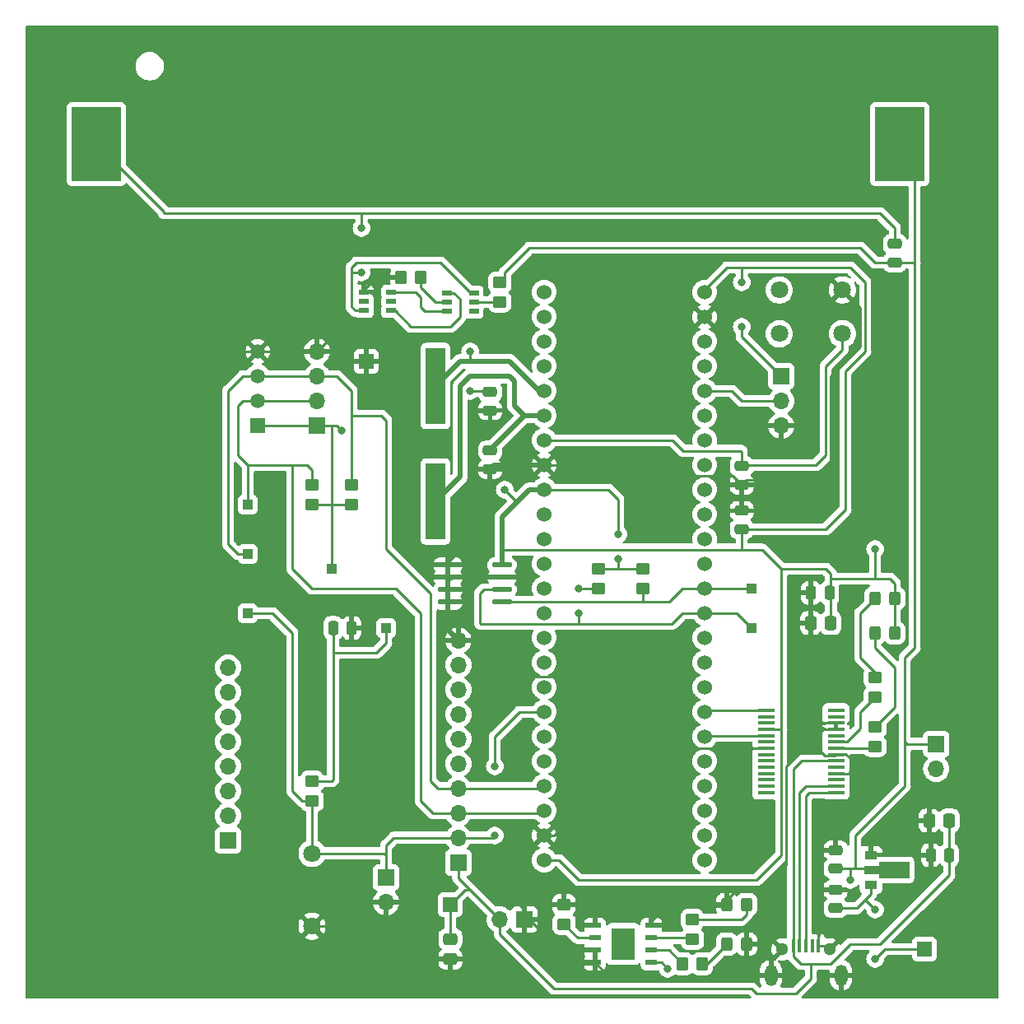
<source format=gbr>
%TF.GenerationSoftware,KiCad,Pcbnew,(7.0.0)*%
%TF.CreationDate,2023-04-13T19:44:05+02:00*%
%TF.ProjectId,EEE3088_design_project,45454533-3038-4385-9f64-657369676e5f,1.0*%
%TF.SameCoordinates,Original*%
%TF.FileFunction,Copper,L1,Top*%
%TF.FilePolarity,Positive*%
%FSLAX46Y46*%
G04 Gerber Fmt 4.6, Leading zero omitted, Abs format (unit mm)*
G04 Created by KiCad (PCBNEW (7.0.0)) date 2023-04-13 19:44:05*
%MOMM*%
%LPD*%
G01*
G04 APERTURE LIST*
G04 Aperture macros list*
%AMRoundRect*
0 Rectangle with rounded corners*
0 $1 Rounding radius*
0 $2 $3 $4 $5 $6 $7 $8 $9 X,Y pos of 4 corners*
0 Add a 4 corners polygon primitive as box body*
4,1,4,$2,$3,$4,$5,$6,$7,$8,$9,$2,$3,0*
0 Add four circle primitives for the rounded corners*
1,1,$1+$1,$2,$3*
1,1,$1+$1,$4,$5*
1,1,$1+$1,$6,$7*
1,1,$1+$1,$8,$9*
0 Add four rect primitives between the rounded corners*
20,1,$1+$1,$2,$3,$4,$5,0*
20,1,$1+$1,$4,$5,$6,$7,0*
20,1,$1+$1,$6,$7,$8,$9,0*
20,1,$1+$1,$8,$9,$2,$3,0*%
%AMFreePoly0*
4,1,9,3.862500,-0.866500,0.737500,-0.866500,0.737500,-0.450000,-0.737500,-0.450000,-0.737500,0.450000,0.737500,0.450000,0.737500,0.866500,3.862500,0.866500,3.862500,-0.866500,3.862500,-0.866500,$1*%
G04 Aperture macros list end*
%TA.AperFunction,SMDPad,CuDef*%
%ADD10R,1.300000X0.900000*%
%TD*%
%TA.AperFunction,SMDPad,CuDef*%
%ADD11FreePoly0,0.000000*%
%TD*%
%TA.AperFunction,SMDPad,CuDef*%
%ADD12RoundRect,0.250000X0.450000X-0.350000X0.450000X0.350000X-0.450000X0.350000X-0.450000X-0.350000X0*%
%TD*%
%TA.AperFunction,SMDPad,CuDef*%
%ADD13RoundRect,0.250000X0.350000X0.450000X-0.350000X0.450000X-0.350000X-0.450000X0.350000X-0.450000X0*%
%TD*%
%TA.AperFunction,SMDPad,CuDef*%
%ADD14RoundRect,0.250000X-0.250000X-0.475000X0.250000X-0.475000X0.250000X0.475000X-0.250000X0.475000X0*%
%TD*%
%TA.AperFunction,ComponentPad*%
%ADD15R,1.700000X1.700000*%
%TD*%
%TA.AperFunction,ComponentPad*%
%ADD16O,1.700000X1.700000*%
%TD*%
%TA.AperFunction,SMDPad,CuDef*%
%ADD17RoundRect,0.250000X0.475000X-0.250000X0.475000X0.250000X-0.475000X0.250000X-0.475000X-0.250000X0*%
%TD*%
%TA.AperFunction,SMDPad,CuDef*%
%ADD18R,1.500000X1.500000*%
%TD*%
%TA.AperFunction,ComponentPad*%
%ADD19R,1.000000X1.000000*%
%TD*%
%TA.AperFunction,SMDPad,CuDef*%
%ADD20RoundRect,0.250000X-0.337500X-0.475000X0.337500X-0.475000X0.337500X0.475000X-0.337500X0.475000X0*%
%TD*%
%TA.AperFunction,SMDPad,CuDef*%
%ADD21RoundRect,0.250000X-0.325000X-0.450000X0.325000X-0.450000X0.325000X0.450000X-0.325000X0.450000X0*%
%TD*%
%TA.AperFunction,ComponentPad*%
%ADD22R,1.500000X1.500000*%
%TD*%
%TA.AperFunction,ComponentPad*%
%ADD23C,1.500000*%
%TD*%
%TA.AperFunction,SMDPad,CuDef*%
%ADD24R,1.000000X0.550013*%
%TD*%
%TA.AperFunction,ComponentPad*%
%ADD25C,1.800000*%
%TD*%
%TA.AperFunction,SMDPad,CuDef*%
%ADD26RoundRect,0.250000X-0.450000X0.350000X-0.450000X-0.350000X0.450000X-0.350000X0.450000X0.350000X0*%
%TD*%
%TA.AperFunction,SMDPad,CuDef*%
%ADD27RoundRect,0.250000X-0.475000X0.250000X-0.475000X-0.250000X0.475000X-0.250000X0.475000X0.250000X0*%
%TD*%
%TA.AperFunction,SMDPad,CuDef*%
%ADD28R,0.400000X1.400000*%
%TD*%
%TA.AperFunction,ComponentPad*%
%ADD29C,1.300000*%
%TD*%
%TA.AperFunction,ComponentPad*%
%ADD30O,1.300000X2.200000*%
%TD*%
%TA.AperFunction,SMDPad,CuDef*%
%ADD31RoundRect,0.250000X-0.475000X0.337500X-0.475000X-0.337500X0.475000X-0.337500X0.475000X0.337500X0*%
%TD*%
%TA.AperFunction,SMDPad,CuDef*%
%ADD32RoundRect,0.250000X0.325000X0.450000X-0.325000X0.450000X-0.325000X-0.450000X0.325000X-0.450000X0*%
%TD*%
%TA.AperFunction,SMDPad,CuDef*%
%ADD33O,2.045009X0.588011*%
%TD*%
%TA.AperFunction,SMDPad,CuDef*%
%ADD34R,5.080010X7.620015*%
%TD*%
%TA.AperFunction,ComponentPad*%
%ADD35C,1.524000*%
%TD*%
%TA.AperFunction,SMDPad,CuDef*%
%ADD36R,1.200000X0.600000*%
%TD*%
%TA.AperFunction,SMDPad,CuDef*%
%ADD37R,2.400000X3.300000*%
%TD*%
%TA.AperFunction,SMDPad,CuDef*%
%ADD38R,2.000000X7.875000*%
%TD*%
%TA.AperFunction,SMDPad,CuDef*%
%ADD39R,1.750000X0.450000*%
%TD*%
%TA.AperFunction,ViaPad*%
%ADD40C,0.800000*%
%TD*%
%TA.AperFunction,Conductor*%
%ADD41C,0.250000*%
%TD*%
%TA.AperFunction,Conductor*%
%ADD42C,0.500000*%
%TD*%
G04 APERTURE END LIST*
D10*
%TO.P,U7,1,GND*%
%TO.N,GND*%
X172293999Y-141755999D03*
D11*
%TO.P,U7,2,VIN*%
%TO.N,/Power managment/POS_terminal*%
X172381500Y-143256000D03*
D10*
%TO.P,U7,3,VOUT*%
%TO.N,Vout3*%
X172293999Y-144755999D03*
%TD*%
D12*
%TO.P,R9,1*%
%TO.N,/Microcontroller Interface/Eprom_SDA*%
X148844000Y-114300000D03*
%TO.P,R9,2*%
%TO.N,Vout3*%
X148844000Y-112300000D03*
%TD*%
D13*
%TO.P,R4,1*%
%TO.N,Net-(D4-K)*%
X154940000Y-152908000D03*
%TO.P,R4,2*%
%TO.N,Net-(U4-STDBY#)*%
X152940000Y-152908000D03*
%TD*%
D14*
%TO.P,C8,1*%
%TO.N,GND*%
X178440000Y-141732000D03*
%TO.P,C8,2*%
%TO.N,5V*%
X180340000Y-141732000D03*
%TD*%
D15*
%TO.P,J3,1,Pin_1*%
%TO.N,GND*%
X136651999Y-148335999D03*
D16*
%TO.P,J3,2,Pin_2*%
%TO.N,5V*%
X134111999Y-148335999D03*
%TD*%
D12*
%TO.P,R11,1*%
%TO.N,Vout3*%
X118872000Y-105648000D03*
%TO.P,R11,2*%
%TO.N,Temp_Sensor_SLC*%
X118872000Y-103648000D03*
%TD*%
D17*
%TO.P,C10,1*%
%TO.N,/Power managment/POS_terminal*%
X168656000Y-143124000D03*
%TO.P,C10,2*%
%TO.N,GND*%
X168656000Y-141224000D03*
%TD*%
D14*
%TO.P,C1,1*%
%TO.N,GND*%
X166120500Y-114746000D03*
%TO.P,C1,2*%
%TO.N,Vout3*%
X168020500Y-114746000D03*
%TD*%
%TO.P,C13,1*%
%TO.N,Vout3*%
X116972000Y-118364000D03*
%TO.P,C13,2*%
%TO.N,GND*%
X118872000Y-118364000D03*
%TD*%
D15*
%TO.P,J5,1,Pin_1*%
%TO.N,Analog temp sensor*%
X122427999Y-144012999D03*
D16*
%TO.P,J5,2,Pin_2*%
%TO.N,GND*%
X122427999Y-146552999D03*
%TD*%
D18*
%TO.P,TP1,1,1*%
%TO.N,5V*%
X129031999Y-146811999D03*
%TD*%
D19*
%TO.P,TP10,1,1*%
%TO.N,/Microcontroller Interface/Eprom_SLC*%
X160019999Y-118363999D03*
%TD*%
D20*
%TO.P,C2,1*%
%TO.N,GND*%
X166094500Y-117856000D03*
%TO.P,C2,2*%
%TO.N,Vout3*%
X168169500Y-117856000D03*
%TD*%
D21*
%TO.P,D1,1,K*%
%TO.N,Net-(D1-K)*%
X172702000Y-118872000D03*
%TO.P,D1,2,A*%
%TO.N,Vout3*%
X174752000Y-118872000D03*
%TD*%
D22*
%TO.P,U8,1,VDD*%
%TO.N,Vout3*%
X109219999Y-97536015D03*
D23*
%TO.P,U8,2,SDA*%
%TO.N,Temp_Sensor_SDA*%
X109220000Y-94996011D03*
%TO.P,U8,3,SCK*%
%TO.N,Temp_Sensor_SLC*%
X109220000Y-92456005D03*
%TO.P,U8,4,GND*%
%TO.N,GND*%
X109220000Y-89916000D03*
%TD*%
D12*
%TO.P,R5,1*%
%TO.N,Net-(U4-PROG)*%
X140716000Y-148812000D03*
%TO.P,R5,2*%
%TO.N,GND*%
X140716000Y-146812000D03*
%TD*%
D17*
%TO.P,C12,1*%
%TO.N,/Power managment/POS_terminal*%
X174752000Y-80772000D03*
%TO.P,C12,2*%
%TO.N,Net-(BT1--)*%
X174752000Y-78872000D03*
%TD*%
D24*
%TO.P,U5,1,OD*%
%TO.N,/Power managment/OD*%
X128647948Y-83886037D03*
%TO.P,U5,2,CS*%
%TO.N,Net-(U5-CS)*%
X128647948Y-84835999D03*
%TO.P,U5,3,OC*%
%TO.N,/Power managment/OC*%
X128647948Y-85785961D03*
%TO.P,U5,4,TD*%
%TO.N,unconnected-(U5-TD-Pad4)*%
X131448050Y-85785961D03*
%TO.P,U5,5,VCC*%
%TO.N,Net-(U5-VCC)*%
X131448050Y-84835999D03*
%TO.P,U5,6,GND*%
%TO.N,Net-(BT1--)*%
X131448050Y-83886037D03*
%TD*%
D19*
%TO.P,TP5,1,1*%
%TO.N,Temp_Sensor_SDA*%
X108203999Y-105663999D03*
%TD*%
D25*
%TO.P,S1,1,1*%
%TO.N,unconnected-(S1-Pad1)*%
X162866064Y-83602064D03*
%TO.P,S1,2,2*%
%TO.N,GND*%
X169365936Y-83602064D03*
%TO.P,S1,3,3*%
%TO.N,unconnected-(S1-Pad3)*%
X162866064Y-88101936D03*
%TO.P,S1,4,4*%
%TO.N,/Microcontroller Interface/NRST*%
X169365936Y-88101936D03*
%TD*%
D26*
%TO.P,R12,1*%
%TO.N,Vout3*%
X114808000Y-134144000D03*
%TO.P,R12,2*%
%TO.N,Analog temp sensor*%
X114808000Y-136144000D03*
%TD*%
D15*
%TO.P,J1,1,Pin_1*%
%TO.N,/Power managment/POS_terminal*%
X179012999Y-130296999D03*
D16*
%TO.P,J1,2,Pin_2*%
%TO.N,Vout3*%
X179012999Y-132836999D03*
%TD*%
D25*
%TO.P,TH1,1*%
%TO.N,Analog temp sensor*%
X114808000Y-141537936D03*
%TO.P,TH1,2*%
%TO.N,GND*%
X114808000Y-149038064D03*
%TD*%
D27*
%TO.P,C5,1*%
%TO.N,GND*%
X159004000Y-106304000D03*
%TO.P,C5,2*%
%TO.N,Vout3*%
X159004000Y-108204000D03*
%TD*%
D19*
%TO.P,TP9,1,1*%
%TO.N,/Microcontroller Interface/Eprom_SDA*%
X160019999Y-114299999D03*
%TD*%
D24*
%TO.P,U6,1,S1*%
%TO.N,GND*%
X120135897Y-83819999D03*
%TO.P,U6,2,D1/D2*%
%TO.N,unconnected-(U6-D1{slash}D2-Pad2)*%
X120135897Y-84769961D03*
%TO.P,U6,3,S2*%
%TO.N,Net-(BT1--)*%
X120135897Y-85719923D03*
%TO.P,U6,4,G2*%
%TO.N,/Power managment/OD*%
X122935999Y-85719923D03*
%TO.P,U6,5,D1/D2*%
%TO.N,unconnected-(U6-D1{slash}D2-Pad5)*%
X122935999Y-84769961D03*
%TO.P,U6,6,G1*%
%TO.N,/Power managment/OC*%
X122935999Y-83819999D03*
%TD*%
D15*
%TO.P,J8,1,Pin_1*%
%TO.N,PA7*%
X106171999Y-140207999D03*
D16*
%TO.P,J8,2,Pin_2*%
%TO.N,PA6*%
X106171999Y-137667999D03*
%TO.P,J8,3,Pin_3*%
%TO.N,PA5*%
X106171999Y-135127999D03*
%TO.P,J8,4,Pin_4*%
%TO.N,PA4*%
X106171999Y-132587999D03*
%TO.P,J8,5,Pin_5*%
%TO.N,PA3*%
X106171999Y-130047999D03*
%TO.P,J8,6,Pin_6*%
%TO.N,PA2*%
X106171999Y-127507999D03*
%TO.P,J8,7,Pin_7*%
%TO.N,PA1*%
X106171999Y-124967999D03*
%TO.P,J8,8,Pin_8*%
%TO.N,PA0*%
X106171999Y-122427999D03*
%TD*%
D21*
%TO.P,D4,1,K*%
%TO.N,Net-(D4-K)*%
X157462000Y-150876000D03*
%TO.P,D4,2,A*%
%TO.N,GND*%
X159512000Y-150876000D03*
%TD*%
D12*
%TO.P,R8,1*%
%TO.N,/Microcontroller Interface/Eprom_SLC*%
X144272000Y-114300000D03*
%TO.P,R8,2*%
%TO.N,Vout3*%
X144272000Y-112300000D03*
%TD*%
D28*
%TO.P,USB1,1,VBUS*%
%TO.N,5V*%
X164308024Y-151051826D03*
%TO.P,USB1,2,D-*%
%TO.N,/Microcontroller Interface/D-*%
X164958012Y-151051826D03*
%TO.P,USB1,3,D+*%
%TO.N,/Microcontroller Interface/D+*%
X165607999Y-151051826D03*
%TO.P,USB1,4,ID*%
%TO.N,unconnected-(USB1-ID-Pad4)*%
X166257986Y-151051826D03*
%TO.P,USB1,5,GND*%
%TO.N,GND*%
X166907974Y-151051826D03*
D29*
%TO.P,USB1,6,SH1*%
X168032943Y-151424446D03*
D30*
%TO.P,USB1,7,SH2*%
X169207948Y-154094498D03*
%TO.P,USB1,8,SH3*%
X162008050Y-154094498D03*
D29*
%TO.P,USB1,9,SH4*%
X163183057Y-151424446D03*
%TD*%
D31*
%TO.P,C9,1*%
%TO.N,5V*%
X129032000Y-150346500D03*
%TO.P,C9,2*%
%TO.N,GND*%
X129032000Y-152421500D03*
%TD*%
D12*
%TO.P,R2,1*%
%TO.N,Net-(U2-CBUS0)*%
X172720000Y-125444000D03*
%TO.P,R2,2*%
%TO.N,Net-(D2-K)*%
X172720000Y-123444000D03*
%TD*%
D20*
%TO.P,C7,1*%
%TO.N,GND*%
X178265000Y-138176000D03*
%TO.P,C7,2*%
%TO.N,5V*%
X180340000Y-138176000D03*
%TD*%
D15*
%TO.P,J6,1,Pin_1*%
%TO.N,Vout3*%
X163067999Y-92470999D03*
D16*
%TO.P,J6,2,Pin_2*%
%TO.N,Net-(J6-Pin_2)*%
X163067999Y-95010999D03*
%TO.P,J6,3,Pin_3*%
%TO.N,GND*%
X163067999Y-97550999D03*
%TD*%
D32*
%TO.P,D3,1,K*%
%TO.N,Net-(D3-K)*%
X159512000Y-146812000D03*
%TO.P,D3,2,A*%
%TO.N,GND*%
X157462000Y-146812000D03*
%TD*%
D15*
%TO.P,J2,1,Pin_1*%
%TO.N,5V*%
X129850999Y-142488999D03*
D16*
%TO.P,J2,2,Pin_2*%
%TO.N,Analog temp sensor*%
X129850999Y-139948999D03*
%TO.P,J2,3,Pin_3*%
%TO.N,Temp_Sensor_SDA*%
X129850999Y-137408999D03*
%TO.P,J2,4,Pin_4*%
%TO.N,Temp_Sensor_SLC*%
X129850999Y-134868999D03*
%TO.P,J2,5,Pin_5*%
%TO.N,unconnected-(J2-Pin_5-Pad5)*%
X129850999Y-132328999D03*
%TO.P,J2,6,Pin_6*%
%TO.N,unconnected-(J2-Pin_6-Pad6)*%
X129850999Y-129788999D03*
%TO.P,J2,7,Pin_7*%
%TO.N,/Microcontroller Interface/Plug_Detect*%
X129850999Y-127248999D03*
%TO.P,J2,8,Pin_8*%
%TO.N,/Microcontroller Interface/TX*%
X129850999Y-124708999D03*
%TO.P,J2,9,Pin_9*%
%TO.N,/Microcontroller Interface/RX*%
X129850999Y-122168999D03*
%TO.P,J2,10,Pin_10*%
%TO.N,GND*%
X129850999Y-119628999D03*
%TD*%
D12*
%TO.P,R1,1*%
%TO.N,Net-(U2-CBUS1)*%
X172720000Y-130524000D03*
%TO.P,R1,2*%
%TO.N,Net-(D1-K)*%
X172720000Y-128524000D03*
%TD*%
D21*
%TO.P,D2,1,K*%
%TO.N,Net-(D2-K)*%
X172702000Y-115316000D03*
%TO.P,D2,2,A*%
%TO.N,Vout3*%
X174752000Y-115316000D03*
%TD*%
D17*
%TO.P,C11,1*%
%TO.N,Vout3*%
X168656000Y-147188000D03*
%TO.P,C11,2*%
%TO.N,GND*%
X168656000Y-145288000D03*
%TD*%
D19*
%TO.P,TP6,1,1*%
%TO.N,Temp_Sensor_SLC*%
X108203999Y-110743999D03*
%TD*%
D33*
%TO.P,U3,1,A0*%
%TO.N,GND*%
X128799583Y-111886995D03*
%TO.P,U3,2,A1*%
X128799583Y-113156998D03*
%TO.P,U3,3,A2*%
X128799583Y-114427000D03*
%TO.P,U3,4,GND*%
X128799583Y-115697003D03*
%TO.P,U3,5,SDA*%
%TO.N,/Microcontroller Interface/Eprom_SDA*%
X134344415Y-115697003D03*
%TO.P,U3,6,SCL*%
%TO.N,/Microcontroller Interface/Eprom_SLC*%
X134344415Y-114427000D03*
%TO.P,U3,7,WP*%
%TO.N,GND*%
X134344415Y-113156998D03*
%TO.P,U3,8,VCC*%
%TO.N,Vout3*%
X134344415Y-111886995D03*
%TD*%
D19*
%TO.P,TP7,1,1*%
%TO.N,Vout3*%
X122427999Y-118363999D03*
%TD*%
D34*
%TO.P,BT1,1,+*%
%TO.N,/Power managment/POS_terminal*%
X175259999Y-68579999D03*
%TO.P,BT1,2,-*%
%TO.N,Net-(BT1--)*%
X92633633Y-68579999D03*
%TD*%
D18*
%TO.P,TP3,1,1*%
%TO.N,Vout3*%
X177799999Y-151383999D03*
%TD*%
D35*
%TO.P,J7,1,Pin_1*%
%TO.N,unconnected-(J7-Pin_1-Pad1)*%
X138684000Y-83820000D03*
%TO.P,J7,2,Pin_2*%
%TO.N,unconnected-(J7-Pin_2-Pad2)*%
X138684000Y-86360000D03*
%TO.P,J7,3,Pin_3*%
%TO.N,unconnected-(J7-Pin_3-Pad3)*%
X138684000Y-88900000D03*
%TO.P,J7,4,Pin_4*%
%TO.N,unconnected-(J7-Pin_4-Pad4)*%
X138684000Y-91440000D03*
%TO.P,J7,5,Pin_5*%
%TO.N,Net-(J7-Pin_5)*%
X138684000Y-93980000D03*
%TO.P,J7,6,Pin_6*%
%TO.N,Net-(J7-Pin_6)*%
X138684000Y-96520000D03*
%TO.P,J7,7,Pin_7*%
%TO.N,/Microcontroller Interface/NRST*%
X138684000Y-99060000D03*
%TO.P,J7,8,Pin_8*%
%TO.N,GND*%
X138684000Y-101600000D03*
%TO.P,J7,9,Pin_9*%
%TO.N,Vout3*%
X138684000Y-104140000D03*
%TO.P,J7,10,Pin_10*%
%TO.N,PA0*%
X138684000Y-106680000D03*
%TO.P,J7,11,Pin_11*%
%TO.N,PA1*%
X138684000Y-109220000D03*
%TO.P,J7,12,Pin_12*%
%TO.N,PA2*%
X138684000Y-111760000D03*
%TO.P,J7,13,Pin_13*%
%TO.N,PA3*%
X138684000Y-114300000D03*
%TO.P,J7,14,Pin_14*%
%TO.N,PA4*%
X138684000Y-116840000D03*
%TO.P,J7,15,Pin_15*%
%TO.N,PA5*%
X138684000Y-119380000D03*
%TO.P,J7,16,Pin_16*%
%TO.N,PA6*%
X138684000Y-121920000D03*
%TO.P,J7,17,Pin_17*%
%TO.N,PA7*%
X138684000Y-124460000D03*
%TO.P,J7,18,Pin_18*%
%TO.N,Analog temp sensor*%
X138684000Y-127000000D03*
%TO.P,J7,19,Pin_19*%
%TO.N,PB1*%
X138684000Y-129540000D03*
%TO.P,J7,20,Pin_20*%
%TO.N,PB2*%
X138684000Y-132080000D03*
%TO.P,J7,21,Pin_21*%
%TO.N,Temp_Sensor_SLC*%
X138684000Y-134620000D03*
%TO.P,J7,22,Pin_22*%
%TO.N,Temp_Sensor_SDA*%
X138684000Y-137160000D03*
%TO.P,J7,23,Pin_23*%
%TO.N,GND*%
X138684000Y-139700000D03*
%TO.P,J7,24,Pin_24*%
%TO.N,Vout3*%
X138684000Y-142240000D03*
%TO.P,J7,25,Pin_25*%
%TO.N,PB12*%
X155194000Y-142240000D03*
%TO.P,J7,26,Pin_26*%
%TO.N,PB13*%
X155194000Y-139700000D03*
%TO.P,J7,27,Pin_27*%
%TO.N,PB14*%
X155194000Y-137160000D03*
%TO.P,J7,28,Pin_28*%
%TO.N,PB15*%
X155194000Y-134620000D03*
%TO.P,J7,29,Pin_29*%
%TO.N,PA8*%
X155194000Y-132080000D03*
%TO.P,J7,30,Pin_30*%
%TO.N,/Microcontroller Interface/RX*%
X155194000Y-129540000D03*
%TO.P,J7,31,Pin_31*%
%TO.N,/Microcontroller Interface/TX*%
X155194000Y-127000000D03*
%TO.P,J7,32,Pin_32*%
%TO.N,PA11*%
X155194000Y-124460000D03*
%TO.P,J7,33,Pin_33*%
%TO.N,PA12*%
X155194000Y-121920000D03*
%TO.P,J7,34,Pin_34*%
%TO.N,PA13*%
X155194000Y-119380000D03*
%TO.P,J7,35,Pin_35*%
%TO.N,/Microcontroller Interface/Eprom_SLC*%
X155194000Y-116840000D03*
%TO.P,J7,36,Pin_36*%
%TO.N,/Microcontroller Interface/Eprom_SDA*%
X155194000Y-114300000D03*
%TO.P,J7,37,Pin_37*%
%TO.N,PA14*%
X155194000Y-111760000D03*
%TO.P,J7,38,Pin_38*%
%TO.N,PA15*%
X155194000Y-109220000D03*
%TO.P,J7,39,Pin_39*%
%TO.N,PB3*%
X155194000Y-106680000D03*
%TO.P,J7,40,Pin_40*%
%TO.N,PB4*%
X155194000Y-104140000D03*
%TO.P,J7,41,Pin_41*%
%TO.N,PB5*%
X155194000Y-101600000D03*
%TO.P,J7,42,Pin_42*%
%TO.N,PB6*%
X155194000Y-99060000D03*
%TO.P,J7,43,Pin_43*%
%TO.N,PB7*%
X155194000Y-96520000D03*
%TO.P,J7,44,Pin_44*%
%TO.N,Net-(J6-Pin_2)*%
X155194000Y-93980000D03*
%TO.P,J7,45,Pin_45*%
%TO.N,PB8*%
X155194000Y-91440000D03*
%TO.P,J7,46,Pin_46*%
%TO.N,PB9*%
X155194000Y-88900000D03*
%TO.P,J7,47,Pin_47*%
%TO.N,GND*%
X155194000Y-86360000D03*
%TO.P,J7,48,Pin_48*%
%TO.N,Vout3*%
X155194000Y-83820000D03*
%TD*%
D18*
%TO.P,TP2,1,1*%
%TO.N,GND*%
X120395999Y-90931999D03*
%TD*%
D26*
%TO.P,R7,1*%
%TO.N,/Power managment/POS_terminal*%
X134112000Y-82804000D03*
%TO.P,R7,2*%
%TO.N,Net-(U5-VCC)*%
X134112000Y-84804000D03*
%TD*%
D17*
%TO.P,C3,1*%
%TO.N,GND*%
X133129000Y-102009000D03*
%TO.P,C3,2*%
%TO.N,Net-(J7-Pin_6)*%
X133129000Y-100109000D03*
%TD*%
D36*
%TO.P,U4,1,TEMP*%
%TO.N,GND*%
X143903693Y-148970995D03*
%TO.P,U4,2,PROG*%
%TO.N,Net-(U4-PROG)*%
X143903693Y-150240998D03*
%TO.P,U4,3,GND*%
%TO.N,GND*%
X143903693Y-151511000D03*
%TO.P,U4,4,VCC*%
X143903693Y-152781003D03*
%TO.P,U4,5,BAT*%
%TO.N,/Power managment/POS_terminal*%
X149720305Y-152781003D03*
%TO.P,U4,6,STDBY#*%
%TO.N,Net-(U4-STDBY#)*%
X149720305Y-151511000D03*
%TO.P,U4,7,CHRG#*%
%TO.N,Net-(U4-CHRG#)*%
X149720305Y-150240998D03*
%TO.P,U4,8,CE*%
%TO.N,GND*%
X149720305Y-148970995D03*
D37*
%TO.P,U4,9,EP*%
%TO.N,unconnected-(U4-EP-Pad9)*%
X146811999Y-150875999D03*
%TD*%
D15*
%TO.P,J4,1,Pin_1*%
%TO.N,Vout3*%
X115315999Y-97535999D03*
D16*
%TO.P,J4,2,Pin_2*%
%TO.N,Temp_Sensor_SDA*%
X115315999Y-94995999D03*
%TO.P,J4,3,Pin_3*%
%TO.N,Temp_Sensor_SLC*%
X115315999Y-92455999D03*
%TO.P,J4,4,Pin_4*%
%TO.N,GND*%
X115315999Y-89915999D03*
%TD*%
D17*
%TO.P,C4,1*%
%TO.N,GND*%
X133129000Y-95979000D03*
%TO.P,C4,2*%
%TO.N,Net-(J7-Pin_5)*%
X133129000Y-94079000D03*
%TD*%
D19*
%TO.P,TP4,1,1*%
%TO.N,Vout3*%
X116839999Y-112267999D03*
%TD*%
D13*
%TO.P,R6,1*%
%TO.N,Net-(U5-CS)*%
X125984000Y-82296000D03*
%TO.P,R6,2*%
%TO.N,GND*%
X123984000Y-82296000D03*
%TD*%
D38*
%TO.P,Y1,1,1*%
%TO.N,Net-(J7-Pin_5)*%
X127507999Y-93471999D03*
%TO.P,Y1,2,2*%
%TO.N,Net-(J7-Pin_6)*%
X127507999Y-105346999D03*
%TD*%
D12*
%TO.P,R10,1*%
%TO.N,Vout3*%
X114808000Y-105632000D03*
%TO.P,R10,2*%
%TO.N,Temp_Sensor_SDA*%
X114808000Y-103632000D03*
%TD*%
D26*
%TO.P,R3,1*%
%TO.N,Net-(D3-K)*%
X153924000Y-148368000D03*
%TO.P,R3,2*%
%TO.N,Net-(U4-CHRG#)*%
X153924000Y-150368000D03*
%TD*%
D19*
%TO.P,TP8,1,1*%
%TO.N,Analog temp sensor*%
X108203999Y-116839999D03*
%TD*%
D39*
%TO.P,U2,1,TXD*%
%TO.N,/Microcontroller Interface/TX*%
X161499999Y-126838999D03*
%TO.P,U2,2,DTR*%
%TO.N,unconnected-(U2-DTR-Pad2)*%
X161499999Y-127488999D03*
%TO.P,U2,3,RTS*%
%TO.N,unconnected-(U2-RTS-Pad3)*%
X161499999Y-128138999D03*
%TO.P,U2,4,VCCIO*%
%TO.N,Vout3*%
X161499999Y-128788999D03*
%TO.P,U2,5,RXD*%
%TO.N,/Microcontroller Interface/RX*%
X161499999Y-129438999D03*
%TO.P,U2,6,RI*%
%TO.N,unconnected-(U2-RI-Pad6)*%
X161499999Y-130088999D03*
%TO.P,U2,7,GND*%
%TO.N,GND*%
X161499999Y-130738999D03*
%TO.P,U2,8*%
%TO.N,N/C*%
X161499999Y-131388999D03*
%TO.P,U2,9,DCR*%
%TO.N,unconnected-(U2-DCR-Pad9)*%
X161499999Y-132038999D03*
%TO.P,U2,10,DCD*%
%TO.N,unconnected-(U2-DCD-Pad10)*%
X161499999Y-132688999D03*
%TO.P,U2,11,CTS*%
%TO.N,unconnected-(U2-CTS-Pad11)*%
X161499999Y-133338999D03*
%TO.P,U2,12,CBUS4*%
%TO.N,unconnected-(U2-CBUS4-Pad12)*%
X161499999Y-133988999D03*
%TO.P,U2,13,CBUS2*%
%TO.N,unconnected-(U2-CBUS2-Pad13)*%
X161499999Y-134638999D03*
%TO.P,U2,14,CBUS3*%
%TO.N,unconnected-(U2-CBUS3-Pad14)*%
X161499999Y-135288999D03*
%TO.P,U2,15,USBD+*%
%TO.N,/Microcontroller Interface/D+*%
X168699999Y-135288999D03*
%TO.P,U2,16,USBD-*%
%TO.N,/Microcontroller Interface/D-*%
X168699999Y-134638999D03*
%TO.P,U2,17,3V3OUT*%
%TO.N,unconnected-(U2-3V3OUT-Pad17)*%
X168699999Y-133988999D03*
%TO.P,U2,18,GND*%
%TO.N,GND*%
X168699999Y-133338999D03*
%TO.P,U2,19,~{RESET}*%
%TO.N,unconnected-(U2-~{RESET}-Pad19)*%
X168699999Y-132688999D03*
%TO.P,U2,20,VCC*%
%TO.N,5V*%
X168699999Y-132038999D03*
%TO.P,U2,21,GND*%
%TO.N,GND*%
X168699999Y-131388999D03*
%TO.P,U2,22,CBUS1*%
%TO.N,Net-(U2-CBUS1)*%
X168699999Y-130738999D03*
%TO.P,U2,23,CBUS0*%
%TO.N,Net-(U2-CBUS0)*%
X168699999Y-130088999D03*
%TO.P,U2,24*%
%TO.N,N/C*%
X168699999Y-129438999D03*
%TO.P,U2,25,AGND*%
%TO.N,GND*%
X168699999Y-128788999D03*
%TO.P,U2,26,TEST*%
X168699999Y-128138999D03*
%TO.P,U2,27,OSCI*%
%TO.N,unconnected-(U2-OSCI-Pad27)*%
X168699999Y-127488999D03*
%TO.P,U2,28,OSCO*%
%TO.N,unconnected-(U2-OSCO-Pad28)*%
X168699999Y-126838999D03*
%TD*%
D17*
%TO.P,C6,1*%
%TO.N,GND*%
X159004000Y-103632000D03*
%TO.P,C6,2*%
%TO.N,/Microcontroller Interface/NRST*%
X159004000Y-101732000D03*
%TD*%
D40*
%TO.N,GND*%
X163576000Y-100076000D03*
X163576000Y-105156000D03*
%TO.N,Analog temp sensor*%
X133604000Y-132588000D03*
X133604000Y-139700000D03*
%TO.N,/Microcontroller Interface/Eprom_SLC*%
X142240000Y-114300000D03*
X142240000Y-116840000D03*
%TO.N,/Power managment/POS_terminal*%
X170180000Y-144272000D03*
X151384000Y-153416000D03*
%TO.N,Net-(BT1--)*%
X119888000Y-77216000D03*
X119888000Y-81788000D03*
%TO.N,Vout3*%
X172720000Y-152400000D03*
X172720000Y-147320000D03*
X134620000Y-104140000D03*
X159004000Y-87376000D03*
X146304000Y-108712000D03*
X159004000Y-82804000D03*
X146304000Y-111252000D03*
X172720000Y-110236000D03*
X117856000Y-98044000D03*
%TO.N,Net-(J7-Pin_5)*%
X131064000Y-93980000D03*
X131064000Y-89916000D03*
%TD*%
D41*
%TO.N,Net-(U4-PROG)*%
X143903694Y-150240999D02*
X142144999Y-150240999D01*
X142144999Y-150240999D02*
X140716000Y-148812000D01*
%TO.N,GND*%
X118364000Y-86868000D02*
X120904000Y-86868000D01*
X115316000Y-89916000D02*
X118364000Y-86868000D01*
X166116000Y-120396000D02*
X166116000Y-117877500D01*
X169700000Y-131289000D02*
X168800000Y-131289000D01*
D42*
X129032000Y-113284000D02*
X128926585Y-113284000D01*
D41*
X118872000Y-116840000D02*
X118872000Y-118364000D01*
X167660324Y-151051827D02*
X168032943Y-151424446D01*
X129851000Y-119629000D02*
X133853000Y-119629000D01*
X163576000Y-105156000D02*
X163576000Y-103124000D01*
X125476000Y-111760000D02*
X125602996Y-111886996D01*
X143581000Y-130739000D02*
X141224000Y-133096000D01*
X161544000Y-145796000D02*
X161544000Y-149860000D01*
X177292000Y-141756000D02*
X177292000Y-144780000D01*
X143776698Y-152908000D02*
X143903694Y-152781004D01*
D42*
X131064000Y-101600000D02*
X131473000Y-102009000D01*
D41*
X137597000Y-123373000D02*
X141661000Y-123373000D01*
X120135898Y-83820000D02*
X120135898Y-83572102D01*
X121412000Y-86360000D02*
X120904000Y-86868000D01*
X155956000Y-85344000D02*
X167624000Y-85344000D01*
X120135898Y-83572102D02*
X121412000Y-82296000D01*
X161036000Y-145288000D02*
X161544000Y-145796000D01*
X139700000Y-139700000D02*
X138430000Y-139700000D01*
X145554690Y-154432000D02*
X159004000Y-154432000D01*
D42*
X133129000Y-102009000D02*
X133538000Y-101600000D01*
D41*
X173228000Y-148844000D02*
X166907975Y-148844000D01*
X168600000Y-131489000D02*
X168700000Y-131389000D01*
X168700000Y-133339000D02*
X170445000Y-133339000D01*
X141224000Y-138176000D02*
X139700000Y-139700000D01*
X111252000Y-120396000D02*
X109728000Y-118872000D01*
D42*
X131473000Y-102009000D02*
X133129000Y-102009000D01*
D41*
X129010500Y-152400000D02*
X129032000Y-152421500D01*
X161618611Y-149860000D02*
X161544000Y-149860000D01*
X167557000Y-131489000D02*
X168600000Y-131489000D01*
X133129000Y-95979000D02*
X133063000Y-96045000D01*
X166120500Y-114746000D02*
X166120500Y-117830000D01*
X163576000Y-142748000D02*
X161036000Y-145288000D01*
X167255000Y-128139000D02*
X168700000Y-128139000D01*
X123130064Y-149038064D02*
X126492000Y-152400000D01*
X136144000Y-146812000D02*
X136652000Y-147320000D01*
X163068000Y-97551000D02*
X163068000Y-99568000D01*
X149720306Y-148475694D02*
X151197604Y-146998396D01*
X167375000Y-128789000D02*
X167132000Y-128546000D01*
X122428000Y-146553000D02*
X122428000Y-149038064D01*
X167132000Y-121412000D02*
X166116000Y-120396000D01*
X126492000Y-152400000D02*
X129010500Y-152400000D01*
X112268000Y-113284000D02*
X114808000Y-115824000D01*
X123444000Y-90932000D02*
X123444000Y-109728000D01*
X177292000Y-141756000D02*
X178416000Y-141756000D01*
X161500000Y-130739000D02*
X143764000Y-130739000D01*
D42*
X128799584Y-115697004D02*
X128799584Y-114427001D01*
D41*
X167132000Y-128546000D02*
X167132000Y-128016000D01*
X159512000Y-103124000D02*
X168148000Y-103124000D01*
X169222000Y-138684000D02*
X169164000Y-138684000D01*
X136652000Y-148336000D02*
X137160000Y-148336000D01*
X161036000Y-150368000D02*
X160528000Y-150876000D01*
X166907975Y-151051827D02*
X167660324Y-151051827D01*
X109728000Y-118872000D02*
X106172000Y-118872000D01*
X104648000Y-111760000D02*
X106172000Y-113284000D01*
X163576000Y-132588000D02*
X163576000Y-142748000D01*
X106172000Y-113284000D02*
X112268000Y-113284000D01*
X143764000Y-125476000D02*
X143764000Y-130739000D01*
X154940000Y-86360000D02*
X155956000Y-85344000D01*
X104648000Y-91948000D02*
X104648000Y-111760000D01*
X117856000Y-115824000D02*
X118872000Y-116840000D01*
X114808000Y-149038064D02*
X122428000Y-149038064D01*
X109220000Y-89916000D02*
X106680000Y-89916000D01*
D42*
X128926585Y-113284000D02*
X128799584Y-113156999D01*
D41*
X114808000Y-115824000D02*
X117856000Y-115824000D01*
X141661000Y-123373000D02*
X143764000Y-125476000D01*
D42*
X133096000Y-107188000D02*
X133096000Y-102042000D01*
D41*
X167132000Y-131064000D02*
X165100000Y-131064000D01*
X143903694Y-152781004D02*
X145554690Y-154432000D01*
X137160000Y-148336000D02*
X141732000Y-152908000D01*
X159682499Y-154094499D02*
X159512000Y-153924000D01*
D42*
X133096000Y-102042000D02*
X133129000Y-102009000D01*
D41*
X143764000Y-130739000D02*
X143581000Y-130739000D01*
D42*
X128524000Y-118302000D02*
X128524000Y-117348000D01*
D41*
X171196000Y-85432128D02*
X169365936Y-83602064D01*
D42*
X128799584Y-114427001D02*
X128799584Y-113156999D01*
D41*
X120904000Y-83820000D02*
X121412000Y-84328000D01*
X120396000Y-90932000D02*
X123444000Y-90932000D01*
X125602996Y-111886996D02*
X128799584Y-111886996D01*
X166907975Y-141224000D02*
X166907975Y-140940025D01*
X166116000Y-117877500D02*
X166094500Y-117856000D01*
X166120500Y-117830000D02*
X166094500Y-117856000D01*
D42*
X128524000Y-117348000D02*
X128799584Y-117072416D01*
D41*
X170688000Y-137160000D02*
X170688000Y-133096000D01*
X138430000Y-101600000D02*
X150876000Y-101600000D01*
X151963000Y-102687000D02*
X158059000Y-102687000D01*
D42*
X128799584Y-117072416D02*
X128799584Y-115697004D01*
D41*
X168148000Y-103124000D02*
X168148000Y-92456000D01*
X170445000Y-133339000D02*
X170688000Y-133096000D01*
X165100000Y-131064000D02*
X163576000Y-132588000D01*
X172294000Y-141756000D02*
X177292000Y-141756000D01*
X133853000Y-119629000D02*
X137597000Y-123373000D01*
X162008051Y-154094499D02*
X159682499Y-154094499D01*
D42*
X129851000Y-119629000D02*
X128524000Y-118302000D01*
X131539000Y-96045000D02*
X131064000Y-96520000D01*
D41*
X167132000Y-129032000D02*
X167132000Y-131064000D01*
X168656000Y-141224000D02*
X166907975Y-141224000D01*
D42*
X128799584Y-111484416D02*
X133096000Y-107188000D01*
D41*
X122428000Y-149038064D02*
X123130064Y-149038064D01*
X178265000Y-138176000D02*
X178265000Y-141557000D01*
X121412000Y-82296000D02*
X123984000Y-82296000D01*
X109220000Y-89916000D02*
X115316000Y-89916000D01*
X167132000Y-128016000D02*
X167132000Y-121412000D01*
X157012000Y-146998396D02*
X157143802Y-147130198D01*
X169164000Y-138684000D02*
X170688000Y-137160000D01*
X167624000Y-85344000D02*
X169365936Y-83602064D01*
X168800000Y-131289000D02*
X168700000Y-131389000D01*
X149720306Y-148970996D02*
X149720306Y-148475694D01*
D42*
X129159001Y-113156999D02*
X129032000Y-113284000D01*
D41*
X160528000Y-150876000D02*
X159512000Y-150876000D01*
X166907975Y-148844000D02*
X166907975Y-145288000D01*
X105156000Y-114300000D02*
X106172000Y-113284000D01*
X170688000Y-132277000D02*
X169700000Y-131289000D01*
X178265000Y-141557000D02*
X178440000Y-141732000D01*
X163068000Y-99568000D02*
X163576000Y-100076000D01*
X105156000Y-117856000D02*
X105156000Y-114300000D01*
X168700000Y-128789000D02*
X167375000Y-128789000D01*
X121412000Y-84328000D02*
X121412000Y-86360000D01*
X178416000Y-141756000D02*
X178440000Y-141732000D01*
X136144000Y-141986000D02*
X136144000Y-146812000D01*
X157462000Y-146322000D02*
X158496000Y-145288000D01*
X111252000Y-145482064D02*
X111252000Y-120396000D01*
X141732000Y-152908000D02*
X143776698Y-152908000D01*
X106680000Y-89916000D02*
X104648000Y-91948000D01*
D42*
X131064000Y-96520000D02*
X131064000Y-101600000D01*
D41*
X159004000Y-103632000D02*
X159512000Y-103124000D01*
X170688000Y-133096000D02*
X170688000Y-132277000D01*
X166907975Y-151051827D02*
X166907975Y-148844000D01*
X167132000Y-128016000D02*
X167255000Y-128139000D01*
X166907975Y-140940025D02*
X169164000Y-138684000D01*
X168148000Y-92456000D02*
X171196000Y-89408000D01*
X163183057Y-151424446D02*
X161618611Y-149860000D01*
X150876000Y-101600000D02*
X151963000Y-102687000D01*
X161544000Y-149860000D02*
X161036000Y-150368000D01*
X141224000Y-133096000D02*
X141224000Y-138176000D01*
X120904000Y-86868000D02*
X123444000Y-89408000D01*
X171196000Y-89408000D02*
X171196000Y-85432128D01*
X158059000Y-102687000D02*
X159004000Y-103632000D01*
X123444000Y-109728000D02*
X125476000Y-111760000D01*
X138430000Y-139700000D02*
X136144000Y-141986000D01*
X168656000Y-145288000D02*
X166907975Y-145288000D01*
D42*
X128799584Y-111886996D02*
X128799584Y-111484416D01*
D41*
X177292000Y-144780000D02*
X173228000Y-148844000D01*
X159004000Y-106304000D02*
X159004000Y-103632000D01*
X167375000Y-128789000D02*
X167132000Y-129032000D01*
X106172000Y-118872000D02*
X105156000Y-117856000D01*
X166907975Y-145288000D02*
X166907975Y-141224000D01*
X158496000Y-145288000D02*
X161036000Y-145288000D01*
D42*
X134344416Y-113156999D02*
X129159001Y-113156999D01*
D41*
X159512000Y-153924000D02*
X159512000Y-150876000D01*
X159004000Y-154432000D02*
X159512000Y-153924000D01*
D42*
X133538000Y-101600000D02*
X138430000Y-101600000D01*
D41*
X114808000Y-149038064D02*
X111252000Y-145482064D01*
D42*
X133063000Y-96045000D02*
X131539000Y-96045000D01*
D41*
X157462000Y-146812000D02*
X157462000Y-146322000D01*
X167132000Y-131064000D02*
X167557000Y-131489000D01*
X123444000Y-89408000D02*
X123444000Y-90932000D01*
X136652000Y-147320000D02*
X136652000Y-148336000D01*
X151197604Y-146998396D02*
X157012000Y-146998396D01*
X120135898Y-83820000D02*
X120904000Y-83820000D01*
D42*
X128799584Y-113156999D02*
X128799584Y-111886996D01*
D41*
%TO.N,5V*%
X164592000Y-155956000D02*
X166116000Y-154432000D01*
X166116000Y-152908000D02*
X166624000Y-152908000D01*
X129032000Y-146812000D02*
X130556000Y-145288000D01*
X168148000Y-152908000D02*
X170180000Y-150876000D01*
X170180000Y-150876000D02*
X173228000Y-150876000D01*
X160020000Y-155448000D02*
X160528000Y-155956000D01*
X139700000Y-155448000D02*
X160020000Y-155448000D01*
X164308025Y-132871975D02*
X164308025Y-151051827D01*
X164846000Y-152654000D02*
X164592000Y-152400000D01*
X165141000Y-132039000D02*
X164308025Y-132871975D01*
X165100000Y-152908000D02*
X168148000Y-152908000D01*
X164846000Y-152654000D02*
X165100000Y-152908000D01*
X129851000Y-144075000D02*
X131064000Y-145288000D01*
X129851000Y-142489000D02*
X129851000Y-144075000D01*
X130556000Y-145288000D02*
X131064000Y-145288000D01*
X134112000Y-149860000D02*
X139700000Y-155448000D01*
X166116000Y-154432000D02*
X166116000Y-152908000D01*
X173228000Y-150876000D02*
X180340000Y-143764000D01*
X164308025Y-151051827D02*
X164308025Y-152116025D01*
X134112000Y-148336000D02*
X134112000Y-149860000D01*
X160528000Y-155956000D02*
X164592000Y-155956000D01*
X131064000Y-145288000D02*
X134112000Y-148336000D01*
X164308025Y-152116025D02*
X164846000Y-152654000D01*
X180340000Y-143764000D02*
X180340000Y-141732000D01*
X165141000Y-132039000D02*
X168700000Y-132039000D01*
X129032000Y-150346500D02*
X129032000Y-146812000D01*
X180340000Y-141732000D02*
X180340000Y-138176000D01*
%TO.N,Net-(D1-K)*%
X172720000Y-120396000D02*
X172720000Y-118890000D01*
X172720000Y-128524000D02*
X174752000Y-126492000D01*
X174752000Y-126492000D02*
X174752000Y-122428000D01*
X172720000Y-118890000D02*
X172702000Y-118872000D01*
X174752000Y-122428000D02*
X172720000Y-120396000D01*
%TO.N,Net-(D2-K)*%
X171196000Y-116822000D02*
X172702000Y-115316000D01*
X172720000Y-123444000D02*
X172720000Y-122936000D01*
X171196000Y-121412000D02*
X171196000Y-116822000D01*
X172720000Y-122936000D02*
X171196000Y-121412000D01*
%TO.N,Analog temp sensor*%
X114808000Y-136144000D02*
X114808000Y-141537936D01*
X123195000Y-139949000D02*
X122428000Y-140716000D01*
X114808000Y-141537936D02*
X122233936Y-141537936D01*
X113792000Y-136144000D02*
X114808000Y-136144000D01*
X133355000Y-139949000D02*
X133604000Y-139700000D01*
X112776000Y-118872000D02*
X112776000Y-135128000D01*
X108204000Y-116840000D02*
X110744000Y-116840000D01*
X110744000Y-116840000D02*
X112776000Y-118872000D01*
X133604000Y-132588000D02*
X133604000Y-129540000D01*
X133604000Y-129540000D02*
X136144000Y-127000000D01*
X136144000Y-127000000D02*
X138430000Y-127000000D01*
X122428000Y-141732000D02*
X122428000Y-144013000D01*
X112776000Y-135128000D02*
X113792000Y-136144000D01*
X129851000Y-139949000D02*
X133355000Y-139949000D01*
X122233936Y-141537936D02*
X122428000Y-141732000D01*
X129851000Y-139949000D02*
X123195000Y-139949000D01*
X122428000Y-140716000D02*
X122428000Y-141732000D01*
%TO.N,Temp_Sensor_SDA*%
X125984000Y-116840000D02*
X125984000Y-136144000D01*
X123444000Y-114300000D02*
X125984000Y-116840000D01*
X107695989Y-94996011D02*
X107188000Y-95504000D01*
X109220000Y-94996011D02*
X115315989Y-94996011D01*
X127249000Y-137409000D02*
X129851000Y-137409000D01*
X107188000Y-100584000D02*
X107188000Y-100616000D01*
X125984000Y-136144000D02*
X127249000Y-137409000D01*
X129851000Y-137409000D02*
X138181000Y-137409000D01*
X114808000Y-114300000D02*
X123444000Y-114300000D01*
X107188000Y-95504000D02*
X107188000Y-100584000D01*
X114300000Y-101600000D02*
X114808000Y-102108000D01*
X112776000Y-112268000D02*
X114808000Y-114300000D01*
X114808000Y-102108000D02*
X114808000Y-103632000D01*
X108204000Y-101600000D02*
X112776000Y-101600000D01*
X112776000Y-101600000D02*
X114300000Y-101600000D01*
X115315989Y-94996011D02*
X115316000Y-94996000D01*
X108204000Y-105664000D02*
X108204000Y-101600000D01*
X109220000Y-94996011D02*
X107695989Y-94996011D01*
X112776000Y-101600000D02*
X112776000Y-112268000D01*
X138181000Y-137409000D02*
X138430000Y-137160000D01*
X107188000Y-100584000D02*
X108204000Y-101600000D01*
%TO.N,Temp_Sensor_SLC*%
X129851000Y-134869000D02*
X138181000Y-134869000D01*
X138181000Y-134869000D02*
X138430000Y-134620000D01*
X127757000Y-134869000D02*
X127000000Y-134112000D01*
X107188000Y-110744000D02*
X108204000Y-110744000D01*
X107695995Y-92456005D02*
X106172000Y-93980000D01*
X122428000Y-97028000D02*
X121920000Y-96520000D01*
X109220000Y-92456005D02*
X107695995Y-92456005D01*
X118872000Y-96520000D02*
X118872000Y-97028000D01*
X118872000Y-93980000D02*
X118872000Y-103124000D01*
X127000000Y-134112000D02*
X127000000Y-114808000D01*
X109220000Y-92456005D02*
X115315995Y-92456005D01*
X115316000Y-92456000D02*
X117348000Y-92456000D01*
X115315995Y-92456005D02*
X115316000Y-92456000D01*
X117348000Y-92456000D02*
X118872000Y-93980000D01*
X121920000Y-96520000D02*
X118872000Y-96520000D01*
X127000000Y-114808000D02*
X122428000Y-110236000D01*
X122428000Y-110236000D02*
X122428000Y-97028000D01*
X106172000Y-109728000D02*
X107188000Y-110744000D01*
X106172000Y-93980000D02*
X106172000Y-109728000D01*
X129851000Y-134869000D02*
X127757000Y-134869000D01*
%TO.N,/Microcontroller Interface/TX*%
X155101000Y-126839000D02*
X154940000Y-127000000D01*
X161500000Y-126839000D02*
X155101000Y-126839000D01*
%TO.N,/Microcontroller Interface/RX*%
X154940000Y-129540000D02*
X155041000Y-129439000D01*
X155041000Y-129439000D02*
X161500000Y-129439000D01*
%TO.N,Net-(U2-CBUS1)*%
X172505000Y-130739000D02*
X172720000Y-130524000D01*
X168700000Y-130739000D02*
X172505000Y-130739000D01*
%TO.N,Net-(U2-CBUS0)*%
X171196000Y-127000000D02*
X172720000Y-125476000D01*
X168700000Y-130089000D02*
X169825000Y-130089000D01*
X169825000Y-130089000D02*
X171196000Y-128718000D01*
X171196000Y-128718000D02*
X171196000Y-127000000D01*
X172720000Y-125476000D02*
X172720000Y-125444000D01*
%TO.N,/Microcontroller Interface/Eprom_SLC*%
X152908000Y-116840000D02*
X154940000Y-116840000D01*
X132151000Y-117927000D02*
X142240000Y-117927000D01*
X142240000Y-117927000D02*
X142240000Y-116840000D01*
X142240000Y-114300000D02*
X144272000Y-114300000D01*
X142240000Y-117927000D02*
X151821000Y-117927000D01*
X158496000Y-116840000D02*
X160020000Y-118364000D01*
X134344416Y-114427001D02*
X132460999Y-114427001D01*
X151821000Y-117927000D02*
X152908000Y-116840000D01*
X155194000Y-116840000D02*
X158496000Y-116840000D01*
X132080000Y-114808000D02*
X132080000Y-117856000D01*
X132460999Y-114427001D02*
X132080000Y-114808000D01*
X132080000Y-117856000D02*
X132151000Y-117927000D01*
%TO.N,/Microcontroller Interface/Eprom_SDA*%
X148844000Y-114300000D02*
X148844000Y-115697004D01*
X148844000Y-115697004D02*
X151510996Y-115697004D01*
X134344416Y-115697004D02*
X148844000Y-115697004D01*
X155194000Y-114300000D02*
X160020000Y-114300000D01*
X151510996Y-115697004D02*
X152908000Y-114300000D01*
X152908000Y-114300000D02*
X154940000Y-114300000D01*
%TO.N,/Microcontroller Interface/D+*%
X165608000Y-135636000D02*
X165608000Y-151051827D01*
X168700000Y-135289000D02*
X165955000Y-135289000D01*
X165955000Y-135289000D02*
X165608000Y-135636000D01*
%TO.N,/Microcontroller Interface/D-*%
X168700000Y-134639000D02*
X165589000Y-134639000D01*
X164958013Y-135777987D02*
X164958013Y-151051827D01*
X165589000Y-134639000D02*
X164958013Y-135269987D01*
X164958013Y-135269987D02*
X164958013Y-135777987D01*
%TO.N,/Power managment/POS_terminal*%
X172720000Y-80772000D02*
X174752000Y-80772000D01*
X176784000Y-70104000D02*
X175260000Y-68580000D01*
X179013000Y-130297000D02*
X176017000Y-130297000D01*
X170180000Y-144272000D02*
X170180000Y-143124000D01*
X175768000Y-130048000D02*
X175768000Y-121412000D01*
X174752000Y-80772000D02*
X176784000Y-80772000D01*
X172249500Y-143124000D02*
X172381500Y-143256000D01*
X170180000Y-143124000D02*
X170688000Y-143124000D01*
X170688000Y-143124000D02*
X172249500Y-143124000D01*
%TO.N,GND*%
X143903694Y-151511001D02*
X144203694Y-151511001D01*
%TO.N,/Power managment/POS_terminal*%
X171196000Y-79248000D02*
X172720000Y-80772000D01*
X168656000Y-143124000D02*
X170180000Y-143124000D01*
X176784000Y-80772000D02*
X176784000Y-70104000D01*
X134112000Y-82804000D02*
X134620000Y-82296000D01*
X170688000Y-139700000D02*
X175768000Y-134620000D01*
X137160000Y-79248000D02*
X171196000Y-79248000D01*
X176017000Y-130297000D02*
X175768000Y-130048000D01*
X134620000Y-81788000D02*
X137160000Y-79248000D01*
X150749004Y-152781004D02*
X151384000Y-153416000D01*
X134620000Y-82296000D02*
X134620000Y-81788000D01*
X176784000Y-120396000D02*
X176784000Y-80772000D01*
X175768000Y-121412000D02*
X176784000Y-120396000D01*
X170688000Y-143124000D02*
X170688000Y-139700000D01*
X175768000Y-134620000D02*
X175768000Y-130048000D01*
X149720306Y-152781004D02*
X150749004Y-152781004D01*
%TO.N,Net-(BT1--)*%
X99568000Y-75514366D02*
X99568000Y-75692000D01*
X118872000Y-81280000D02*
X118872000Y-85344000D01*
X118872000Y-85344000D02*
X119247924Y-85719924D01*
X173228000Y-75692000D02*
X174752000Y-77216000D01*
X174752000Y-77216000D02*
X174752000Y-78872000D01*
X119888000Y-77216000D02*
X119888000Y-75692000D01*
X131130038Y-83886038D02*
X128016000Y-80772000D01*
X128016000Y-80772000D02*
X119380000Y-80772000D01*
X119888000Y-75692000D02*
X173228000Y-75692000D01*
X119247924Y-85719924D02*
X120135898Y-85719924D01*
X131448051Y-83886038D02*
X131130038Y-83886038D01*
X119380000Y-80772000D02*
X118872000Y-81280000D01*
X92633634Y-68580000D02*
X99568000Y-75514366D01*
X99568000Y-75692000D02*
X119888000Y-75692000D01*
X119888000Y-81788000D02*
X118872000Y-81788000D01*
%TO.N,Net-(D3-K)*%
X158972000Y-148368000D02*
X159512000Y-147828000D01*
X153924000Y-148368000D02*
X158972000Y-148368000D01*
X159512000Y-147828000D02*
X159512000Y-146812000D01*
%TO.N,Net-(D4-K)*%
X155430000Y-152908000D02*
X157462000Y-150876000D01*
X154940000Y-152908000D02*
X155430000Y-152908000D01*
%TO.N,Net-(U5-CS)*%
X125984000Y-83312000D02*
X125984000Y-82296000D01*
X127508000Y-84836000D02*
X125984000Y-83312000D01*
X128647949Y-84836000D02*
X127508000Y-84836000D01*
%TO.N,Net-(U5-VCC)*%
X131448051Y-84836000D02*
X134080000Y-84836000D01*
X134080000Y-84836000D02*
X134112000Y-84804000D01*
%TO.N,/Power managment/OD*%
X130048000Y-86360000D02*
X130048000Y-84536089D01*
X129032000Y-87376000D02*
X130048000Y-86360000D01*
X123311924Y-85719924D02*
X124968000Y-87376000D01*
X124968000Y-87376000D02*
X129032000Y-87376000D01*
X130048000Y-84536089D02*
X129397949Y-83886038D01*
X122936000Y-85719924D02*
X123311924Y-85719924D01*
X129397949Y-83886038D02*
X128647949Y-83886038D01*
%TO.N,/Power managment/OC*%
X126425962Y-85785962D02*
X128647949Y-85785962D01*
X122936000Y-83820000D02*
X125476000Y-83820000D01*
X125984000Y-84328000D02*
X125984000Y-85344000D01*
X125984000Y-85344000D02*
X126425962Y-85785962D01*
X125476000Y-83820000D02*
X125984000Y-84328000D01*
%TO.N,Net-(U4-CHRG#)*%
X149720306Y-150240999D02*
X153796999Y-150240999D01*
X153796999Y-150240999D02*
X153924000Y-150368000D01*
%TO.N,Net-(U4-STDBY#)*%
X149720306Y-151511001D02*
X151543001Y-151511001D01*
X151543001Y-151511001D02*
X152940000Y-152908000D01*
%TO.N,Vout3*%
X116840000Y-97536000D02*
X117348000Y-97536000D01*
X116972000Y-133980000D02*
X116840000Y-134112000D01*
X160528000Y-144272000D02*
X142240000Y-144272000D01*
X116840000Y-105648000D02*
X114824000Y-105648000D01*
X116840000Y-105648000D02*
X116840000Y-97536000D01*
X144272000Y-112300000D02*
X146304000Y-112300000D01*
X172294000Y-145714000D02*
X172294000Y-144756000D01*
X146304000Y-112300000D02*
X146304000Y-111252000D01*
X146304000Y-112300000D02*
X148844000Y-112300000D01*
X174752000Y-115316000D02*
X174752000Y-113792000D01*
X163068000Y-112268000D02*
X163068000Y-128789000D01*
X159004000Y-110307000D02*
X161107000Y-110307000D01*
X157480000Y-81280000D02*
X154940000Y-83820000D01*
X142240000Y-144272000D02*
X140208000Y-142240000D01*
X174244000Y-113284000D02*
X168148000Y-113284000D01*
X174752000Y-113792000D02*
X174244000Y-113284000D01*
X167640000Y-112268000D02*
X168148000Y-112776000D01*
X138684000Y-104140000D02*
X145288000Y-104140000D01*
X170180000Y-81280000D02*
X157480000Y-81280000D01*
X118872000Y-105648000D02*
X116840000Y-105648000D01*
D42*
X137160000Y-104140000D02*
X135890000Y-105410000D01*
D41*
X116972000Y-120904000D02*
X116972000Y-133980000D01*
X168148000Y-112776000D02*
X168148000Y-113284000D01*
X167640000Y-108204000D02*
X169672000Y-106172000D01*
D42*
X134344416Y-110236000D02*
X134344416Y-111886996D01*
D41*
X171704000Y-89916000D02*
X171704000Y-82804000D01*
X169672000Y-91948000D02*
X171704000Y-89916000D01*
X140208000Y-142240000D02*
X138430000Y-142240000D01*
X161500000Y-128789000D02*
X163068000Y-128789000D01*
X146304000Y-105156000D02*
X146304000Y-108712000D01*
X168148000Y-114618500D02*
X168020500Y-114746000D01*
X114824000Y-105648000D02*
X114808000Y-105632000D01*
X172720000Y-147320000D02*
X171704000Y-146304000D01*
X159004000Y-108204000D02*
X159004000Y-110307000D01*
X114808000Y-134144000D02*
X114840000Y-134112000D01*
X171704000Y-82804000D02*
X170180000Y-81280000D01*
X117348000Y-97536000D02*
X117856000Y-98044000D01*
X174752000Y-118872000D02*
X174752000Y-115316000D01*
D42*
X138430000Y-104140000D02*
X137160000Y-104140000D01*
D41*
X114840000Y-134112000D02*
X116840000Y-134112000D01*
X159004000Y-88407000D02*
X163068000Y-92471000D01*
X161107000Y-110307000D02*
X163068000Y-112268000D01*
X116972000Y-118364000D02*
X116972000Y-120904000D01*
X109220000Y-97536016D02*
X115315984Y-97536016D01*
X172720000Y-110236000D02*
X172720000Y-113284000D01*
X134415416Y-110307000D02*
X159004000Y-110307000D01*
X115316000Y-97536000D02*
X116840000Y-97536000D01*
X168169500Y-117856000D02*
X168169500Y-114895000D01*
D42*
X135890000Y-105410000D02*
X134344416Y-106955584D01*
D41*
X168148000Y-113284000D02*
X168148000Y-114618500D01*
X171704000Y-146304000D02*
X172294000Y-145714000D01*
X173736000Y-151384000D02*
X177800000Y-151384000D01*
X134620000Y-104140000D02*
X135890000Y-105410000D01*
X163068000Y-141732000D02*
X160528000Y-144272000D01*
X159004000Y-82804000D02*
X159004000Y-81280000D01*
X134344416Y-110236000D02*
X134415416Y-110307000D01*
X159004000Y-87376000D02*
X159004000Y-88407000D01*
X170820000Y-147188000D02*
X171704000Y-146304000D01*
X145288000Y-104140000D02*
X146304000Y-105156000D01*
D42*
X134344416Y-106955584D02*
X134344416Y-110236000D01*
D41*
X159004000Y-81280000D02*
X159512000Y-81280000D01*
X172720000Y-152400000D02*
X173736000Y-151384000D01*
X159004000Y-108204000D02*
X167640000Y-108204000D01*
X122428000Y-119888000D02*
X121412000Y-120904000D01*
X163068000Y-112268000D02*
X167640000Y-112268000D01*
X122428000Y-118364000D02*
X122428000Y-119888000D01*
X118872000Y-105648000D02*
X118856000Y-105632000D01*
X115315984Y-97536016D02*
X115316000Y-97536000D01*
X169672000Y-106172000D02*
X169672000Y-91948000D01*
X121412000Y-120904000D02*
X116972000Y-120904000D01*
X116840000Y-105648000D02*
X116840000Y-112268000D01*
X163068000Y-128789000D02*
X163068000Y-141732000D01*
X168169500Y-114895000D02*
X168020500Y-114746000D01*
X168656000Y-147188000D02*
X170820000Y-147188000D01*
D42*
%TO.N,Net-(J7-Pin_6)*%
X130048000Y-93472000D02*
X130048000Y-102807000D01*
X133129000Y-100043000D02*
X136652000Y-96520000D01*
X135636000Y-95504000D02*
X135636000Y-92964000D01*
X130048000Y-102807000D02*
X127508000Y-105347000D01*
X136652000Y-96520000D02*
X138430000Y-96520000D01*
X135636000Y-92964000D02*
X135128000Y-92456000D01*
X135128000Y-92456000D02*
X131064000Y-92456000D01*
X131064000Y-92456000D02*
X130048000Y-93472000D01*
X136652000Y-96520000D02*
X135636000Y-95504000D01*
X133129000Y-100109000D02*
X133129000Y-100043000D01*
D41*
%TO.N,Net-(J7-Pin_5)*%
X131064000Y-89916000D02*
X131064000Y-90932000D01*
D42*
X138176000Y-93980000D02*
X138430000Y-93980000D01*
X131064000Y-90932000D02*
X135128000Y-90932000D01*
X130048000Y-90932000D02*
X131064000Y-90932000D01*
X135128000Y-90932000D02*
X138176000Y-93980000D01*
X127508000Y-93472000D02*
X130048000Y-90932000D01*
D41*
X133030000Y-93980000D02*
X133129000Y-94079000D01*
X131064000Y-93980000D02*
X133030000Y-93980000D01*
%TO.N,/Microcontroller Interface/NRST*%
X169365936Y-88101936D02*
X169365936Y-89714064D01*
X138430000Y-99060000D02*
X151892000Y-99060000D01*
X152979000Y-100147000D02*
X158933000Y-100147000D01*
X166624000Y-101600000D02*
X159136000Y-101600000D01*
X159004000Y-100218000D02*
X159004000Y-101732000D01*
X167640000Y-91440000D02*
X167640000Y-100584000D01*
X158933000Y-100147000D02*
X159004000Y-100218000D01*
X151892000Y-99060000D02*
X152979000Y-100147000D01*
X159136000Y-101600000D02*
X159004000Y-101732000D01*
X169365936Y-89714064D02*
X167640000Y-91440000D01*
X167640000Y-100584000D02*
X166624000Y-101600000D01*
%TO.N,Net-(J6-Pin_2)*%
X159019000Y-95011000D02*
X163068000Y-95011000D01*
X157988000Y-93980000D02*
X159019000Y-95011000D01*
X155194000Y-93980000D02*
X157988000Y-93980000D01*
%TD*%
%TA.AperFunction,Conductor*%
%TO.N,GND*%
G36*
X185357500Y-56405113D02*
G01*
X185402887Y-56450500D01*
X185419500Y-56512500D01*
X185419500Y-156339500D01*
X185402887Y-156401500D01*
X185357500Y-156446887D01*
X185295500Y-156463500D01*
X165268451Y-156463500D01*
X165212156Y-156449985D01*
X165168133Y-156412385D01*
X165145978Y-156358898D01*
X165150520Y-156301182D01*
X165180770Y-156251819D01*
X165779324Y-155653265D01*
X166503311Y-154929278D01*
X166511481Y-154921844D01*
X166517877Y-154917786D01*
X166563918Y-154868756D01*
X166566535Y-154866054D01*
X166586120Y-154846471D01*
X166588585Y-154843292D01*
X166596167Y-154834416D01*
X166605537Y-154824438D01*
X166626062Y-154802582D01*
X166635713Y-154785023D01*
X166646390Y-154768770D01*
X166658673Y-154752936D01*
X166676018Y-154712852D01*
X166681151Y-154702371D01*
X166702197Y-154664092D01*
X166707179Y-154644684D01*
X166713482Y-154626276D01*
X166721437Y-154607896D01*
X166723511Y-154594797D01*
X168057949Y-154594797D01*
X168058214Y-154600529D01*
X168072158Y-154751008D01*
X168074256Y-154762230D01*
X168129440Y-154956184D01*
X168133571Y-154966847D01*
X168223455Y-155147359D01*
X168229462Y-155157061D01*
X168350995Y-155317996D01*
X168358680Y-155326426D01*
X168507716Y-155462291D01*
X168516823Y-155469168D01*
X168688279Y-155575328D01*
X168698496Y-155580416D01*
X168886540Y-155653265D01*
X168897525Y-155656390D01*
X168944519Y-155665175D01*
X168955547Y-155664793D01*
X168957949Y-155654026D01*
X169457949Y-155654026D01*
X169460350Y-155664793D01*
X169471378Y-155665175D01*
X169518372Y-155656390D01*
X169529357Y-155653265D01*
X169717401Y-155580416D01*
X169727618Y-155575328D01*
X169899074Y-155469168D01*
X169908181Y-155462291D01*
X170057217Y-155326426D01*
X170064902Y-155317996D01*
X170186435Y-155157061D01*
X170192442Y-155147359D01*
X170282326Y-154966847D01*
X170286457Y-154956184D01*
X170341641Y-154762230D01*
X170343739Y-154751008D01*
X170357683Y-154600529D01*
X170357949Y-154594797D01*
X170357949Y-154360825D01*
X170354498Y-154347949D01*
X170341623Y-154344499D01*
X169474275Y-154344499D01*
X169461399Y-154347949D01*
X169457949Y-154360825D01*
X169457949Y-155654026D01*
X168957949Y-155654026D01*
X168957949Y-154360825D01*
X168954498Y-154347949D01*
X168941623Y-154344499D01*
X168074275Y-154344499D01*
X168061399Y-154347949D01*
X168057949Y-154360825D01*
X168057949Y-154594797D01*
X166723511Y-154594797D01*
X166728271Y-154564744D01*
X166730633Y-154553338D01*
X166741500Y-154511019D01*
X166741500Y-154490983D01*
X166743027Y-154471585D01*
X166744939Y-154459513D01*
X166744938Y-154459513D01*
X166746160Y-154451804D01*
X166742050Y-154408324D01*
X166741500Y-154396655D01*
X166741500Y-153657500D01*
X166758113Y-153595500D01*
X166803500Y-153550113D01*
X166865500Y-153533500D01*
X167933949Y-153533500D01*
X167995949Y-153550113D01*
X168041336Y-153595500D01*
X168057949Y-153657500D01*
X168057949Y-153828173D01*
X168061399Y-153841048D01*
X168074275Y-153844499D01*
X170341623Y-153844499D01*
X170354498Y-153841048D01*
X170357949Y-153828173D01*
X170357949Y-153594201D01*
X170357683Y-153588468D01*
X170343739Y-153437989D01*
X170341641Y-153426767D01*
X170286457Y-153232813D01*
X170282326Y-153222150D01*
X170192442Y-153041638D01*
X170186435Y-153031936D01*
X170064902Y-152871001D01*
X170057217Y-152862571D01*
X169908181Y-152726706D01*
X169899074Y-152719829D01*
X169727618Y-152613669D01*
X169717401Y-152608581D01*
X169617071Y-152569713D01*
X169567389Y-152534399D01*
X169540535Y-152479680D01*
X169542999Y-152418776D01*
X169574182Y-152366407D01*
X170402771Y-151537819D01*
X170443000Y-151510939D01*
X170490453Y-151501500D01*
X172043025Y-151501500D01*
X172102762Y-151516838D01*
X172147721Y-151559057D01*
X172166780Y-151617713D01*
X172155224Y-151678296D01*
X172122850Y-151717429D01*
X172124215Y-151718945D01*
X172119386Y-151723292D01*
X172114129Y-151727112D01*
X172109784Y-151731937D01*
X172109779Y-151731942D01*
X171991813Y-151862956D01*
X171991808Y-151862962D01*
X171987467Y-151867784D01*
X171984222Y-151873404D01*
X171984218Y-151873410D01*
X171896069Y-152026089D01*
X171896066Y-152026094D01*
X171892821Y-152031716D01*
X171890815Y-152037888D01*
X171890813Y-152037894D01*
X171836333Y-152205564D01*
X171836331Y-152205573D01*
X171834326Y-152211744D01*
X171833648Y-152218194D01*
X171833646Y-152218204D01*
X171818075Y-152366362D01*
X171814540Y-152400000D01*
X171815219Y-152406460D01*
X171833646Y-152581795D01*
X171833647Y-152581803D01*
X171834326Y-152588256D01*
X171836331Y-152594428D01*
X171836333Y-152594435D01*
X171890813Y-152762105D01*
X171892821Y-152768284D01*
X171896068Y-152773908D01*
X171896069Y-152773910D01*
X171981451Y-152921797D01*
X171987467Y-152932216D01*
X171991811Y-152937041D01*
X171991813Y-152937043D01*
X172079523Y-153034454D01*
X172114129Y-153072888D01*
X172119387Y-153076708D01*
X172119388Y-153076709D01*
X172184637Y-153124115D01*
X172267270Y-153184151D01*
X172440197Y-153261144D01*
X172625354Y-153300500D01*
X172808143Y-153300500D01*
X172814646Y-153300500D01*
X172999803Y-153261144D01*
X173172730Y-153184151D01*
X173325871Y-153072888D01*
X173452533Y-152932216D01*
X173547179Y-152768284D01*
X173605674Y-152588256D01*
X173623321Y-152420345D01*
X173634721Y-152379926D01*
X173658955Y-152345634D01*
X173958774Y-152045816D01*
X173999000Y-152018939D01*
X174046453Y-152009500D01*
X176425501Y-152009500D01*
X176487501Y-152026113D01*
X176532888Y-152071500D01*
X176549501Y-152133500D01*
X176549501Y-152181872D01*
X176549853Y-152185150D01*
X176549854Y-152185161D01*
X176555079Y-152233768D01*
X176555080Y-152233773D01*
X176555909Y-152241483D01*
X176558619Y-152248749D01*
X176558620Y-152248753D01*
X176581794Y-152310884D01*
X176606204Y-152376331D01*
X176611518Y-152383430D01*
X176611519Y-152383431D01*
X176679329Y-152474014D01*
X176692454Y-152491546D01*
X176807669Y-152577796D01*
X176942517Y-152628091D01*
X177002127Y-152634500D01*
X178597872Y-152634499D01*
X178657483Y-152628091D01*
X178792331Y-152577796D01*
X178907546Y-152491546D01*
X178993796Y-152376331D01*
X179044091Y-152241483D01*
X179050500Y-152181873D01*
X179050499Y-150586128D01*
X179044091Y-150526517D01*
X178993796Y-150391669D01*
X178907546Y-150276454D01*
X178892694Y-150265336D01*
X178799431Y-150195519D01*
X178799430Y-150195518D01*
X178792331Y-150190204D01*
X178657483Y-150139909D01*
X178649770Y-150139079D01*
X178649767Y-150139079D01*
X178601180Y-150133855D01*
X178601169Y-150133854D01*
X178597873Y-150133500D01*
X178594550Y-150133500D01*
X177005439Y-150133500D01*
X177005420Y-150133500D01*
X177002128Y-150133501D01*
X176998850Y-150133853D01*
X176998838Y-150133854D01*
X176950231Y-150139079D01*
X176950225Y-150139080D01*
X176942517Y-150139909D01*
X176935252Y-150142618D01*
X176935246Y-150142620D01*
X176815980Y-150187104D01*
X176815978Y-150187104D01*
X176807669Y-150190204D01*
X176800572Y-150195516D01*
X176800568Y-150195519D01*
X176699550Y-150271141D01*
X176699546Y-150271144D01*
X176692454Y-150276454D01*
X176687144Y-150283546D01*
X176687141Y-150283550D01*
X176611519Y-150384568D01*
X176611516Y-150384572D01*
X176606204Y-150391669D01*
X176603104Y-150399978D01*
X176603104Y-150399980D01*
X176558620Y-150519247D01*
X176558619Y-150519250D01*
X176555909Y-150526517D01*
X176555079Y-150534227D01*
X176555079Y-150534232D01*
X176549855Y-150582819D01*
X176549854Y-150582831D01*
X176549500Y-150586127D01*
X176549500Y-150589449D01*
X176549500Y-150634500D01*
X176532887Y-150696500D01*
X176487500Y-150741887D01*
X176425500Y-150758500D01*
X174529452Y-150758500D01*
X174473157Y-150744985D01*
X174429134Y-150707385D01*
X174406979Y-150653898D01*
X174411521Y-150596182D01*
X174441771Y-150546819D01*
X177580631Y-147407959D01*
X180727311Y-144261278D01*
X180735481Y-144253844D01*
X180741877Y-144249786D01*
X180787918Y-144200756D01*
X180790535Y-144198054D01*
X180810120Y-144178471D01*
X180812585Y-144175292D01*
X180820167Y-144166416D01*
X180850062Y-144134582D01*
X180859713Y-144117023D01*
X180870390Y-144100770D01*
X180882673Y-144084936D01*
X180900026Y-144044832D01*
X180905158Y-144034361D01*
X180922435Y-144002935D01*
X180922435Y-144002934D01*
X180926197Y-143996092D01*
X180931177Y-143976691D01*
X180937481Y-143958281D01*
X180945438Y-143939896D01*
X180952272Y-143896741D01*
X180954638Y-143885321D01*
X180963560Y-143850574D01*
X180965500Y-143843019D01*
X180965500Y-143822983D01*
X180967025Y-143803597D01*
X180970160Y-143783804D01*
X180966050Y-143740324D01*
X180965500Y-143728655D01*
X180965500Y-142926378D01*
X180981223Y-142865946D01*
X181024404Y-142820839D01*
X181039502Y-142811526D01*
X181058656Y-142799712D01*
X181182712Y-142675656D01*
X181274814Y-142526334D01*
X181329999Y-142359797D01*
X181340500Y-142257009D01*
X181340499Y-141206992D01*
X181329999Y-141104203D01*
X181274814Y-140937666D01*
X181204848Y-140824232D01*
X181186502Y-140794488D01*
X181186500Y-140794485D01*
X181182712Y-140788344D01*
X181058656Y-140664288D01*
X181052507Y-140660495D01*
X181052503Y-140660492D01*
X181024404Y-140643161D01*
X180981223Y-140598054D01*
X180965500Y-140537622D01*
X180965500Y-139424348D01*
X180981223Y-139363916D01*
X181024402Y-139318809D01*
X181146156Y-139243712D01*
X181270212Y-139119656D01*
X181362314Y-138970334D01*
X181417499Y-138803797D01*
X181428000Y-138701009D01*
X181427999Y-137650992D01*
X181417499Y-137548203D01*
X181362314Y-137381666D01*
X181277692Y-137244471D01*
X181274002Y-137238488D01*
X181274000Y-137238485D01*
X181270212Y-137232344D01*
X181146156Y-137108288D01*
X181140015Y-137104500D01*
X181140011Y-137104497D01*
X181002980Y-137019977D01*
X180996834Y-137016186D01*
X180933143Y-136995081D01*
X180836725Y-136963131D01*
X180836724Y-136963130D01*
X180830297Y-136961001D01*
X180823564Y-136960313D01*
X180823559Y-136960312D01*
X180730640Y-136950819D01*
X180730623Y-136950818D01*
X180727509Y-136950500D01*
X180724360Y-136950500D01*
X179955641Y-136950500D01*
X179955621Y-136950500D01*
X179952492Y-136950501D01*
X179949360Y-136950820D01*
X179949358Y-136950821D01*
X179856438Y-136960312D01*
X179856428Y-136960313D01*
X179849703Y-136961001D01*
X179843281Y-136963128D01*
X179843276Y-136963130D01*
X179690021Y-137013914D01*
X179690017Y-137013915D01*
X179683166Y-137016186D01*
X179677022Y-137019975D01*
X179677019Y-137019977D01*
X179539988Y-137104497D01*
X179539980Y-137104503D01*
X179533844Y-137108288D01*
X179528742Y-137113389D01*
X179528738Y-137113393D01*
X179414893Y-137227238D01*
X179414889Y-137227242D01*
X179409788Y-137232344D01*
X179405999Y-137238486D01*
X179401516Y-137244157D01*
X179400066Y-137243010D01*
X179362622Y-137278845D01*
X179302189Y-137294559D01*
X179241762Y-137278829D01*
X179204617Y-137243263D01*
X179203090Y-137244471D01*
X179189705Y-137227544D01*
X179075955Y-137113794D01*
X179064694Y-137104890D01*
X178927766Y-137020432D01*
X178914767Y-137014370D01*
X178761625Y-136963624D01*
X178748458Y-136960805D01*
X178655609Y-136951319D01*
X178649332Y-136951000D01*
X178531326Y-136951000D01*
X178518450Y-136954450D01*
X178515000Y-136967326D01*
X178515000Y-139384673D01*
X178518450Y-139397548D01*
X178531326Y-139400999D01*
X178649329Y-139400999D01*
X178655611Y-139400678D01*
X178748459Y-139391194D01*
X178761622Y-139388376D01*
X178914767Y-139337629D01*
X178927766Y-139331567D01*
X179064694Y-139247109D01*
X179075955Y-139238205D01*
X179189705Y-139124455D01*
X179203090Y-139107529D01*
X179204619Y-139108738D01*
X179241753Y-139073174D01*
X179302189Y-139057440D01*
X179362629Y-139073157D01*
X179400064Y-139108990D01*
X179401516Y-139107843D01*
X179405998Y-139113511D01*
X179409788Y-139119656D01*
X179533844Y-139243712D01*
X179655597Y-139318809D01*
X179698777Y-139363916D01*
X179714500Y-139424348D01*
X179714500Y-140537622D01*
X179698777Y-140598054D01*
X179655596Y-140643161D01*
X179627496Y-140660492D01*
X179627487Y-140660498D01*
X179621344Y-140664288D01*
X179616236Y-140669395D01*
X179616232Y-140669399D01*
X179502393Y-140783238D01*
X179502389Y-140783242D01*
X179497288Y-140788344D01*
X179493499Y-140794486D01*
X179489016Y-140800157D01*
X179487566Y-140799010D01*
X179450122Y-140834845D01*
X179389689Y-140850559D01*
X179329262Y-140834829D01*
X179292117Y-140799263D01*
X179290590Y-140800471D01*
X179277205Y-140783544D01*
X179163455Y-140669794D01*
X179152194Y-140660890D01*
X179015266Y-140576432D01*
X179002267Y-140570370D01*
X178849125Y-140519624D01*
X178835958Y-140516805D01*
X178743109Y-140507319D01*
X178736832Y-140507000D01*
X178706326Y-140507000D01*
X178693450Y-140510450D01*
X178690000Y-140523326D01*
X178690000Y-142940673D01*
X178693450Y-142953548D01*
X178706326Y-142956999D01*
X178736829Y-142956999D01*
X178743111Y-142956678D01*
X178835959Y-142947194D01*
X178849122Y-142944376D01*
X179002267Y-142893629D01*
X179015266Y-142887567D01*
X179152194Y-142803109D01*
X179163455Y-142794205D01*
X179277205Y-142680455D01*
X179290590Y-142663529D01*
X179292119Y-142664738D01*
X179329253Y-142629174D01*
X179389689Y-142613440D01*
X179450129Y-142629157D01*
X179487564Y-142664990D01*
X179489016Y-142663843D01*
X179493498Y-142669511D01*
X179497288Y-142675656D01*
X179621344Y-142799712D01*
X179627493Y-142803505D01*
X179627496Y-142803507D01*
X179655596Y-142820839D01*
X179698777Y-142865946D01*
X179714500Y-142926378D01*
X179714500Y-143453548D01*
X179705061Y-143501001D01*
X179678181Y-143541229D01*
X173005228Y-150214181D01*
X172965000Y-150241061D01*
X172917547Y-150250500D01*
X170257775Y-150250500D01*
X170246719Y-150249978D01*
X170239333Y-150248327D01*
X170231545Y-150248571D01*
X170231538Y-150248571D01*
X170172127Y-150250439D01*
X170168232Y-150250500D01*
X170140650Y-150250500D01*
X170136805Y-150250985D01*
X170136780Y-150250987D01*
X170136653Y-150251004D01*
X170125034Y-150251918D01*
X170089172Y-150253045D01*
X170089165Y-150253046D01*
X170081373Y-150253291D01*
X170073888Y-150255465D01*
X170073872Y-150255468D01*
X170062126Y-150258881D01*
X170043083Y-150262825D01*
X170030949Y-150264358D01*
X170030948Y-150264358D01*
X170023208Y-150265336D01*
X170015958Y-150268205D01*
X170015951Y-150268208D01*
X169982598Y-150281413D01*
X169971554Y-150285194D01*
X169937101Y-150295204D01*
X169937090Y-150295208D01*
X169929610Y-150297382D01*
X169922898Y-150301351D01*
X169922896Y-150301352D01*
X169912364Y-150307580D01*
X169894904Y-150316134D01*
X169883519Y-150320642D01*
X169883513Y-150320644D01*
X169876268Y-150323514D01*
X169869963Y-150328094D01*
X169869955Y-150328099D01*
X169840932Y-150349185D01*
X169831174Y-150355595D01*
X169800296Y-150373857D01*
X169800290Y-150373861D01*
X169793580Y-150377830D01*
X169788067Y-150383341D01*
X169788060Y-150383348D01*
X169779410Y-150391998D01*
X169764627Y-150404624D01*
X169754726Y-150411817D01*
X169754716Y-150411826D01*
X169748413Y-150416406D01*
X169743444Y-150422411D01*
X169743441Y-150422415D01*
X169720572Y-150450059D01*
X169712711Y-150458697D01*
X169249789Y-150921618D01*
X169200153Y-150951956D01*
X169142144Y-150956319D01*
X169088529Y-150933747D01*
X169051107Y-150889208D01*
X169017431Y-150821577D01*
X169015025Y-150817690D01*
X169005695Y-150810757D01*
X168993531Y-150817410D01*
X168120624Y-151690318D01*
X168065037Y-151722412D01*
X168000849Y-151722412D01*
X167945262Y-151690318D01*
X167767070Y-151512126D01*
X167734976Y-151456539D01*
X167734976Y-151392351D01*
X167767070Y-151336764D01*
X168640032Y-150463801D01*
X168645962Y-150454346D01*
X168638025Y-150446500D01*
X168552612Y-150393616D01*
X168542395Y-150388528D01*
X168354351Y-150315679D01*
X168343366Y-150312554D01*
X168145135Y-150275498D01*
X168133777Y-150274446D01*
X167932109Y-150274446D01*
X167920749Y-150275498D01*
X167735720Y-150310086D01*
X167678500Y-150307320D01*
X167628629Y-150279129D01*
X167596753Y-150231530D01*
X167554427Y-150118048D01*
X167546012Y-150102637D01*
X167470476Y-150001734D01*
X167458067Y-149989325D01*
X167357164Y-149913789D01*
X167341752Y-149905374D01*
X167222616Y-149860938D01*
X167207642Y-149857400D01*
X167159089Y-149852180D01*
X167152493Y-149851827D01*
X167124301Y-149851827D01*
X167111425Y-149855277D01*
X167107975Y-149868153D01*
X167107975Y-150012376D01*
X167092807Y-150071803D01*
X167051015Y-150116691D01*
X166992821Y-150136060D01*
X166932464Y-150125171D01*
X166884708Y-150086687D01*
X166837816Y-150024048D01*
X166815533Y-149994281D01*
X166808436Y-149988968D01*
X166808435Y-149988967D01*
X166757618Y-149950925D01*
X166729239Y-149921161D01*
X166712155Y-149883753D01*
X166704524Y-149855277D01*
X166691649Y-149851827D01*
X166663457Y-149851827D01*
X166656860Y-149852180D01*
X166600599Y-149858229D01*
X166600401Y-149856389D01*
X166565615Y-149856389D01*
X166565470Y-149857736D01*
X166509167Y-149851682D01*
X166509156Y-149851681D01*
X166505860Y-149851327D01*
X166502538Y-149851327D01*
X166498753Y-149851327D01*
X166357499Y-149851327D01*
X166295500Y-149834715D01*
X166250113Y-149789328D01*
X166233500Y-149727328D01*
X166233500Y-140957674D01*
X167431000Y-140957674D01*
X167434450Y-140970549D01*
X167447326Y-140974000D01*
X168389674Y-140974000D01*
X168402549Y-140970549D01*
X168406000Y-140957674D01*
X168406000Y-140240327D01*
X168402549Y-140227451D01*
X168389674Y-140224001D01*
X168134171Y-140224001D01*
X168127888Y-140224321D01*
X168035040Y-140233805D01*
X168021877Y-140236623D01*
X167868732Y-140287370D01*
X167855733Y-140293432D01*
X167718807Y-140377889D01*
X167707544Y-140386794D01*
X167593794Y-140500544D01*
X167584890Y-140511805D01*
X167500432Y-140648733D01*
X167494370Y-140661732D01*
X167443624Y-140814874D01*
X167440805Y-140828041D01*
X167431319Y-140920890D01*
X167431000Y-140927168D01*
X167431000Y-140957674D01*
X166233500Y-140957674D01*
X166233500Y-136038500D01*
X166250113Y-135976500D01*
X166295500Y-135931113D01*
X166357500Y-135914500D01*
X167483561Y-135914500D01*
X167522720Y-135920846D01*
X167557872Y-135939233D01*
X167582669Y-135957796D01*
X167717517Y-136008091D01*
X167777127Y-136014500D01*
X169622872Y-136014499D01*
X169682483Y-136008091D01*
X169817331Y-135957796D01*
X169932546Y-135871546D01*
X170018796Y-135756331D01*
X170069091Y-135621483D01*
X170075500Y-135561873D01*
X170075499Y-135016128D01*
X170071320Y-134977254D01*
X170071320Y-134950745D01*
X170075500Y-134911873D01*
X170075499Y-134366128D01*
X170071320Y-134327254D01*
X170071320Y-134300745D01*
X170075500Y-134261873D01*
X170075499Y-133716128D01*
X170071067Y-133674898D01*
X170071068Y-133648393D01*
X170074644Y-133615132D01*
X170075000Y-133608506D01*
X170075000Y-133580326D01*
X170071211Y-133566186D01*
X170065439Y-133560414D01*
X170044085Y-133549725D01*
X170019749Y-133520955D01*
X170018796Y-133521669D01*
X169937678Y-133413310D01*
X169915780Y-133365358D01*
X169915780Y-133312642D01*
X169937679Y-133264689D01*
X169940525Y-133260888D01*
X170018796Y-133156331D01*
X170019749Y-133157044D01*
X170044083Y-133128275D01*
X170065440Y-133117584D01*
X170071211Y-133111813D01*
X170075000Y-133097674D01*
X170075000Y-133069496D01*
X170074644Y-133062865D01*
X170071068Y-133029602D01*
X170071068Y-133003094D01*
X170075500Y-132961873D01*
X170075499Y-132416128D01*
X170073073Y-132393564D01*
X170071320Y-132377254D01*
X170071320Y-132350745D01*
X170075500Y-132311873D01*
X170075499Y-131766128D01*
X170071067Y-131724898D01*
X170071068Y-131698393D01*
X170074644Y-131665132D01*
X170075000Y-131658506D01*
X170075000Y-131488500D01*
X170091613Y-131426500D01*
X170137000Y-131381113D01*
X170199000Y-131364500D01*
X171647770Y-131364500D01*
X171695223Y-131373939D01*
X171735451Y-131400819D01*
X171801344Y-131466712D01*
X171807485Y-131470500D01*
X171807488Y-131470502D01*
X171815666Y-131475546D01*
X171950666Y-131558814D01*
X172117203Y-131613999D01*
X172219991Y-131624500D01*
X173220008Y-131624499D01*
X173322797Y-131613999D01*
X173489334Y-131558814D01*
X173638656Y-131466712D01*
X173762712Y-131342656D01*
X173854814Y-131193334D01*
X173909999Y-131026797D01*
X173920500Y-130924009D01*
X173920499Y-130123992D01*
X173909999Y-130021203D01*
X173854814Y-129854666D01*
X173799693Y-129765300D01*
X173766502Y-129711488D01*
X173766500Y-129711485D01*
X173762712Y-129705344D01*
X173669049Y-129611681D01*
X173636955Y-129556094D01*
X173636955Y-129491906D01*
X173669049Y-129436319D01*
X173709549Y-129395819D01*
X173762712Y-129342656D01*
X173854814Y-129193334D01*
X173909999Y-129026797D01*
X173920500Y-128924009D01*
X173920499Y-128259451D01*
X173929938Y-128211999D01*
X173956815Y-128171774D01*
X174930818Y-127197772D01*
X174980182Y-127167522D01*
X175037898Y-127162980D01*
X175091385Y-127185135D01*
X175128985Y-127229158D01*
X175142500Y-127285453D01*
X175142500Y-129970225D01*
X175141978Y-129981280D01*
X175140327Y-129988667D01*
X175140571Y-129996453D01*
X175140571Y-129996461D01*
X175142439Y-130055873D01*
X175142500Y-130059768D01*
X175142500Y-134309548D01*
X175133061Y-134357001D01*
X175106181Y-134397229D01*
X170300696Y-139202711D01*
X170292511Y-139210159D01*
X170286123Y-139214214D01*
X170280788Y-139219894D01*
X170280783Y-139219899D01*
X170240096Y-139263225D01*
X170237392Y-139266016D01*
X170220628Y-139282780D01*
X170220621Y-139282787D01*
X170217880Y-139285529D01*
X170215500Y-139288596D01*
X170215489Y-139288609D01*
X170215400Y-139288725D01*
X170207842Y-139297570D01*
X170183280Y-139323727D01*
X170183273Y-139323736D01*
X170177938Y-139329418D01*
X170174182Y-139336249D01*
X170174179Y-139336254D01*
X170168285Y-139346975D01*
X170157609Y-139363227D01*
X170150109Y-139372896D01*
X170150101Y-139372907D01*
X170145327Y-139379064D01*
X170142234Y-139386208D01*
X170142229Y-139386219D01*
X170127974Y-139419160D01*
X170122838Y-139429643D01*
X170105560Y-139461073D01*
X170101803Y-139467908D01*
X170099864Y-139475456D01*
X170099863Y-139475461D01*
X170096822Y-139487307D01*
X170090521Y-139505711D01*
X170085658Y-139516948D01*
X170085656Y-139516952D01*
X170082562Y-139524104D01*
X170081342Y-139531803D01*
X170081342Y-139531805D01*
X170075729Y-139567241D01*
X170073361Y-139578676D01*
X170064438Y-139613428D01*
X170064436Y-139613436D01*
X170062500Y-139620981D01*
X170062500Y-139628777D01*
X170062500Y-139641017D01*
X170060974Y-139660402D01*
X170057840Y-139680196D01*
X170058574Y-139687961D01*
X170058574Y-139687964D01*
X170061950Y-139723676D01*
X170062500Y-139735345D01*
X170062500Y-140632279D01*
X170043274Y-140698600D01*
X169991558Y-140744354D01*
X169923388Y-140755355D01*
X169859905Y-140728189D01*
X169820794Y-140671282D01*
X169817630Y-140661734D01*
X169811567Y-140648733D01*
X169727109Y-140511805D01*
X169718205Y-140500544D01*
X169604455Y-140386794D01*
X169593193Y-140377889D01*
X169456266Y-140293432D01*
X169443267Y-140287370D01*
X169290125Y-140236624D01*
X169276958Y-140233805D01*
X169184109Y-140224319D01*
X169177832Y-140224000D01*
X168922326Y-140224000D01*
X168909450Y-140227450D01*
X168906000Y-140240326D01*
X168906000Y-141350000D01*
X168889387Y-141412000D01*
X168844000Y-141457387D01*
X168782000Y-141474000D01*
X167447327Y-141474000D01*
X167434451Y-141477450D01*
X167431001Y-141490326D01*
X167431001Y-141520829D01*
X167431321Y-141527111D01*
X167440805Y-141619959D01*
X167443623Y-141633122D01*
X167494370Y-141786267D01*
X167500432Y-141799266D01*
X167584890Y-141936194D01*
X167593794Y-141947455D01*
X167707544Y-142061205D01*
X167724471Y-142074590D01*
X167723263Y-142076117D01*
X167758829Y-142113262D01*
X167774559Y-142173689D01*
X167758845Y-142234122D01*
X167723010Y-142271566D01*
X167724157Y-142273016D01*
X167718486Y-142277499D01*
X167712344Y-142281288D01*
X167707242Y-142286389D01*
X167707238Y-142286393D01*
X167593393Y-142400238D01*
X167593389Y-142400242D01*
X167588288Y-142405344D01*
X167584503Y-142411480D01*
X167584497Y-142411488D01*
X167499977Y-142548519D01*
X167496186Y-142554666D01*
X167493915Y-142561517D01*
X167493914Y-142561521D01*
X167454402Y-142680761D01*
X167441001Y-142721203D01*
X167440313Y-142727933D01*
X167440312Y-142727940D01*
X167430819Y-142820859D01*
X167430818Y-142820877D01*
X167430500Y-142823991D01*
X167430500Y-142827138D01*
X167430500Y-142827139D01*
X167430500Y-143420858D01*
X167430500Y-143420877D01*
X167430501Y-143424008D01*
X167430820Y-143427140D01*
X167430821Y-143427141D01*
X167440312Y-143520061D01*
X167440313Y-143520069D01*
X167441001Y-143526797D01*
X167443129Y-143533219D01*
X167443130Y-143533223D01*
X167468632Y-143610181D01*
X167496186Y-143693334D01*
X167499977Y-143699480D01*
X167584497Y-143836511D01*
X167584500Y-143836515D01*
X167588288Y-143842656D01*
X167712344Y-143966712D01*
X167718485Y-143970500D01*
X167718488Y-143970502D01*
X167728540Y-143976702D01*
X167861666Y-144058814D01*
X167918905Y-144077781D01*
X167951424Y-144088557D01*
X168003108Y-144121695D01*
X168032560Y-144175565D01*
X168032560Y-144236960D01*
X168003108Y-144290830D01*
X167951424Y-144323969D01*
X167868732Y-144351370D01*
X167855733Y-144357432D01*
X167718805Y-144441890D01*
X167707544Y-144450794D01*
X167593794Y-144564544D01*
X167584890Y-144575805D01*
X167500432Y-144712733D01*
X167494370Y-144725732D01*
X167443624Y-144878874D01*
X167440805Y-144892041D01*
X167431319Y-144984890D01*
X167431000Y-144991168D01*
X167431000Y-145021674D01*
X167434450Y-145034549D01*
X167447326Y-145038000D01*
X169663964Y-145038000D01*
X169724676Y-145054266D01*
X169727270Y-145056151D01*
X169900197Y-145133144D01*
X170085354Y-145172500D01*
X170268143Y-145172500D01*
X170274646Y-145172500D01*
X170459803Y-145133144D01*
X170632730Y-145056151D01*
X170785871Y-144944888D01*
X170912533Y-144804216D01*
X170915786Y-144798581D01*
X170919180Y-144793910D01*
X170966701Y-144754596D01*
X171027284Y-144743038D01*
X171085941Y-144762096D01*
X171128162Y-144807055D01*
X171143500Y-144866793D01*
X171143500Y-145250560D01*
X171143500Y-145250578D01*
X171143501Y-145253872D01*
X171143853Y-145257150D01*
X171143854Y-145257161D01*
X171149079Y-145305768D01*
X171149080Y-145305773D01*
X171149909Y-145313483D01*
X171152619Y-145320749D01*
X171152620Y-145320753D01*
X171168564Y-145363500D01*
X171200204Y-145448331D01*
X171286454Y-145563546D01*
X171293550Y-145568858D01*
X171328252Y-145594836D01*
X171370123Y-145650770D01*
X171375107Y-145720461D01*
X171341622Y-145781784D01*
X171311796Y-145811610D01*
X171293827Y-145826478D01*
X171293518Y-145826687D01*
X171293512Y-145826692D01*
X171287062Y-145831076D01*
X171281907Y-145836921D01*
X171281900Y-145836929D01*
X171250375Y-145872687D01*
X171245052Y-145878355D01*
X171233885Y-145889524D01*
X170597228Y-146526181D01*
X170557000Y-146553061D01*
X170509547Y-146562500D01*
X169850378Y-146562500D01*
X169789946Y-146546777D01*
X169744839Y-146503596D01*
X169727507Y-146475496D01*
X169727505Y-146475493D01*
X169723712Y-146469344D01*
X169599656Y-146345288D01*
X169593511Y-146341498D01*
X169587843Y-146337016D01*
X169588990Y-146335564D01*
X169553157Y-146298129D01*
X169537440Y-146237689D01*
X169553174Y-146177253D01*
X169588738Y-146140119D01*
X169587529Y-146138590D01*
X169604455Y-146125205D01*
X169718205Y-146011455D01*
X169727109Y-146000194D01*
X169811567Y-145863266D01*
X169817629Y-145850267D01*
X169868375Y-145697125D01*
X169871194Y-145683958D01*
X169880680Y-145591109D01*
X169881000Y-145584832D01*
X169881000Y-145554326D01*
X169877549Y-145541450D01*
X169864674Y-145538000D01*
X167447327Y-145538000D01*
X167434451Y-145541450D01*
X167431001Y-145554326D01*
X167431001Y-145584829D01*
X167431321Y-145591111D01*
X167440805Y-145683959D01*
X167443623Y-145697122D01*
X167494370Y-145850267D01*
X167500432Y-145863266D01*
X167584890Y-146000194D01*
X167593794Y-146011455D01*
X167707544Y-146125205D01*
X167724471Y-146138590D01*
X167723263Y-146140117D01*
X167758829Y-146177262D01*
X167774559Y-146237689D01*
X167758845Y-146298122D01*
X167723010Y-146335566D01*
X167724157Y-146337016D01*
X167718486Y-146341499D01*
X167712344Y-146345288D01*
X167707242Y-146350389D01*
X167707238Y-146350393D01*
X167593393Y-146464238D01*
X167593389Y-146464242D01*
X167588288Y-146469344D01*
X167584503Y-146475480D01*
X167584497Y-146475488D01*
X167499977Y-146612519D01*
X167496186Y-146618666D01*
X167493915Y-146625517D01*
X167493914Y-146625521D01*
X167485159Y-146651942D01*
X167441001Y-146785203D01*
X167440313Y-146791933D01*
X167440312Y-146791940D01*
X167430819Y-146884859D01*
X167430818Y-146884877D01*
X167430500Y-146887991D01*
X167430500Y-146891138D01*
X167430500Y-146891139D01*
X167430500Y-147484858D01*
X167430500Y-147484877D01*
X167430501Y-147488008D01*
X167430820Y-147491140D01*
X167430821Y-147491141D01*
X167440312Y-147584061D01*
X167440313Y-147584069D01*
X167441001Y-147590797D01*
X167443129Y-147597219D01*
X167443130Y-147597223D01*
X167486060Y-147726777D01*
X167496186Y-147757334D01*
X167511762Y-147782587D01*
X167584497Y-147900511D01*
X167584500Y-147900515D01*
X167588288Y-147906656D01*
X167712344Y-148030712D01*
X167718485Y-148034500D01*
X167718488Y-148034502D01*
X167749093Y-148053379D01*
X167861666Y-148122814D01*
X168028203Y-148177999D01*
X168130991Y-148188500D01*
X169181008Y-148188499D01*
X169283797Y-148177999D01*
X169450334Y-148122814D01*
X169599656Y-148030712D01*
X169723712Y-147906656D01*
X169736410Y-147886070D01*
X169744839Y-147872404D01*
X169789946Y-147829223D01*
X169850378Y-147813500D01*
X170742225Y-147813500D01*
X170753280Y-147814021D01*
X170760667Y-147815673D01*
X170827872Y-147813561D01*
X170831768Y-147813500D01*
X170855448Y-147813500D01*
X170859350Y-147813500D01*
X170863313Y-147812999D01*
X170874963Y-147812080D01*
X170918627Y-147810709D01*
X170937861Y-147805119D01*
X170956917Y-147801174D01*
X170976792Y-147798664D01*
X171017395Y-147782587D01*
X171028450Y-147778802D01*
X171070390Y-147766618D01*
X171087629Y-147756422D01*
X171105103Y-147747862D01*
X171116474Y-147743360D01*
X171116476Y-147743358D01*
X171123732Y-147740486D01*
X171159069Y-147714811D01*
X171168824Y-147708403D01*
X171206420Y-147686170D01*
X171220584Y-147672005D01*
X171235379Y-147659368D01*
X171251587Y-147647594D01*
X171279428Y-147613938D01*
X171287279Y-147605309D01*
X171607702Y-147284886D01*
X171668014Y-147251627D01*
X171736773Y-147255681D01*
X171792760Y-147295801D01*
X171818702Y-147359607D01*
X171830754Y-147474267D01*
X171834326Y-147508256D01*
X171836331Y-147514428D01*
X171836333Y-147514435D01*
X171890342Y-147680654D01*
X171892821Y-147688284D01*
X171896068Y-147693908D01*
X171896069Y-147693910D01*
X171965149Y-147813561D01*
X171987467Y-147852216D01*
X171991811Y-147857041D01*
X171991813Y-147857043D01*
X172093274Y-147969726D01*
X172114129Y-147992888D01*
X172119387Y-147996708D01*
X172119388Y-147996709D01*
X172129275Y-148003892D01*
X172267270Y-148104151D01*
X172418197Y-148171349D01*
X172429921Y-148176569D01*
X172440197Y-148181144D01*
X172625354Y-148220500D01*
X172808143Y-148220500D01*
X172814646Y-148220500D01*
X172999803Y-148181144D01*
X173172730Y-148104151D01*
X173325871Y-147992888D01*
X173452533Y-147852216D01*
X173547179Y-147688284D01*
X173605674Y-147508256D01*
X173625460Y-147320000D01*
X173605674Y-147131744D01*
X173547179Y-146951716D01*
X173452533Y-146787784D01*
X173325871Y-146647112D01*
X173320613Y-146643292D01*
X173320611Y-146643290D01*
X173177988Y-146539669D01*
X173177987Y-146539668D01*
X173172730Y-146535849D01*
X173151016Y-146526181D01*
X173005745Y-146461501D01*
X173005740Y-146461499D01*
X172999803Y-146458856D01*
X172993444Y-146457504D01*
X172993440Y-146457503D01*
X172821008Y-146420852D01*
X172821005Y-146420851D01*
X172814646Y-146419500D01*
X172808143Y-146419500D01*
X172773177Y-146419500D01*
X172714810Y-146404904D01*
X172670184Y-146364553D01*
X172649803Y-146307946D01*
X172658467Y-146248409D01*
X172692845Y-146201709D01*
X172695877Y-146199786D01*
X172741918Y-146150756D01*
X172744535Y-146148054D01*
X172764120Y-146128471D01*
X172766585Y-146125292D01*
X172774167Y-146116416D01*
X172804062Y-146084582D01*
X172813713Y-146067023D01*
X172824390Y-146050770D01*
X172836673Y-146034936D01*
X172854026Y-145994832D01*
X172859158Y-145984361D01*
X172876435Y-145952935D01*
X172876435Y-145952934D01*
X172880197Y-145946092D01*
X172885177Y-145926691D01*
X172891481Y-145908281D01*
X172893220Y-145904263D01*
X172899438Y-145889896D01*
X172906272Y-145846741D01*
X172908638Y-145835323D01*
X172918912Y-145795308D01*
X172940713Y-145750564D01*
X172978353Y-145717997D01*
X173025765Y-145702855D01*
X173051483Y-145700091D01*
X173186331Y-145649796D01*
X173301546Y-145563546D01*
X173387796Y-145448331D01*
X173438091Y-145313483D01*
X173444500Y-145253873D01*
X173444499Y-144752146D01*
X173461112Y-144690147D01*
X173506499Y-144644760D01*
X173568499Y-144628147D01*
X176239947Y-144628147D01*
X176244000Y-144628147D01*
X176374871Y-144610917D01*
X176496824Y-144560403D01*
X176601546Y-144480046D01*
X176681903Y-144375324D01*
X176732417Y-144253371D01*
X176749647Y-144122500D01*
X176749647Y-142389500D01*
X176732417Y-142258629D01*
X176730429Y-142253829D01*
X177440001Y-142253829D01*
X177440321Y-142260111D01*
X177449805Y-142352959D01*
X177452623Y-142366122D01*
X177503370Y-142519267D01*
X177509432Y-142532266D01*
X177593890Y-142669194D01*
X177602794Y-142680455D01*
X177716544Y-142794205D01*
X177727805Y-142803109D01*
X177864733Y-142887567D01*
X177877732Y-142893629D01*
X178030874Y-142944375D01*
X178044041Y-142947194D01*
X178136890Y-142956680D01*
X178143168Y-142957000D01*
X178173674Y-142957000D01*
X178186549Y-142953549D01*
X178190000Y-142940674D01*
X178190000Y-141998326D01*
X178186549Y-141985450D01*
X178173674Y-141982000D01*
X177456327Y-141982000D01*
X177443451Y-141985450D01*
X177440001Y-141998326D01*
X177440001Y-142253829D01*
X176730429Y-142253829D01*
X176681903Y-142136677D01*
X176601546Y-142031954D01*
X176595103Y-142027010D01*
X176595100Y-142027007D01*
X176503273Y-141956545D01*
X176503270Y-141956543D01*
X176496824Y-141951597D01*
X176457322Y-141935235D01*
X176382385Y-141904195D01*
X176382382Y-141904194D01*
X176374871Y-141901083D01*
X176366811Y-141900021D01*
X176366808Y-141900021D01*
X176248019Y-141884382D01*
X176248017Y-141884381D01*
X176244000Y-141883853D01*
X173119000Y-141883853D01*
X173114983Y-141884381D01*
X173114980Y-141884382D01*
X172996189Y-141900021D01*
X172996182Y-141900022D01*
X172988129Y-141901083D01*
X172980619Y-141904193D01*
X172980618Y-141904194D01*
X172873686Y-141948486D01*
X172873681Y-141948488D01*
X172866177Y-141951597D01*
X172859737Y-141956538D01*
X172859724Y-141956546D01*
X172828672Y-141980375D01*
X172793044Y-141999419D01*
X172753185Y-142006000D01*
X172168000Y-142006000D01*
X172106000Y-141989387D01*
X172060613Y-141944000D01*
X172044000Y-141882000D01*
X172044000Y-141489674D01*
X172544000Y-141489674D01*
X172547450Y-141502549D01*
X172560326Y-141506000D01*
X173427674Y-141506000D01*
X173440549Y-141502549D01*
X173444000Y-141489674D01*
X173444000Y-141465674D01*
X177440000Y-141465674D01*
X177443450Y-141478549D01*
X177456326Y-141482000D01*
X178173674Y-141482000D01*
X178186549Y-141478549D01*
X178190000Y-141465674D01*
X178190000Y-140523327D01*
X178186549Y-140510451D01*
X178173674Y-140507001D01*
X178143171Y-140507001D01*
X178136888Y-140507321D01*
X178044040Y-140516805D01*
X178030877Y-140519623D01*
X177877732Y-140570370D01*
X177864733Y-140576432D01*
X177727805Y-140660890D01*
X177716544Y-140669794D01*
X177602794Y-140783544D01*
X177593890Y-140794805D01*
X177509432Y-140931733D01*
X177503370Y-140944732D01*
X177452624Y-141097874D01*
X177449805Y-141111041D01*
X177440319Y-141203890D01*
X177440000Y-141210168D01*
X177440000Y-141465674D01*
X173444000Y-141465674D01*
X173444000Y-141261482D01*
X173443646Y-141254885D01*
X173438426Y-141206332D01*
X173434888Y-141191358D01*
X173390452Y-141072222D01*
X173382037Y-141056810D01*
X173306501Y-140955907D01*
X173294092Y-140943498D01*
X173193189Y-140867962D01*
X173177777Y-140859547D01*
X173058641Y-140815111D01*
X173043667Y-140811573D01*
X172995114Y-140806353D01*
X172988518Y-140806000D01*
X172560326Y-140806000D01*
X172547450Y-140809450D01*
X172544000Y-140822326D01*
X172544000Y-141489674D01*
X172044000Y-141489674D01*
X172044000Y-140822326D01*
X172040549Y-140809450D01*
X172027674Y-140806000D01*
X171599482Y-140806000D01*
X171592885Y-140806353D01*
X171544332Y-140811573D01*
X171529361Y-140815111D01*
X171480834Y-140833211D01*
X171422047Y-140840062D01*
X171366780Y-140818885D01*
X171327624Y-140774504D01*
X171313500Y-140717029D01*
X171313500Y-140010452D01*
X171322939Y-139962999D01*
X171349819Y-139922771D01*
X172574761Y-138697829D01*
X177177501Y-138697829D01*
X177177821Y-138704111D01*
X177187305Y-138796959D01*
X177190123Y-138810122D01*
X177240870Y-138963267D01*
X177246932Y-138976266D01*
X177331390Y-139113194D01*
X177340294Y-139124455D01*
X177454044Y-139238205D01*
X177465305Y-139247109D01*
X177602233Y-139331567D01*
X177615232Y-139337629D01*
X177768374Y-139388375D01*
X177781541Y-139391194D01*
X177874390Y-139400680D01*
X177880668Y-139401000D01*
X177998674Y-139401000D01*
X178011549Y-139397549D01*
X178015000Y-139384674D01*
X178015000Y-138442326D01*
X178011549Y-138429450D01*
X177998674Y-138426000D01*
X177193827Y-138426000D01*
X177180951Y-138429450D01*
X177177501Y-138442326D01*
X177177501Y-138697829D01*
X172574761Y-138697829D01*
X173362916Y-137909674D01*
X177177500Y-137909674D01*
X177180950Y-137922549D01*
X177193826Y-137926000D01*
X177998674Y-137926000D01*
X178011549Y-137922549D01*
X178015000Y-137909674D01*
X178015000Y-136967327D01*
X178011549Y-136954451D01*
X177998674Y-136951001D01*
X177880671Y-136951001D01*
X177874388Y-136951321D01*
X177781540Y-136960805D01*
X177768377Y-136963623D01*
X177615232Y-137014370D01*
X177602233Y-137020432D01*
X177465305Y-137104890D01*
X177454044Y-137113794D01*
X177340294Y-137227544D01*
X177331390Y-137238805D01*
X177246932Y-137375733D01*
X177240870Y-137388732D01*
X177190124Y-137541874D01*
X177187305Y-137555041D01*
X177177819Y-137647890D01*
X177177500Y-137654168D01*
X177177500Y-137909674D01*
X173362916Y-137909674D01*
X173730814Y-137541776D01*
X176155311Y-135117278D01*
X176163481Y-135109844D01*
X176169877Y-135105786D01*
X176215918Y-135056756D01*
X176218535Y-135054054D01*
X176238120Y-135034471D01*
X176240585Y-135031292D01*
X176248167Y-135022416D01*
X176278062Y-134990582D01*
X176287713Y-134973023D01*
X176298390Y-134956770D01*
X176310673Y-134940936D01*
X176328026Y-134900832D01*
X176333158Y-134890361D01*
X176350435Y-134858935D01*
X176350435Y-134858934D01*
X176354197Y-134852092D01*
X176359177Y-134832691D01*
X176365481Y-134814281D01*
X176365891Y-134813334D01*
X176373438Y-134795896D01*
X176380272Y-134752741D01*
X176382638Y-134741321D01*
X176383604Y-134737561D01*
X176393500Y-134699019D01*
X176393500Y-134678983D01*
X176395025Y-134659597D01*
X176398160Y-134639804D01*
X176394050Y-134596324D01*
X176393500Y-134584655D01*
X176393500Y-131046500D01*
X176410113Y-130984500D01*
X176455500Y-130939113D01*
X176517500Y-130922500D01*
X177538501Y-130922500D01*
X177600501Y-130939113D01*
X177645888Y-130984500D01*
X177662501Y-131046500D01*
X177662501Y-131194872D01*
X177662853Y-131198150D01*
X177662854Y-131198161D01*
X177668079Y-131246768D01*
X177668080Y-131246773D01*
X177668909Y-131254483D01*
X177671619Y-131261749D01*
X177671620Y-131261753D01*
X177672973Y-131265380D01*
X177719204Y-131389331D01*
X177724518Y-131396430D01*
X177724519Y-131396431D01*
X177795387Y-131491099D01*
X177805454Y-131504546D01*
X177920669Y-131590796D01*
X178030405Y-131631725D01*
X178052082Y-131639810D01*
X178102462Y-131674789D01*
X178129915Y-131729633D01*
X178127726Y-131790926D01*
X178096431Y-131843672D01*
X177974505Y-131965599D01*
X177971402Y-131970029D01*
X177971399Y-131970034D01*
X177842073Y-132154731D01*
X177842068Y-132154738D01*
X177838965Y-132159171D01*
X177836677Y-132164077D01*
X177836675Y-132164081D01*
X177741386Y-132368427D01*
X177741383Y-132368432D01*
X177739097Y-132373337D01*
X177737698Y-132378557D01*
X177737694Y-132378569D01*
X177679337Y-132596365D01*
X177679335Y-132596371D01*
X177677937Y-132601592D01*
X177677465Y-132606977D01*
X177677465Y-132606982D01*
X177662115Y-132782435D01*
X177657341Y-132837000D01*
X177657813Y-132842395D01*
X177677099Y-133062836D01*
X177677937Y-133072408D01*
X177679336Y-133077630D01*
X177679337Y-133077634D01*
X177737694Y-133295430D01*
X177737697Y-133295438D01*
X177739097Y-133300663D01*
X177741385Y-133305570D01*
X177741386Y-133305572D01*
X177836678Y-133509927D01*
X177836681Y-133509933D01*
X177838965Y-133514830D01*
X177842064Y-133519257D01*
X177842066Y-133519259D01*
X177971399Y-133703966D01*
X177971402Y-133703970D01*
X177974505Y-133708401D01*
X178141599Y-133875495D01*
X178146031Y-133878598D01*
X178146033Y-133878600D01*
X178290260Y-133979589D01*
X178335170Y-134011035D01*
X178340070Y-134013320D01*
X178340072Y-134013321D01*
X178378431Y-134031208D01*
X178549337Y-134110903D01*
X178554567Y-134112304D01*
X178554569Y-134112305D01*
X178566945Y-134115621D01*
X178777592Y-134172063D01*
X179013000Y-134192659D01*
X179248408Y-134172063D01*
X179476663Y-134110903D01*
X179690830Y-134011035D01*
X179884401Y-133875495D01*
X180051495Y-133708401D01*
X180187035Y-133514830D01*
X180286903Y-133300663D01*
X180348063Y-133072408D01*
X180368659Y-132837000D01*
X180348063Y-132601592D01*
X180286903Y-132373337D01*
X180187035Y-132159171D01*
X180051495Y-131965599D01*
X179929569Y-131843673D01*
X179898273Y-131790927D01*
X179896084Y-131729634D01*
X179923537Y-131674789D01*
X179973916Y-131639810D01*
X180105331Y-131590796D01*
X180220546Y-131504546D01*
X180306796Y-131389331D01*
X180357091Y-131254483D01*
X180363500Y-131194873D01*
X180363499Y-129399128D01*
X180357091Y-129339517D01*
X180306796Y-129204669D01*
X180220546Y-129089454D01*
X180173471Y-129054214D01*
X180112431Y-129008519D01*
X180112430Y-129008518D01*
X180105331Y-129003204D01*
X179970483Y-128952909D01*
X179962770Y-128952079D01*
X179962767Y-128952079D01*
X179914180Y-128946855D01*
X179914169Y-128946854D01*
X179910873Y-128946500D01*
X179907550Y-128946500D01*
X178118439Y-128946500D01*
X178118420Y-128946500D01*
X178115128Y-128946501D01*
X178111850Y-128946853D01*
X178111838Y-128946854D01*
X178063231Y-128952079D01*
X178063225Y-128952080D01*
X178055517Y-128952909D01*
X178048252Y-128955618D01*
X178048246Y-128955620D01*
X177928980Y-129000104D01*
X177928978Y-129000104D01*
X177920669Y-129003204D01*
X177913572Y-129008516D01*
X177913568Y-129008519D01*
X177812550Y-129084141D01*
X177812546Y-129084144D01*
X177805454Y-129089454D01*
X177800144Y-129096546D01*
X177800141Y-129096550D01*
X177724519Y-129197568D01*
X177724516Y-129197572D01*
X177719204Y-129204669D01*
X177716104Y-129212978D01*
X177716104Y-129212980D01*
X177671620Y-129332247D01*
X177671619Y-129332250D01*
X177668909Y-129339517D01*
X177668079Y-129347227D01*
X177668079Y-129347232D01*
X177662855Y-129395819D01*
X177662854Y-129395831D01*
X177662500Y-129399127D01*
X177662500Y-129402449D01*
X177662500Y-129547500D01*
X177645887Y-129609500D01*
X177600500Y-129654887D01*
X177538500Y-129671500D01*
X176517500Y-129671500D01*
X176455500Y-129654887D01*
X176410113Y-129609500D01*
X176393500Y-129547500D01*
X176393500Y-121722452D01*
X176402939Y-121674999D01*
X176429819Y-121634771D01*
X176785349Y-121279241D01*
X177171311Y-120893278D01*
X177179481Y-120885844D01*
X177185877Y-120881786D01*
X177231918Y-120832756D01*
X177234535Y-120830054D01*
X177254120Y-120810471D01*
X177256585Y-120807292D01*
X177264167Y-120798416D01*
X177265891Y-120796580D01*
X177294062Y-120766582D01*
X177303713Y-120749023D01*
X177314390Y-120732770D01*
X177326673Y-120716936D01*
X177344026Y-120676832D01*
X177349158Y-120666361D01*
X177366435Y-120634935D01*
X177366435Y-120634934D01*
X177370197Y-120628092D01*
X177375177Y-120608691D01*
X177381481Y-120590281D01*
X177384470Y-120583375D01*
X177389438Y-120571896D01*
X177396272Y-120528741D01*
X177398638Y-120517321D01*
X177407560Y-120482574D01*
X177409500Y-120475019D01*
X177409500Y-120454983D01*
X177411025Y-120435597D01*
X177414160Y-120415804D01*
X177410050Y-120372324D01*
X177409500Y-120360655D01*
X177409500Y-80842849D01*
X177411696Y-80819614D01*
X177411766Y-80819246D01*
X177413227Y-80811588D01*
X177409745Y-80756241D01*
X177409500Y-80748455D01*
X177409500Y-73014507D01*
X177426113Y-72952507D01*
X177471500Y-72907120D01*
X177533500Y-72890507D01*
X177844566Y-72890507D01*
X177847877Y-72890507D01*
X177907488Y-72884099D01*
X178042336Y-72833804D01*
X178157551Y-72747554D01*
X178243801Y-72632339D01*
X178294096Y-72497491D01*
X178300505Y-72437881D01*
X178300504Y-64722120D01*
X178294096Y-64662509D01*
X178243801Y-64527661D01*
X178157551Y-64412446D01*
X178042336Y-64326196D01*
X177907488Y-64275901D01*
X177899775Y-64275071D01*
X177899772Y-64275071D01*
X177851185Y-64269847D01*
X177851174Y-64269846D01*
X177847878Y-64269492D01*
X177844555Y-64269492D01*
X172675434Y-64269492D01*
X172675415Y-64269492D01*
X172672123Y-64269493D01*
X172668845Y-64269845D01*
X172668833Y-64269846D01*
X172620226Y-64275071D01*
X172620220Y-64275072D01*
X172612512Y-64275901D01*
X172605247Y-64278610D01*
X172605241Y-64278612D01*
X172485975Y-64323096D01*
X172485973Y-64323096D01*
X172477664Y-64326196D01*
X172470567Y-64331508D01*
X172470563Y-64331511D01*
X172369545Y-64407133D01*
X172369541Y-64407136D01*
X172362449Y-64412446D01*
X172357139Y-64419538D01*
X172357136Y-64419542D01*
X172281514Y-64520560D01*
X172281511Y-64520564D01*
X172276199Y-64527661D01*
X172273099Y-64535970D01*
X172273099Y-64535972D01*
X172228615Y-64655239D01*
X172228614Y-64655242D01*
X172225904Y-64662509D01*
X172225074Y-64670219D01*
X172225074Y-64670224D01*
X172219850Y-64718811D01*
X172219849Y-64718823D01*
X172219495Y-64722119D01*
X172219495Y-64725440D01*
X172219495Y-64725441D01*
X172219495Y-72434568D01*
X172219495Y-72434586D01*
X172219496Y-72437880D01*
X172219848Y-72441158D01*
X172219849Y-72441169D01*
X172225074Y-72489776D01*
X172225075Y-72489781D01*
X172225904Y-72497491D01*
X172228614Y-72504757D01*
X172228615Y-72504761D01*
X172262212Y-72594839D01*
X172276199Y-72632339D01*
X172362449Y-72747554D01*
X172477664Y-72833804D01*
X172612512Y-72884099D01*
X172672122Y-72890508D01*
X176034500Y-72890507D01*
X176096500Y-72907120D01*
X176141887Y-72952507D01*
X176158500Y-73014507D01*
X176158500Y-78278691D01*
X176139274Y-78345012D01*
X176087557Y-78390766D01*
X176019388Y-78401767D01*
X175955905Y-78374601D01*
X175916794Y-78317694D01*
X175914086Y-78309523D01*
X175911814Y-78302666D01*
X175819712Y-78153344D01*
X175695656Y-78029288D01*
X175689515Y-78025500D01*
X175689511Y-78025497D01*
X175552480Y-77940977D01*
X175546334Y-77937186D01*
X175539482Y-77934915D01*
X175539479Y-77934914D01*
X175486448Y-77917342D01*
X175462495Y-77909404D01*
X175418171Y-77883526D01*
X175388123Y-77841915D01*
X175377500Y-77791699D01*
X175377500Y-77293771D01*
X175378020Y-77282718D01*
X175379672Y-77275332D01*
X175377561Y-77208144D01*
X175377500Y-77204250D01*
X175377500Y-77180545D01*
X175377500Y-77176650D01*
X175376998Y-77172681D01*
X175376080Y-77161024D01*
X175374954Y-77125172D01*
X175374709Y-77117372D01*
X175369120Y-77098139D01*
X175365174Y-77079082D01*
X175363641Y-77066946D01*
X175362664Y-77059208D01*
X175346581Y-77018587D01*
X175342799Y-77007540D01*
X175332793Y-76973101D01*
X175330617Y-76965610D01*
X175326644Y-76958892D01*
X175320422Y-76948370D01*
X175311860Y-76930892D01*
X175307360Y-76919527D01*
X175307359Y-76919526D01*
X175304486Y-76912268D01*
X175278812Y-76876931D01*
X175272409Y-76867184D01*
X175250170Y-76829579D01*
X175236005Y-76815414D01*
X175223368Y-76800618D01*
X175216184Y-76790729D01*
X175216178Y-76790723D01*
X175211594Y-76784413D01*
X175177946Y-76756577D01*
X175169305Y-76748714D01*
X173725286Y-75304695D01*
X173717842Y-75296514D01*
X173713786Y-75290123D01*
X173664775Y-75244098D01*
X173661978Y-75241387D01*
X173645227Y-75224636D01*
X173642471Y-75221880D01*
X173639290Y-75219412D01*
X173630414Y-75211830D01*
X173604269Y-75187278D01*
X173604267Y-75187276D01*
X173598582Y-75181938D01*
X173591749Y-75178182D01*
X173591743Y-75178177D01*
X173581025Y-75172285D01*
X173564766Y-75161606D01*
X173555095Y-75154104D01*
X173555092Y-75154102D01*
X173548936Y-75149327D01*
X173541779Y-75146229D01*
X173541776Y-75146228D01*
X173508849Y-75131978D01*
X173498363Y-75126841D01*
X173466932Y-75109562D01*
X173466923Y-75109558D01*
X173460092Y-75105803D01*
X173452535Y-75103862D01*
X173452531Y-75103861D01*
X173440688Y-75100820D01*
X173422284Y-75094519D01*
X173411057Y-75089660D01*
X173411050Y-75089658D01*
X173403896Y-75086562D01*
X173396192Y-75085341D01*
X173396190Y-75085341D01*
X173360759Y-75079729D01*
X173349324Y-75077361D01*
X173314571Y-75068438D01*
X173314563Y-75068437D01*
X173307019Y-75066500D01*
X173299223Y-75066500D01*
X173286983Y-75066500D01*
X173267597Y-75064974D01*
X173247804Y-75061840D01*
X173240038Y-75062574D01*
X173240035Y-75062574D01*
X173204324Y-75065950D01*
X173192655Y-75066500D01*
X119967019Y-75066500D01*
X119958849Y-75066500D01*
X119935614Y-75064304D01*
X119935246Y-75064233D01*
X119935239Y-75064232D01*
X119927588Y-75062773D01*
X119919809Y-75063262D01*
X119919804Y-75063262D01*
X119872241Y-75066255D01*
X119864455Y-75066500D01*
X100056087Y-75066500D01*
X100008634Y-75057061D01*
X99968406Y-75030181D01*
X95710457Y-70772232D01*
X95683577Y-70732004D01*
X95674138Y-70684551D01*
X95674138Y-64725431D01*
X95674138Y-64722120D01*
X95667730Y-64662509D01*
X95617435Y-64527661D01*
X95531185Y-64412446D01*
X95415970Y-64326196D01*
X95281122Y-64275901D01*
X95273409Y-64275071D01*
X95273406Y-64275071D01*
X95224819Y-64269847D01*
X95224808Y-64269846D01*
X95221512Y-64269492D01*
X95218189Y-64269492D01*
X90049068Y-64269492D01*
X90049049Y-64269492D01*
X90045757Y-64269493D01*
X90042479Y-64269845D01*
X90042467Y-64269846D01*
X89993860Y-64275071D01*
X89993854Y-64275072D01*
X89986146Y-64275901D01*
X89978881Y-64278610D01*
X89978875Y-64278612D01*
X89859609Y-64323096D01*
X89859607Y-64323096D01*
X89851298Y-64326196D01*
X89844201Y-64331508D01*
X89844197Y-64331511D01*
X89743179Y-64407133D01*
X89743175Y-64407136D01*
X89736083Y-64412446D01*
X89730773Y-64419538D01*
X89730770Y-64419542D01*
X89655148Y-64520560D01*
X89655145Y-64520564D01*
X89649833Y-64527661D01*
X89646733Y-64535970D01*
X89646733Y-64535972D01*
X89602249Y-64655239D01*
X89602248Y-64655242D01*
X89599538Y-64662509D01*
X89598708Y-64670219D01*
X89598708Y-64670224D01*
X89593484Y-64718811D01*
X89593483Y-64718823D01*
X89593129Y-64722119D01*
X89593129Y-64725440D01*
X89593129Y-64725441D01*
X89593129Y-72434568D01*
X89593129Y-72434586D01*
X89593130Y-72437880D01*
X89593482Y-72441158D01*
X89593483Y-72441169D01*
X89598708Y-72489776D01*
X89598709Y-72489781D01*
X89599538Y-72497491D01*
X89602248Y-72504757D01*
X89602249Y-72504761D01*
X89635846Y-72594839D01*
X89649833Y-72632339D01*
X89736083Y-72747554D01*
X89851298Y-72833804D01*
X89986146Y-72884099D01*
X90045756Y-72890508D01*
X95221511Y-72890507D01*
X95281122Y-72884099D01*
X95415970Y-72833804D01*
X95531185Y-72747554D01*
X95610427Y-72641699D01*
X95650266Y-72607179D01*
X95700847Y-72592327D01*
X95753027Y-72599829D01*
X95797374Y-72628330D01*
X98915765Y-75746722D01*
X98937671Y-75776380D01*
X98948514Y-75807258D01*
X98948696Y-75810138D01*
X98951107Y-75817559D01*
X98951108Y-75817564D01*
X98951223Y-75817919D01*
X98956308Y-75840666D01*
X98956356Y-75841046D01*
X98956358Y-75841055D01*
X98957336Y-75848792D01*
X98960205Y-75856040D01*
X98960206Y-75856041D01*
X98977753Y-75900360D01*
X98980390Y-75907685D01*
X98995122Y-75953022D01*
X98997533Y-75960441D01*
X99001708Y-75967021D01*
X99001710Y-75967024D01*
X99001910Y-75967338D01*
X99012500Y-75988122D01*
X99012641Y-75988479D01*
X99012644Y-75988485D01*
X99015514Y-75995732D01*
X99048132Y-76040627D01*
X99052498Y-76047053D01*
X99082214Y-76093877D01*
X99087902Y-76099218D01*
X99087907Y-76099224D01*
X99088165Y-76099466D01*
X99103603Y-76116976D01*
X99108406Y-76123587D01*
X99114411Y-76128554D01*
X99114415Y-76128559D01*
X99151146Y-76158946D01*
X99156988Y-76164096D01*
X99197418Y-76202062D01*
X99204586Y-76206002D01*
X99223882Y-76219116D01*
X99230177Y-76224324D01*
X99237236Y-76227646D01*
X99237243Y-76227650D01*
X99280363Y-76247941D01*
X99287303Y-76251477D01*
X99324530Y-76271942D01*
X99335908Y-76278197D01*
X99343811Y-76280226D01*
X99365784Y-76288137D01*
X99366113Y-76288292D01*
X99366118Y-76288293D01*
X99373174Y-76291614D01*
X99427666Y-76302008D01*
X99435263Y-76303707D01*
X99488981Y-76317500D01*
X99497151Y-76317500D01*
X99520386Y-76319696D01*
X99528412Y-76321227D01*
X99583758Y-76317745D01*
X99591545Y-76317500D01*
X119138500Y-76317500D01*
X119200500Y-76334113D01*
X119245887Y-76379500D01*
X119262500Y-76441500D01*
X119262500Y-76517313D01*
X119254264Y-76561751D01*
X119230650Y-76600285D01*
X119159813Y-76678956D01*
X119159808Y-76678962D01*
X119155467Y-76683784D01*
X119152222Y-76689404D01*
X119152218Y-76689410D01*
X119064069Y-76842089D01*
X119064066Y-76842094D01*
X119060821Y-76847716D01*
X119058815Y-76853888D01*
X119058813Y-76853894D01*
X119004333Y-77021564D01*
X119004331Y-77021573D01*
X119002326Y-77027744D01*
X119001648Y-77034194D01*
X119001646Y-77034204D01*
X118992086Y-77125172D01*
X118982540Y-77216000D01*
X118983219Y-77222460D01*
X119001646Y-77397795D01*
X119001647Y-77397803D01*
X119002326Y-77404256D01*
X119004331Y-77410428D01*
X119004333Y-77410435D01*
X119042030Y-77526453D01*
X119060821Y-77584284D01*
X119155467Y-77748216D01*
X119282129Y-77888888D01*
X119435270Y-78000151D01*
X119608197Y-78077144D01*
X119793354Y-78116500D01*
X119976143Y-78116500D01*
X119982646Y-78116500D01*
X120167803Y-78077144D01*
X120340730Y-78000151D01*
X120493871Y-77888888D01*
X120620533Y-77748216D01*
X120715179Y-77584284D01*
X120773674Y-77404256D01*
X120793460Y-77216000D01*
X120773674Y-77027744D01*
X120715179Y-76847716D01*
X120620533Y-76683784D01*
X120545349Y-76600284D01*
X120521736Y-76561751D01*
X120513500Y-76517313D01*
X120513500Y-76441500D01*
X120530113Y-76379500D01*
X120575500Y-76334113D01*
X120637500Y-76317500D01*
X172917548Y-76317500D01*
X172965001Y-76326939D01*
X173005229Y-76353819D01*
X174090181Y-77438772D01*
X174117061Y-77479000D01*
X174126500Y-77526453D01*
X174126500Y-77791699D01*
X174115877Y-77841915D01*
X174085829Y-77883526D01*
X174041504Y-77909404D01*
X174025339Y-77914761D01*
X173964520Y-77934914D01*
X173964514Y-77934916D01*
X173957666Y-77937186D01*
X173951522Y-77940975D01*
X173951519Y-77940977D01*
X173814488Y-78025497D01*
X173814480Y-78025503D01*
X173808344Y-78029288D01*
X173803242Y-78034389D01*
X173803238Y-78034393D01*
X173689393Y-78148238D01*
X173689389Y-78148242D01*
X173684288Y-78153344D01*
X173680503Y-78159480D01*
X173680497Y-78159488D01*
X173595977Y-78296519D01*
X173592186Y-78302666D01*
X173589915Y-78309517D01*
X173589914Y-78309521D01*
X173568349Y-78374601D01*
X173537001Y-78469203D01*
X173536313Y-78475933D01*
X173536312Y-78475940D01*
X173526819Y-78568859D01*
X173526818Y-78568877D01*
X173526500Y-78571991D01*
X173526500Y-78575138D01*
X173526500Y-78575139D01*
X173526500Y-79168858D01*
X173526500Y-79168877D01*
X173526501Y-79172008D01*
X173526820Y-79175140D01*
X173526821Y-79175141D01*
X173536312Y-79268061D01*
X173536313Y-79268069D01*
X173537001Y-79274797D01*
X173592186Y-79441334D01*
X173595977Y-79447480D01*
X173680497Y-79584511D01*
X173680500Y-79584515D01*
X173684288Y-79590656D01*
X173808344Y-79714712D01*
X173814488Y-79718502D01*
X173820157Y-79722984D01*
X173818918Y-79724549D01*
X173854348Y-79761545D01*
X173870083Y-79821967D01*
X173854379Y-79882398D01*
X173818924Y-79919457D01*
X173820157Y-79921016D01*
X173814486Y-79925499D01*
X173808344Y-79929288D01*
X173803242Y-79934389D01*
X173803238Y-79934393D01*
X173689399Y-80048232D01*
X173689395Y-80048236D01*
X173684288Y-80053344D01*
X173680498Y-80059487D01*
X173680492Y-80059496D01*
X173663161Y-80087596D01*
X173618054Y-80130777D01*
X173557622Y-80146500D01*
X173030453Y-80146500D01*
X172983000Y-80137061D01*
X172942772Y-80110181D01*
X171693286Y-78860695D01*
X171685842Y-78852514D01*
X171681786Y-78846123D01*
X171632775Y-78800098D01*
X171629978Y-78797387D01*
X171613227Y-78780636D01*
X171610471Y-78777880D01*
X171607290Y-78775412D01*
X171598414Y-78767830D01*
X171572269Y-78743278D01*
X171572267Y-78743276D01*
X171566582Y-78737938D01*
X171559749Y-78734182D01*
X171559743Y-78734177D01*
X171549025Y-78728285D01*
X171532766Y-78717606D01*
X171523095Y-78710104D01*
X171523092Y-78710102D01*
X171516936Y-78705327D01*
X171509779Y-78702229D01*
X171509776Y-78702228D01*
X171476849Y-78687978D01*
X171466363Y-78682841D01*
X171434932Y-78665562D01*
X171434923Y-78665558D01*
X171428092Y-78661803D01*
X171420535Y-78659862D01*
X171420531Y-78659861D01*
X171408688Y-78656820D01*
X171390284Y-78650519D01*
X171379057Y-78645660D01*
X171379050Y-78645658D01*
X171371896Y-78642562D01*
X171364192Y-78641341D01*
X171364190Y-78641341D01*
X171328759Y-78635729D01*
X171317324Y-78633361D01*
X171282571Y-78624438D01*
X171282563Y-78624437D01*
X171275019Y-78622500D01*
X171267223Y-78622500D01*
X171254983Y-78622500D01*
X171235597Y-78620974D01*
X171215804Y-78617840D01*
X171208038Y-78618574D01*
X171208035Y-78618574D01*
X171172324Y-78621950D01*
X171160655Y-78622500D01*
X137237771Y-78622500D01*
X137226718Y-78621979D01*
X137219332Y-78620328D01*
X137211534Y-78620573D01*
X137152144Y-78622439D01*
X137148250Y-78622500D01*
X137120650Y-78622500D01*
X137116799Y-78622986D01*
X137116768Y-78622988D01*
X137116640Y-78623005D01*
X137105029Y-78623918D01*
X137069171Y-78625045D01*
X137069164Y-78625046D01*
X137061372Y-78625291D01*
X137053888Y-78627465D01*
X137053877Y-78627467D01*
X137042128Y-78630881D01*
X137023083Y-78634825D01*
X137010947Y-78636358D01*
X137010944Y-78636358D01*
X137003208Y-78637336D01*
X136995960Y-78640205D01*
X136995950Y-78640208D01*
X136962592Y-78653415D01*
X136951550Y-78657196D01*
X136917097Y-78667207D01*
X136917092Y-78667208D01*
X136909610Y-78669383D01*
X136902902Y-78673349D01*
X136902897Y-78673352D01*
X136892364Y-78679581D01*
X136874900Y-78688136D01*
X136863524Y-78692640D01*
X136863517Y-78692643D01*
X136856268Y-78695514D01*
X136849962Y-78700094D01*
X136849957Y-78700098D01*
X136820927Y-78721189D01*
X136811169Y-78727598D01*
X136780298Y-78745856D01*
X136773579Y-78749830D01*
X136768063Y-78755344D01*
X136768056Y-78755351D01*
X136759407Y-78764000D01*
X136744624Y-78776626D01*
X136734727Y-78783817D01*
X136734720Y-78783823D01*
X136728413Y-78788406D01*
X136723446Y-78794408D01*
X136723435Y-78794420D01*
X136700570Y-78822059D01*
X136692710Y-78830697D01*
X134232696Y-81290711D01*
X134224511Y-81298159D01*
X134218123Y-81302214D01*
X134212788Y-81307894D01*
X134212783Y-81307899D01*
X134172096Y-81351225D01*
X134169392Y-81354016D01*
X134152628Y-81370780D01*
X134152621Y-81370787D01*
X134149880Y-81373529D01*
X134147500Y-81376596D01*
X134147489Y-81376609D01*
X134147400Y-81376725D01*
X134139842Y-81385570D01*
X134115280Y-81411727D01*
X134115273Y-81411736D01*
X134109938Y-81417418D01*
X134106182Y-81424249D01*
X134106179Y-81424254D01*
X134100285Y-81434975D01*
X134089609Y-81451227D01*
X134082109Y-81460896D01*
X134082101Y-81460907D01*
X134077327Y-81467064D01*
X134074234Y-81474208D01*
X134074229Y-81474219D01*
X134059974Y-81507160D01*
X134054838Y-81517643D01*
X134033803Y-81555908D01*
X134031864Y-81563456D01*
X134031863Y-81563461D01*
X134028822Y-81575307D01*
X134022521Y-81593711D01*
X134017658Y-81604948D01*
X134017656Y-81604952D01*
X134014562Y-81612104D01*
X134013935Y-81616056D01*
X133989792Y-81660524D01*
X133947544Y-81692245D01*
X133895925Y-81703500D01*
X133615141Y-81703500D01*
X133615121Y-81703500D01*
X133611992Y-81703501D01*
X133608860Y-81703820D01*
X133608858Y-81703821D01*
X133515938Y-81713312D01*
X133515928Y-81713313D01*
X133509203Y-81714001D01*
X133502781Y-81716128D01*
X133502776Y-81716130D01*
X133349521Y-81766914D01*
X133349517Y-81766915D01*
X133342666Y-81769186D01*
X133336522Y-81772975D01*
X133336519Y-81772977D01*
X133199488Y-81857497D01*
X133199480Y-81857503D01*
X133193344Y-81861288D01*
X133188242Y-81866389D01*
X133188238Y-81866393D01*
X133074393Y-81980238D01*
X133074389Y-81980242D01*
X133069288Y-81985344D01*
X133065503Y-81991480D01*
X133065497Y-81991488D01*
X132980977Y-82128519D01*
X132977186Y-82134666D01*
X132974915Y-82141517D01*
X132974914Y-82141521D01*
X132929885Y-82277410D01*
X132922001Y-82301203D01*
X132921313Y-82307933D01*
X132921312Y-82307940D01*
X132911819Y-82400859D01*
X132911818Y-82400877D01*
X132911500Y-82403991D01*
X132911500Y-82407138D01*
X132911500Y-82407139D01*
X132911500Y-83200858D01*
X132911500Y-83200877D01*
X132911501Y-83204008D01*
X132911820Y-83207140D01*
X132911821Y-83207141D01*
X132921312Y-83300061D01*
X132921313Y-83300069D01*
X132922001Y-83306797D01*
X132924129Y-83313219D01*
X132924130Y-83313223D01*
X132967905Y-83445325D01*
X132977186Y-83473334D01*
X132980977Y-83479480D01*
X133065497Y-83616511D01*
X133065500Y-83616515D01*
X133069288Y-83622656D01*
X133074393Y-83627761D01*
X133162951Y-83716319D01*
X133195045Y-83771906D01*
X133195045Y-83836094D01*
X133162951Y-83891681D01*
X133074393Y-83980238D01*
X133074389Y-83980242D01*
X133069288Y-83985344D01*
X133065503Y-83991480D01*
X133065497Y-83991488D01*
X132980976Y-84128520D01*
X132980973Y-84128525D01*
X132977186Y-84134666D01*
X132975566Y-84139552D01*
X132930376Y-84191081D01*
X132863752Y-84210500D01*
X132572551Y-84210500D01*
X132510551Y-84193887D01*
X132465164Y-84148500D01*
X132448551Y-84086500D01*
X132448550Y-83566470D01*
X132448550Y-83563159D01*
X132442142Y-83503548D01*
X132391847Y-83368700D01*
X132305597Y-83253485D01*
X132243689Y-83207141D01*
X132197482Y-83172550D01*
X132197481Y-83172549D01*
X132190382Y-83167235D01*
X132055534Y-83116940D01*
X132047821Y-83116110D01*
X132047818Y-83116110D01*
X131999231Y-83110886D01*
X131999220Y-83110885D01*
X131995924Y-83110531D01*
X131992602Y-83110531D01*
X131290483Y-83110531D01*
X131243030Y-83101092D01*
X131202802Y-83074212D01*
X129869343Y-81740753D01*
X128513286Y-80384695D01*
X128505842Y-80376514D01*
X128501786Y-80370123D01*
X128452775Y-80324098D01*
X128449978Y-80321387D01*
X128433227Y-80304636D01*
X128430471Y-80301880D01*
X128427290Y-80299412D01*
X128418414Y-80291830D01*
X128392269Y-80267278D01*
X128392267Y-80267276D01*
X128386582Y-80261938D01*
X128379749Y-80258182D01*
X128379743Y-80258177D01*
X128369025Y-80252285D01*
X128352766Y-80241606D01*
X128343095Y-80234104D01*
X128343092Y-80234102D01*
X128336936Y-80229327D01*
X128329779Y-80226229D01*
X128329776Y-80226228D01*
X128296849Y-80211978D01*
X128286363Y-80206841D01*
X128254932Y-80189562D01*
X128254923Y-80189558D01*
X128248092Y-80185803D01*
X128240535Y-80183862D01*
X128240531Y-80183861D01*
X128228688Y-80180820D01*
X128210284Y-80174519D01*
X128199057Y-80169660D01*
X128199050Y-80169658D01*
X128191896Y-80166562D01*
X128184192Y-80165341D01*
X128184190Y-80165341D01*
X128148759Y-80159729D01*
X128137324Y-80157361D01*
X128102571Y-80148438D01*
X128102563Y-80148437D01*
X128095019Y-80146500D01*
X128087223Y-80146500D01*
X128074983Y-80146500D01*
X128055597Y-80144974D01*
X128035804Y-80141840D01*
X128028038Y-80142574D01*
X128028035Y-80142574D01*
X127992324Y-80145950D01*
X127980655Y-80146500D01*
X119457771Y-80146500D01*
X119446718Y-80145979D01*
X119439332Y-80144328D01*
X119431534Y-80144573D01*
X119372144Y-80146439D01*
X119368250Y-80146500D01*
X119340650Y-80146500D01*
X119336799Y-80146986D01*
X119336768Y-80146988D01*
X119336640Y-80147005D01*
X119325029Y-80147918D01*
X119289171Y-80149045D01*
X119289164Y-80149046D01*
X119281372Y-80149291D01*
X119273888Y-80151465D01*
X119273877Y-80151467D01*
X119262128Y-80154881D01*
X119243083Y-80158825D01*
X119230947Y-80160358D01*
X119230944Y-80160358D01*
X119223208Y-80161336D01*
X119215960Y-80164205D01*
X119215950Y-80164208D01*
X119182592Y-80177415D01*
X119171550Y-80181196D01*
X119137097Y-80191207D01*
X119137092Y-80191208D01*
X119129610Y-80193383D01*
X119122902Y-80197349D01*
X119122897Y-80197352D01*
X119112364Y-80203581D01*
X119094900Y-80212136D01*
X119083524Y-80216640D01*
X119083517Y-80216643D01*
X119076268Y-80219514D01*
X119069962Y-80224094D01*
X119069957Y-80224098D01*
X119040927Y-80245189D01*
X119031169Y-80251598D01*
X119000298Y-80269856D01*
X118993579Y-80273830D01*
X118988063Y-80279344D01*
X118988056Y-80279351D01*
X118979407Y-80288000D01*
X118964624Y-80300626D01*
X118954727Y-80307817D01*
X118954720Y-80307823D01*
X118948413Y-80312406D01*
X118943446Y-80318408D01*
X118943435Y-80318420D01*
X118920570Y-80346059D01*
X118912710Y-80354697D01*
X118484696Y-80782711D01*
X118476511Y-80790159D01*
X118470123Y-80794214D01*
X118464788Y-80799894D01*
X118464783Y-80799899D01*
X118424096Y-80843225D01*
X118421392Y-80846016D01*
X118404628Y-80862780D01*
X118404621Y-80862787D01*
X118401880Y-80865529D01*
X118399500Y-80868596D01*
X118399489Y-80868609D01*
X118399400Y-80868725D01*
X118391842Y-80877570D01*
X118367280Y-80903727D01*
X118367273Y-80903736D01*
X118361938Y-80909418D01*
X118358182Y-80916249D01*
X118358179Y-80916254D01*
X118352285Y-80926975D01*
X118341609Y-80943227D01*
X118334109Y-80952896D01*
X118334101Y-80952907D01*
X118329327Y-80959064D01*
X118326234Y-80966208D01*
X118326229Y-80966219D01*
X118311974Y-80999160D01*
X118306838Y-81009643D01*
X118285803Y-81047908D01*
X118283864Y-81055456D01*
X118283863Y-81055461D01*
X118280822Y-81067307D01*
X118274521Y-81085711D01*
X118269658Y-81096948D01*
X118269656Y-81096952D01*
X118266562Y-81104104D01*
X118265342Y-81111803D01*
X118265342Y-81111805D01*
X118259729Y-81147241D01*
X118257361Y-81158676D01*
X118248438Y-81193428D01*
X118248436Y-81193436D01*
X118246500Y-81200981D01*
X118246500Y-81208777D01*
X118246500Y-81221017D01*
X118244974Y-81240402D01*
X118241840Y-81260196D01*
X118242574Y-81267961D01*
X118242574Y-81267964D01*
X118245950Y-81303676D01*
X118246500Y-81315345D01*
X118246500Y-81717151D01*
X118244304Y-81740386D01*
X118244233Y-81740753D01*
X118244232Y-81740760D01*
X118242773Y-81748412D01*
X118243262Y-81756189D01*
X118243262Y-81756195D01*
X118246255Y-81803759D01*
X118246500Y-81811545D01*
X118246500Y-85266225D01*
X118245978Y-85277280D01*
X118244327Y-85284667D01*
X118244571Y-85292453D01*
X118244571Y-85292461D01*
X118246439Y-85351873D01*
X118246500Y-85355768D01*
X118246500Y-85383350D01*
X118246988Y-85387219D01*
X118246989Y-85387225D01*
X118247004Y-85387343D01*
X118247918Y-85398966D01*
X118249045Y-85434830D01*
X118249046Y-85434837D01*
X118249291Y-85442627D01*
X118251467Y-85450119D01*
X118251468Y-85450121D01*
X118254879Y-85461862D01*
X118258825Y-85480915D01*
X118261336Y-85500792D01*
X118264206Y-85508042D01*
X118264208Y-85508048D01*
X118277414Y-85541404D01*
X118281197Y-85552451D01*
X118293382Y-85594390D01*
X118297353Y-85601105D01*
X118297354Y-85601107D01*
X118303581Y-85611637D01*
X118312136Y-85629099D01*
X118316642Y-85640480D01*
X118316643Y-85640483D01*
X118319514Y-85647732D01*
X118332425Y-85665502D01*
X118345181Y-85683060D01*
X118351593Y-85692822D01*
X118369856Y-85723702D01*
X118369859Y-85723707D01*
X118373830Y-85730420D01*
X118379344Y-85735934D01*
X118379345Y-85735935D01*
X118387990Y-85744580D01*
X118400626Y-85759374D01*
X118407819Y-85769275D01*
X118407823Y-85769279D01*
X118412406Y-85775587D01*
X118418416Y-85780559D01*
X118418417Y-85780560D01*
X118446056Y-85803425D01*
X118454696Y-85811287D01*
X118750630Y-86107221D01*
X118758082Y-86115410D01*
X118762138Y-86121801D01*
X118767823Y-86127139D01*
X118767825Y-86127142D01*
X118811147Y-86167824D01*
X118813944Y-86170535D01*
X118833453Y-86190044D01*
X118836633Y-86192511D01*
X118845495Y-86200079D01*
X118858944Y-86212709D01*
X118871656Y-86224647D01*
X118871658Y-86224648D01*
X118877342Y-86229986D01*
X118884175Y-86233742D01*
X118884176Y-86233743D01*
X118894897Y-86239637D01*
X118911158Y-86250318D01*
X118926988Y-86262597D01*
X118967078Y-86279945D01*
X118977555Y-86285078D01*
X119015832Y-86306121D01*
X119032402Y-86310375D01*
X119035229Y-86311101D01*
X119053643Y-86317405D01*
X119072028Y-86325362D01*
X119115189Y-86332197D01*
X119126588Y-86334558D01*
X119168905Y-86345424D01*
X119188941Y-86345424D01*
X119208326Y-86346949D01*
X119228120Y-86350084D01*
X119235893Y-86349349D01*
X119236750Y-86349376D01*
X119273859Y-86356290D01*
X119307167Y-86374047D01*
X119331976Y-86392620D01*
X119386465Y-86433411D01*
X119386467Y-86433412D01*
X119393567Y-86438727D01*
X119528415Y-86489022D01*
X119588025Y-86495431D01*
X120683770Y-86495430D01*
X120743381Y-86489022D01*
X120878229Y-86438727D01*
X120993444Y-86352477D01*
X121079694Y-86237262D01*
X121129989Y-86102414D01*
X121136398Y-86042804D01*
X121136397Y-85397045D01*
X121129989Y-85337434D01*
X121120960Y-85313225D01*
X121111654Y-85288275D01*
X121103836Y-85244941D01*
X121111655Y-85201608D01*
X121127276Y-85159725D01*
X121129989Y-85152452D01*
X121136398Y-85092842D01*
X121136397Y-84447083D01*
X121129989Y-84387472D01*
X121127276Y-84380199D01*
X121120119Y-84361010D01*
X121111387Y-84337599D01*
X121103569Y-84294265D01*
X121111388Y-84250930D01*
X121126787Y-84209646D01*
X121130324Y-84194676D01*
X121135544Y-84146121D01*
X121135898Y-84139525D01*
X121135898Y-84086326D01*
X121132447Y-84073450D01*
X121119572Y-84070000D01*
X120941749Y-84070000D01*
X120883556Y-84055147D01*
X120878229Y-84051159D01*
X120869922Y-84048060D01*
X120869919Y-84048059D01*
X120750650Y-84003575D01*
X120750648Y-84003574D01*
X120743381Y-84000864D01*
X120735668Y-84000034D01*
X120735665Y-84000034D01*
X120687078Y-83994810D01*
X120687067Y-83994809D01*
X120683771Y-83994455D01*
X120680448Y-83994455D01*
X120675207Y-83994455D01*
X120009896Y-83994455D01*
X119947898Y-83977843D01*
X119902511Y-83932456D01*
X119885898Y-83870456D01*
X119885898Y-83553674D01*
X120385898Y-83553674D01*
X120389348Y-83566549D01*
X120402224Y-83570000D01*
X121119572Y-83570000D01*
X121132447Y-83566549D01*
X121135898Y-83553674D01*
X121135898Y-83500475D01*
X121135544Y-83493878D01*
X121130324Y-83445325D01*
X121126786Y-83430351D01*
X121082350Y-83311215D01*
X121073935Y-83295803D01*
X120998399Y-83194900D01*
X120985990Y-83182491D01*
X120885087Y-83106955D01*
X120869675Y-83098540D01*
X120750539Y-83054104D01*
X120735565Y-83050566D01*
X120687012Y-83045346D01*
X120680416Y-83044993D01*
X120402224Y-83044993D01*
X120389348Y-83048443D01*
X120385898Y-83061319D01*
X120385898Y-83553674D01*
X119885898Y-83553674D01*
X119885898Y-83061319D01*
X119882447Y-83048443D01*
X119869572Y-83044993D01*
X119621500Y-83044993D01*
X119559500Y-83028380D01*
X119514113Y-82982993D01*
X119497500Y-82920993D01*
X119497500Y-82778741D01*
X119509579Y-82725358D01*
X119543464Y-82682375D01*
X119592553Y-82658167D01*
X119647278Y-82657451D01*
X119793354Y-82688500D01*
X119976143Y-82688500D01*
X119982646Y-82688500D01*
X120167803Y-82649144D01*
X120340730Y-82572151D01*
X120493871Y-82460888D01*
X120620533Y-82320216D01*
X120715179Y-82156284D01*
X120773674Y-81976256D01*
X120793460Y-81788000D01*
X120780062Y-81660524D01*
X120774353Y-81606204D01*
X120774352Y-81606203D01*
X120773674Y-81599744D01*
X120760700Y-81559816D01*
X120756159Y-81502103D01*
X120778314Y-81448615D01*
X120822337Y-81411015D01*
X120878632Y-81397500D01*
X122820793Y-81397500D01*
X122877248Y-81411097D01*
X122921323Y-81448907D01*
X122943350Y-81502637D01*
X122938499Y-81560503D01*
X122896625Y-81686871D01*
X122893805Y-81700041D01*
X122884319Y-81792890D01*
X122884000Y-81799168D01*
X122884000Y-82029674D01*
X122887450Y-82042549D01*
X122900326Y-82046000D01*
X124110000Y-82046000D01*
X124172000Y-82062613D01*
X124217387Y-82108000D01*
X124234000Y-82170000D01*
X124234000Y-82422000D01*
X124217387Y-82484000D01*
X124172000Y-82529387D01*
X124110000Y-82546000D01*
X122900327Y-82546000D01*
X122887451Y-82549450D01*
X122884001Y-82562326D01*
X122884001Y-82792829D01*
X122884321Y-82799111D01*
X122893806Y-82891967D01*
X122894358Y-82894544D01*
X122894328Y-82897071D01*
X122894494Y-82898696D01*
X122894308Y-82898714D01*
X122893708Y-82949315D01*
X122869524Y-82998462D01*
X122826526Y-83032395D01*
X122773104Y-83044493D01*
X122391439Y-83044493D01*
X122391420Y-83044493D01*
X122388128Y-83044494D01*
X122384850Y-83044846D01*
X122384838Y-83044847D01*
X122336231Y-83050072D01*
X122336225Y-83050073D01*
X122328517Y-83050902D01*
X122321252Y-83053611D01*
X122321246Y-83053613D01*
X122201980Y-83098097D01*
X122201978Y-83098097D01*
X122193669Y-83101197D01*
X122186572Y-83106509D01*
X122186568Y-83106512D01*
X122085550Y-83182134D01*
X122085546Y-83182137D01*
X122078454Y-83187447D01*
X122073144Y-83194539D01*
X122073141Y-83194543D01*
X121997519Y-83295561D01*
X121997516Y-83295565D01*
X121992204Y-83302662D01*
X121989104Y-83310971D01*
X121989104Y-83310973D01*
X121944620Y-83430240D01*
X121944619Y-83430243D01*
X121941909Y-83437510D01*
X121941079Y-83445220D01*
X121941079Y-83445225D01*
X121935855Y-83493812D01*
X121935854Y-83493824D01*
X121935500Y-83497120D01*
X121935500Y-83500441D01*
X121935500Y-83500442D01*
X121935500Y-84139567D01*
X121935500Y-84139585D01*
X121935501Y-84142879D01*
X121935853Y-84146157D01*
X121935854Y-84146168D01*
X121940984Y-84193887D01*
X121941909Y-84202490D01*
X121960244Y-84251651D01*
X121968061Y-84294979D01*
X121960244Y-84338310D01*
X121944621Y-84380199D01*
X121944621Y-84380200D01*
X121941909Y-84387472D01*
X121941080Y-84395184D01*
X121941079Y-84395189D01*
X121935855Y-84443774D01*
X121935854Y-84443786D01*
X121935500Y-84447082D01*
X121935500Y-84450403D01*
X121935500Y-84450404D01*
X121935500Y-85089529D01*
X121935500Y-85089547D01*
X121935501Y-85092841D01*
X121935853Y-85096119D01*
X121935854Y-85096130D01*
X121941080Y-85144742D01*
X121941909Y-85152452D01*
X121959964Y-85200860D01*
X121960244Y-85201612D01*
X121968061Y-85244943D01*
X121960244Y-85288274D01*
X121944621Y-85330163D01*
X121941909Y-85337434D01*
X121941079Y-85345148D01*
X121941079Y-85345151D01*
X121935855Y-85393736D01*
X121935854Y-85393748D01*
X121935500Y-85397044D01*
X121935500Y-85400365D01*
X121935500Y-85400366D01*
X121935500Y-86039491D01*
X121935500Y-86039509D01*
X121935501Y-86042803D01*
X121935853Y-86046081D01*
X121935854Y-86046092D01*
X121941079Y-86094699D01*
X121941080Y-86094704D01*
X121941909Y-86102414D01*
X121944619Y-86109680D01*
X121944620Y-86109684D01*
X121975506Y-86192492D01*
X121992204Y-86237262D01*
X121997518Y-86244361D01*
X121997519Y-86244362D01*
X122063268Y-86332192D01*
X122078454Y-86352477D01*
X122193669Y-86438727D01*
X122328517Y-86489022D01*
X122388127Y-86495431D01*
X123151478Y-86495430D01*
X123198931Y-86504869D01*
X123239159Y-86531749D01*
X124470707Y-87763298D01*
X124478159Y-87771487D01*
X124482214Y-87777877D01*
X124511704Y-87805570D01*
X124531223Y-87823900D01*
X124534019Y-87826610D01*
X124553529Y-87846120D01*
X124556709Y-87848587D01*
X124565571Y-87856155D01*
X124575688Y-87865656D01*
X124591732Y-87880723D01*
X124591734Y-87880724D01*
X124597418Y-87886062D01*
X124604251Y-87889818D01*
X124604252Y-87889819D01*
X124614973Y-87895713D01*
X124631234Y-87906394D01*
X124647064Y-87918673D01*
X124687155Y-87936021D01*
X124697635Y-87941155D01*
X124735908Y-87962197D01*
X124755316Y-87967180D01*
X124773719Y-87973481D01*
X124784944Y-87978339D01*
X124784946Y-87978339D01*
X124792104Y-87981437D01*
X124835258Y-87988271D01*
X124846644Y-87990629D01*
X124888981Y-88001500D01*
X124909017Y-88001500D01*
X124928415Y-88003027D01*
X124940486Y-88004939D01*
X124940487Y-88004939D01*
X124948196Y-88006160D01*
X124986276Y-88002560D01*
X124991676Y-88002050D01*
X125003345Y-88001500D01*
X128954225Y-88001500D01*
X128965280Y-88002021D01*
X128972667Y-88003673D01*
X129039872Y-88001561D01*
X129043768Y-88001500D01*
X129067448Y-88001500D01*
X129071350Y-88001500D01*
X129075313Y-88000999D01*
X129086963Y-88000080D01*
X129130627Y-87998709D01*
X129149861Y-87993119D01*
X129168917Y-87989174D01*
X129188792Y-87986664D01*
X129229395Y-87970587D01*
X129240450Y-87966802D01*
X129282390Y-87954618D01*
X129299629Y-87944422D01*
X129317103Y-87935862D01*
X129328474Y-87931360D01*
X129328476Y-87931358D01*
X129335732Y-87928486D01*
X129371069Y-87902811D01*
X129380824Y-87896403D01*
X129418420Y-87874170D01*
X129432584Y-87860005D01*
X129447379Y-87847368D01*
X129463587Y-87835594D01*
X129491428Y-87801938D01*
X129499279Y-87793309D01*
X130435311Y-86857278D01*
X130443481Y-86849844D01*
X130449877Y-86845786D01*
X130495918Y-86796756D01*
X130498535Y-86794054D01*
X130518120Y-86774471D01*
X130520585Y-86771292D01*
X130528167Y-86762416D01*
X130558062Y-86730582D01*
X130567713Y-86713023D01*
X130578390Y-86696770D01*
X130590673Y-86680936D01*
X130608026Y-86640832D01*
X130613158Y-86630361D01*
X130634199Y-86592090D01*
X130636711Y-86593471D01*
X130665408Y-86554475D01*
X130723359Y-86528663D01*
X130786488Y-86534889D01*
X130840568Y-86555060D01*
X130900178Y-86561469D01*
X131995923Y-86561468D01*
X132055534Y-86555060D01*
X132190382Y-86504765D01*
X132305597Y-86418515D01*
X132391847Y-86303300D01*
X132442142Y-86168452D01*
X132448551Y-86108842D01*
X132448550Y-85585499D01*
X132465163Y-85523500D01*
X132510550Y-85478113D01*
X132572550Y-85461500D01*
X132900680Y-85461500D01*
X132961112Y-85477223D01*
X133006218Y-85520403D01*
X133069288Y-85622656D01*
X133193344Y-85746712D01*
X133199485Y-85750500D01*
X133199488Y-85750502D01*
X133240158Y-85775587D01*
X133342666Y-85838814D01*
X133509203Y-85893999D01*
X133611991Y-85904500D01*
X134612008Y-85904499D01*
X134714797Y-85893999D01*
X134881334Y-85838814D01*
X135030656Y-85746712D01*
X135154712Y-85622656D01*
X135246814Y-85473334D01*
X135301999Y-85306797D01*
X135312500Y-85204009D01*
X135312499Y-84403992D01*
X135301999Y-84301203D01*
X135246814Y-84134666D01*
X135160551Y-83994810D01*
X135158502Y-83991488D01*
X135158500Y-83991485D01*
X135154712Y-83985344D01*
X135061049Y-83891681D01*
X135028955Y-83836094D01*
X135028955Y-83771906D01*
X135061049Y-83716319D01*
X135074221Y-83703147D01*
X135154712Y-83622656D01*
X135246814Y-83473334D01*
X135301999Y-83306797D01*
X135312500Y-83204009D01*
X135312499Y-82403992D01*
X135301999Y-82301203D01*
X135251793Y-82149694D01*
X135245500Y-82110691D01*
X135245500Y-82098452D01*
X135254939Y-82050999D01*
X135281819Y-82010771D01*
X137382772Y-79909819D01*
X137423000Y-79882939D01*
X137470453Y-79873500D01*
X170885548Y-79873500D01*
X170933001Y-79882939D01*
X170973229Y-79909819D01*
X172222707Y-81159298D01*
X172230159Y-81167487D01*
X172234214Y-81173877D01*
X172283223Y-81219900D01*
X172286020Y-81222611D01*
X172305529Y-81242120D01*
X172308709Y-81244587D01*
X172317571Y-81252155D01*
X172326133Y-81260196D01*
X172343732Y-81276723D01*
X172343734Y-81276724D01*
X172349418Y-81282062D01*
X172356251Y-81285818D01*
X172356252Y-81285819D01*
X172366973Y-81291713D01*
X172383234Y-81302394D01*
X172399064Y-81314673D01*
X172439155Y-81332021D01*
X172449635Y-81337155D01*
X172487908Y-81358197D01*
X172507316Y-81363180D01*
X172525719Y-81369481D01*
X172536944Y-81374339D01*
X172536946Y-81374339D01*
X172544104Y-81377437D01*
X172587258Y-81384271D01*
X172598644Y-81386629D01*
X172640981Y-81397500D01*
X172661017Y-81397500D01*
X172680415Y-81399027D01*
X172692486Y-81400939D01*
X172692487Y-81400939D01*
X172700196Y-81402160D01*
X172738276Y-81398560D01*
X172743676Y-81398050D01*
X172755345Y-81397500D01*
X173557622Y-81397500D01*
X173618054Y-81413223D01*
X173663161Y-81456404D01*
X173680492Y-81484503D01*
X173680495Y-81484507D01*
X173684288Y-81490656D01*
X173808344Y-81614712D01*
X173814485Y-81618500D01*
X173814488Y-81618502D01*
X173871558Y-81653702D01*
X173957666Y-81706814D01*
X174124203Y-81761999D01*
X174226991Y-81772500D01*
X175277008Y-81772499D01*
X175379797Y-81761999D01*
X175546334Y-81706814D01*
X175695656Y-81614712D01*
X175819712Y-81490656D01*
X175840838Y-81456404D01*
X175885946Y-81413223D01*
X175946378Y-81397500D01*
X176034500Y-81397500D01*
X176096500Y-81414113D01*
X176141887Y-81459500D01*
X176158500Y-81521500D01*
X176158500Y-120085548D01*
X176149061Y-120133001D01*
X176122181Y-120173229D01*
X175380696Y-120914711D01*
X175372511Y-120922159D01*
X175366123Y-120926214D01*
X175360788Y-120931894D01*
X175360783Y-120931899D01*
X175320096Y-120975225D01*
X175317392Y-120978016D01*
X175300628Y-120994780D01*
X175300621Y-120994787D01*
X175297880Y-120997529D01*
X175295500Y-121000596D01*
X175295489Y-121000609D01*
X175295400Y-121000725D01*
X175287842Y-121009570D01*
X175263280Y-121035727D01*
X175263273Y-121035736D01*
X175257938Y-121041418D01*
X175254182Y-121048249D01*
X175254179Y-121048254D01*
X175248285Y-121058975D01*
X175237609Y-121075227D01*
X175230109Y-121084896D01*
X175230101Y-121084907D01*
X175225327Y-121091064D01*
X175222234Y-121098208D01*
X175222229Y-121098219D01*
X175207974Y-121131160D01*
X175202838Y-121141643D01*
X175185560Y-121173073D01*
X175181803Y-121179908D01*
X175179864Y-121187456D01*
X175179863Y-121187461D01*
X175176822Y-121199307D01*
X175170521Y-121217711D01*
X175165658Y-121228948D01*
X175165656Y-121228952D01*
X175162562Y-121236104D01*
X175161342Y-121243803D01*
X175161342Y-121243805D01*
X175155729Y-121279241D01*
X175153361Y-121290676D01*
X175144438Y-121325428D01*
X175144436Y-121325436D01*
X175142500Y-121332981D01*
X175142500Y-121340777D01*
X175142500Y-121353017D01*
X175140974Y-121372402D01*
X175137840Y-121392196D01*
X175138574Y-121399961D01*
X175138574Y-121399964D01*
X175141950Y-121435676D01*
X175142500Y-121447345D01*
X175142500Y-121634548D01*
X175128985Y-121690843D01*
X175091385Y-121734866D01*
X175037898Y-121757021D01*
X174980182Y-121752479D01*
X174930819Y-121722229D01*
X174218160Y-121009570D01*
X173381819Y-120173228D01*
X173354939Y-120133000D01*
X173345500Y-120085547D01*
X173345500Y-120076535D01*
X173361223Y-120016103D01*
X173404403Y-119970996D01*
X173495656Y-119914712D01*
X173619712Y-119790656D01*
X173623503Y-119784509D01*
X173627984Y-119778843D01*
X173629548Y-119780079D01*
X173666565Y-119744641D01*
X173727000Y-119728916D01*
X173787435Y-119744641D01*
X173824451Y-119780079D01*
X173826016Y-119778843D01*
X173830498Y-119784511D01*
X173834288Y-119790656D01*
X173958344Y-119914712D01*
X173964485Y-119918500D01*
X173964488Y-119918502D01*
X173979216Y-119927586D01*
X174107666Y-120006814D01*
X174274203Y-120061999D01*
X174376991Y-120072500D01*
X175127008Y-120072499D01*
X175229797Y-120061999D01*
X175396334Y-120006814D01*
X175545656Y-119914712D01*
X175669712Y-119790656D01*
X175761814Y-119641334D01*
X175816999Y-119474797D01*
X175827500Y-119372009D01*
X175827499Y-118371992D01*
X175816999Y-118269203D01*
X175761814Y-118102666D01*
X175697020Y-117997617D01*
X175673502Y-117959488D01*
X175673500Y-117959485D01*
X175669712Y-117953344D01*
X175545656Y-117829288D01*
X175436402Y-117761900D01*
X175393223Y-117716794D01*
X175377500Y-117656362D01*
X175377500Y-116531638D01*
X175393223Y-116471206D01*
X175436402Y-116426099D01*
X175545656Y-116358712D01*
X175669712Y-116234656D01*
X175761814Y-116085334D01*
X175816999Y-115918797D01*
X175827500Y-115816009D01*
X175827499Y-114815992D01*
X175816999Y-114713203D01*
X175761814Y-114546666D01*
X175692275Y-114433924D01*
X175673502Y-114403488D01*
X175673500Y-114403485D01*
X175669712Y-114397344D01*
X175545656Y-114273288D01*
X175436402Y-114205900D01*
X175393223Y-114160794D01*
X175377500Y-114100362D01*
X175377500Y-113869771D01*
X175378020Y-113858718D01*
X175379672Y-113851332D01*
X175377561Y-113784144D01*
X175377500Y-113780250D01*
X175377500Y-113756545D01*
X175377500Y-113752650D01*
X175376998Y-113748681D01*
X175376080Y-113737024D01*
X175376011Y-113734841D01*
X175374709Y-113693372D01*
X175369120Y-113674139D01*
X175365174Y-113655082D01*
X175363641Y-113642946D01*
X175362664Y-113635208D01*
X175346581Y-113594587D01*
X175342799Y-113583540D01*
X175330617Y-113541610D01*
X175325894Y-113533624D01*
X175320422Y-113524370D01*
X175311860Y-113506892D01*
X175307360Y-113495527D01*
X175307359Y-113495526D01*
X175304486Y-113488268D01*
X175299455Y-113481344D01*
X175278813Y-113452932D01*
X175272409Y-113443184D01*
X175250170Y-113405579D01*
X175236006Y-113391415D01*
X175223368Y-113376618D01*
X175216184Y-113366729D01*
X175216178Y-113366723D01*
X175211594Y-113360413D01*
X175177946Y-113332577D01*
X175169305Y-113324714D01*
X174741286Y-112896695D01*
X174733842Y-112888514D01*
X174729786Y-112882123D01*
X174680775Y-112836098D01*
X174677978Y-112833387D01*
X174661227Y-112816636D01*
X174661226Y-112816635D01*
X174658471Y-112813880D01*
X174655290Y-112811412D01*
X174646414Y-112803830D01*
X174620269Y-112779278D01*
X174620267Y-112779276D01*
X174614582Y-112773938D01*
X174607749Y-112770182D01*
X174607743Y-112770177D01*
X174597025Y-112764285D01*
X174580766Y-112753606D01*
X174571095Y-112746104D01*
X174571092Y-112746102D01*
X174564936Y-112741327D01*
X174557779Y-112738229D01*
X174557776Y-112738228D01*
X174524849Y-112723978D01*
X174514363Y-112718841D01*
X174482932Y-112701562D01*
X174482923Y-112701558D01*
X174476092Y-112697803D01*
X174468535Y-112695862D01*
X174468531Y-112695861D01*
X174456688Y-112692820D01*
X174438284Y-112686519D01*
X174427057Y-112681660D01*
X174427050Y-112681658D01*
X174419896Y-112678562D01*
X174412192Y-112677341D01*
X174412190Y-112677341D01*
X174376759Y-112671729D01*
X174365324Y-112669361D01*
X174330571Y-112660438D01*
X174330563Y-112660437D01*
X174323019Y-112658500D01*
X174315223Y-112658500D01*
X174302983Y-112658500D01*
X174283597Y-112656974D01*
X174263804Y-112653840D01*
X174256038Y-112654574D01*
X174256035Y-112654574D01*
X174220324Y-112657950D01*
X174208655Y-112658500D01*
X173469500Y-112658500D01*
X173407500Y-112641887D01*
X173362113Y-112596500D01*
X173345500Y-112534500D01*
X173345500Y-110934687D01*
X173353736Y-110890249D01*
X173377350Y-110851715D01*
X173452533Y-110768216D01*
X173547179Y-110604284D01*
X173605674Y-110424256D01*
X173625460Y-110236000D01*
X173605674Y-110047744D01*
X173547179Y-109867716D01*
X173452533Y-109703784D01*
X173428272Y-109676840D01*
X173330220Y-109567942D01*
X173330219Y-109567941D01*
X173325871Y-109563112D01*
X173320613Y-109559292D01*
X173320611Y-109559290D01*
X173177988Y-109455669D01*
X173177987Y-109455668D01*
X173172730Y-109451849D01*
X173134144Y-109434669D01*
X173005745Y-109377501D01*
X173005740Y-109377499D01*
X172999803Y-109374856D01*
X172993444Y-109373504D01*
X172993440Y-109373503D01*
X172821008Y-109336852D01*
X172821005Y-109336851D01*
X172814646Y-109335500D01*
X172625354Y-109335500D01*
X172618995Y-109336851D01*
X172618991Y-109336852D01*
X172446559Y-109373503D01*
X172446552Y-109373505D01*
X172440197Y-109374856D01*
X172434262Y-109377498D01*
X172434254Y-109377501D01*
X172273207Y-109449205D01*
X172273202Y-109449207D01*
X172267270Y-109451849D01*
X172262016Y-109455665D01*
X172262011Y-109455669D01*
X172119388Y-109559290D01*
X172119381Y-109559295D01*
X172114129Y-109563112D01*
X172109784Y-109567937D01*
X172109779Y-109567942D01*
X171991813Y-109698956D01*
X171991808Y-109698962D01*
X171987467Y-109703784D01*
X171984222Y-109709404D01*
X171984218Y-109709410D01*
X171896069Y-109862089D01*
X171896066Y-109862094D01*
X171892821Y-109867716D01*
X171890815Y-109873888D01*
X171890813Y-109873894D01*
X171836333Y-110041564D01*
X171836331Y-110041573D01*
X171834326Y-110047744D01*
X171833648Y-110054194D01*
X171833646Y-110054204D01*
X171815962Y-110222464D01*
X171814540Y-110236000D01*
X171815571Y-110245814D01*
X171833646Y-110417795D01*
X171833647Y-110417803D01*
X171834326Y-110424256D01*
X171836331Y-110430428D01*
X171836333Y-110430435D01*
X171883325Y-110575060D01*
X171892821Y-110604284D01*
X171896068Y-110609908D01*
X171896069Y-110609910D01*
X171932239Y-110672559D01*
X171987467Y-110768216D01*
X171991811Y-110773041D01*
X171991813Y-110773043D01*
X172062650Y-110851715D01*
X172086264Y-110890249D01*
X172094500Y-110934687D01*
X172094500Y-112534500D01*
X172077887Y-112596500D01*
X172032500Y-112641887D01*
X171970500Y-112658500D01*
X168858491Y-112658500D01*
X168810446Y-112648814D01*
X168769907Y-112621269D01*
X168743207Y-112580169D01*
X168742587Y-112578602D01*
X168738799Y-112567540D01*
X168737910Y-112564480D01*
X168726617Y-112525610D01*
X168722347Y-112518390D01*
X168716422Y-112508370D01*
X168707860Y-112490892D01*
X168703360Y-112479527D01*
X168703359Y-112479526D01*
X168700486Y-112472268D01*
X168674812Y-112436931D01*
X168668409Y-112427184D01*
X168646170Y-112389579D01*
X168632005Y-112375414D01*
X168619368Y-112360618D01*
X168612184Y-112350729D01*
X168612178Y-112350723D01*
X168607594Y-112344413D01*
X168573946Y-112316577D01*
X168565305Y-112308714D01*
X168137286Y-111880695D01*
X168129842Y-111872514D01*
X168125786Y-111866123D01*
X168076775Y-111820098D01*
X168073978Y-111817387D01*
X168057227Y-111800636D01*
X168057226Y-111800635D01*
X168054471Y-111797880D01*
X168051290Y-111795412D01*
X168042414Y-111787830D01*
X168016269Y-111763278D01*
X168016267Y-111763276D01*
X168010582Y-111757938D01*
X168003749Y-111754182D01*
X168003743Y-111754177D01*
X167993025Y-111748285D01*
X167976766Y-111737606D01*
X167967095Y-111730104D01*
X167967092Y-111730102D01*
X167960936Y-111725327D01*
X167953779Y-111722229D01*
X167953776Y-111722228D01*
X167920849Y-111707978D01*
X167910363Y-111702841D01*
X167878932Y-111685562D01*
X167878923Y-111685558D01*
X167872092Y-111681803D01*
X167864535Y-111679862D01*
X167864531Y-111679861D01*
X167852688Y-111676820D01*
X167834284Y-111670519D01*
X167823057Y-111665660D01*
X167823050Y-111665658D01*
X167815896Y-111662562D01*
X167808192Y-111661341D01*
X167808190Y-111661341D01*
X167772759Y-111655729D01*
X167761324Y-111653361D01*
X167726571Y-111644438D01*
X167726563Y-111644437D01*
X167719019Y-111642500D01*
X167711223Y-111642500D01*
X167698983Y-111642500D01*
X167679597Y-111640974D01*
X167659804Y-111637840D01*
X167652038Y-111638574D01*
X167652035Y-111638574D01*
X167616324Y-111641950D01*
X167604655Y-111642500D01*
X163378452Y-111642500D01*
X163330999Y-111633061D01*
X163290771Y-111606181D01*
X162457633Y-110773043D01*
X161604286Y-109919695D01*
X161596842Y-109911514D01*
X161592786Y-109905123D01*
X161543775Y-109859098D01*
X161540978Y-109856387D01*
X161524227Y-109839636D01*
X161524227Y-109839635D01*
X161521471Y-109836880D01*
X161518290Y-109834412D01*
X161509414Y-109826830D01*
X161483269Y-109802278D01*
X161483267Y-109802276D01*
X161477582Y-109796938D01*
X161470749Y-109793182D01*
X161470743Y-109793177D01*
X161460025Y-109787285D01*
X161443766Y-109776606D01*
X161434095Y-109769104D01*
X161434092Y-109769102D01*
X161427936Y-109764327D01*
X161420779Y-109761229D01*
X161420776Y-109761228D01*
X161387849Y-109746978D01*
X161377363Y-109741841D01*
X161345932Y-109724562D01*
X161345923Y-109724558D01*
X161339092Y-109720803D01*
X161331535Y-109718862D01*
X161331531Y-109718861D01*
X161319688Y-109715820D01*
X161301284Y-109709519D01*
X161290057Y-109704660D01*
X161290050Y-109704658D01*
X161282896Y-109701562D01*
X161275192Y-109700341D01*
X161275190Y-109700341D01*
X161239759Y-109694729D01*
X161228324Y-109692361D01*
X161193571Y-109683438D01*
X161193563Y-109683437D01*
X161186019Y-109681500D01*
X161178223Y-109681500D01*
X161165983Y-109681500D01*
X161146597Y-109679974D01*
X161126804Y-109676840D01*
X161119038Y-109677574D01*
X161119035Y-109677574D01*
X161083324Y-109680950D01*
X161071655Y-109681500D01*
X159753500Y-109681500D01*
X159691500Y-109664887D01*
X159646113Y-109619500D01*
X159629500Y-109557500D01*
X159629500Y-109284301D01*
X159640123Y-109234085D01*
X159670171Y-109192474D01*
X159714495Y-109166595D01*
X159798334Y-109138814D01*
X159947656Y-109046712D01*
X160071712Y-108922656D01*
X160092838Y-108888404D01*
X160137946Y-108845223D01*
X160198378Y-108829500D01*
X167562225Y-108829500D01*
X167573280Y-108830021D01*
X167580667Y-108831673D01*
X167647872Y-108829561D01*
X167651768Y-108829500D01*
X167675448Y-108829500D01*
X167679350Y-108829500D01*
X167683313Y-108828999D01*
X167694963Y-108828080D01*
X167738627Y-108826709D01*
X167757861Y-108821119D01*
X167776917Y-108817174D01*
X167796792Y-108814664D01*
X167837395Y-108798587D01*
X167848450Y-108794802D01*
X167890390Y-108782618D01*
X167907629Y-108772422D01*
X167925103Y-108763862D01*
X167936474Y-108759360D01*
X167936476Y-108759358D01*
X167943732Y-108756486D01*
X167979069Y-108730811D01*
X167988824Y-108724403D01*
X168026420Y-108702170D01*
X168040584Y-108688005D01*
X168055379Y-108675368D01*
X168071587Y-108663594D01*
X168099428Y-108629938D01*
X168107279Y-108621309D01*
X170059311Y-106669278D01*
X170067481Y-106661844D01*
X170073877Y-106657786D01*
X170119918Y-106608756D01*
X170122535Y-106606054D01*
X170142120Y-106586471D01*
X170144585Y-106583292D01*
X170152167Y-106574416D01*
X170156684Y-106569606D01*
X170182062Y-106542582D01*
X170191713Y-106525023D01*
X170202390Y-106508770D01*
X170214673Y-106492936D01*
X170232026Y-106452832D01*
X170237158Y-106442361D01*
X170254435Y-106410935D01*
X170254435Y-106410934D01*
X170258197Y-106404092D01*
X170263177Y-106384691D01*
X170269481Y-106366281D01*
X170277438Y-106347896D01*
X170284272Y-106304741D01*
X170286638Y-106293321D01*
X170287691Y-106289223D01*
X170297500Y-106251019D01*
X170297500Y-106230983D01*
X170299025Y-106211597D01*
X170302160Y-106191804D01*
X170298050Y-106148324D01*
X170297500Y-106136655D01*
X170297500Y-92258452D01*
X170306939Y-92210999D01*
X170333819Y-92170771D01*
X171206482Y-91298108D01*
X172091311Y-90413278D01*
X172099481Y-90405844D01*
X172105877Y-90401786D01*
X172151918Y-90352756D01*
X172154535Y-90350054D01*
X172174120Y-90330471D01*
X172176585Y-90327292D01*
X172184167Y-90318416D01*
X172214062Y-90286582D01*
X172223713Y-90269023D01*
X172234390Y-90252770D01*
X172246673Y-90236936D01*
X172264026Y-90196832D01*
X172269158Y-90186361D01*
X172286435Y-90154935D01*
X172286435Y-90154934D01*
X172290197Y-90148092D01*
X172295177Y-90128691D01*
X172301481Y-90110281D01*
X172309438Y-90091896D01*
X172316272Y-90048741D01*
X172318638Y-90037321D01*
X172327560Y-90002574D01*
X172329500Y-89995019D01*
X172329500Y-89974983D01*
X172331025Y-89955597D01*
X172334160Y-89935804D01*
X172330050Y-89892324D01*
X172329500Y-89880655D01*
X172329500Y-82881771D01*
X172330020Y-82870718D01*
X172331672Y-82863332D01*
X172329561Y-82796144D01*
X172329500Y-82792250D01*
X172329500Y-82768545D01*
X172329500Y-82764650D01*
X172328998Y-82760681D01*
X172328080Y-82749024D01*
X172327879Y-82742632D01*
X172326709Y-82705372D01*
X172321120Y-82686139D01*
X172317174Y-82667082D01*
X172316048Y-82658167D01*
X172314664Y-82647208D01*
X172298581Y-82606587D01*
X172294799Y-82595540D01*
X172282617Y-82553610D01*
X172278644Y-82546892D01*
X172272422Y-82536370D01*
X172263860Y-82518892D01*
X172259360Y-82507527D01*
X172259359Y-82507526D01*
X172256486Y-82500268D01*
X172230812Y-82464931D01*
X172224409Y-82455184D01*
X172202170Y-82417579D01*
X172188005Y-82403414D01*
X172175368Y-82388618D01*
X172168184Y-82378729D01*
X172168178Y-82378723D01*
X172163594Y-82372413D01*
X172129946Y-82344577D01*
X172121305Y-82336714D01*
X170677286Y-80892695D01*
X170669842Y-80884514D01*
X170665786Y-80878123D01*
X170616775Y-80832098D01*
X170613978Y-80829387D01*
X170597227Y-80812636D01*
X170594471Y-80809880D01*
X170591290Y-80807412D01*
X170582414Y-80799830D01*
X170556269Y-80775278D01*
X170556267Y-80775276D01*
X170550582Y-80769938D01*
X170543749Y-80766182D01*
X170543743Y-80766177D01*
X170533025Y-80760285D01*
X170516766Y-80749606D01*
X170507095Y-80742104D01*
X170507092Y-80742102D01*
X170500936Y-80737327D01*
X170493779Y-80734229D01*
X170493776Y-80734228D01*
X170460849Y-80719978D01*
X170450363Y-80714841D01*
X170418932Y-80697562D01*
X170418923Y-80697558D01*
X170412092Y-80693803D01*
X170404535Y-80691862D01*
X170404531Y-80691861D01*
X170392688Y-80688820D01*
X170374284Y-80682519D01*
X170363057Y-80677660D01*
X170363050Y-80677658D01*
X170355896Y-80674562D01*
X170348192Y-80673341D01*
X170348190Y-80673341D01*
X170312759Y-80667729D01*
X170301324Y-80665361D01*
X170266571Y-80656438D01*
X170266563Y-80656437D01*
X170259019Y-80654500D01*
X170251223Y-80654500D01*
X170238983Y-80654500D01*
X170219597Y-80652974D01*
X170199804Y-80649840D01*
X170192038Y-80650574D01*
X170192035Y-80650574D01*
X170156324Y-80653950D01*
X170144655Y-80654500D01*
X159074849Y-80654500D01*
X159051614Y-80652304D01*
X159051246Y-80652233D01*
X159051239Y-80652232D01*
X159043588Y-80650773D01*
X159035809Y-80651262D01*
X159035804Y-80651262D01*
X158988241Y-80654255D01*
X158980455Y-80654500D01*
X157557771Y-80654500D01*
X157546718Y-80653979D01*
X157539332Y-80652328D01*
X157531534Y-80652573D01*
X157472144Y-80654439D01*
X157468250Y-80654500D01*
X157440650Y-80654500D01*
X157436799Y-80654986D01*
X157436768Y-80654988D01*
X157436640Y-80655005D01*
X157425029Y-80655918D01*
X157389171Y-80657045D01*
X157389164Y-80657046D01*
X157381372Y-80657291D01*
X157373888Y-80659465D01*
X157373877Y-80659467D01*
X157362128Y-80662881D01*
X157343083Y-80666825D01*
X157330947Y-80668358D01*
X157330944Y-80668358D01*
X157323208Y-80669336D01*
X157315960Y-80672205D01*
X157315950Y-80672208D01*
X157282592Y-80685415D01*
X157271550Y-80689196D01*
X157237097Y-80699207D01*
X157237092Y-80699208D01*
X157229610Y-80701383D01*
X157222902Y-80705349D01*
X157222897Y-80705352D01*
X157212364Y-80711581D01*
X157194900Y-80720136D01*
X157183524Y-80724640D01*
X157183517Y-80724643D01*
X157176268Y-80727514D01*
X157169962Y-80732094D01*
X157169957Y-80732098D01*
X157140927Y-80753189D01*
X157131169Y-80759598D01*
X157100298Y-80777856D01*
X157093579Y-80781830D01*
X157088063Y-80787344D01*
X157088056Y-80787351D01*
X157079407Y-80796000D01*
X157064624Y-80808626D01*
X157054727Y-80815817D01*
X157054720Y-80815823D01*
X157048413Y-80820406D01*
X157043446Y-80826408D01*
X157043435Y-80826420D01*
X157020570Y-80854059D01*
X157012710Y-80862697D01*
X155353261Y-82522146D01*
X155307991Y-82550987D01*
X155254775Y-82557993D01*
X155199398Y-82553149D01*
X155199395Y-82553149D01*
X155194000Y-82552677D01*
X155188605Y-82553149D01*
X154979330Y-82571457D01*
X154979321Y-82571458D01*
X154973932Y-82571930D01*
X154968711Y-82573328D01*
X154968699Y-82573331D01*
X154765777Y-82627705D01*
X154765772Y-82627706D01*
X154760550Y-82629106D01*
X154755654Y-82631388D01*
X154755643Y-82631393D01*
X154565249Y-82720176D01*
X154565245Y-82720178D01*
X154560339Y-82722466D01*
X154555906Y-82725569D01*
X154555899Y-82725574D01*
X154383815Y-82846068D01*
X154383810Y-82846071D01*
X154379380Y-82849174D01*
X154375556Y-82852997D01*
X154375550Y-82853003D01*
X154227003Y-83001550D01*
X154226997Y-83001556D01*
X154223174Y-83005380D01*
X154220071Y-83009810D01*
X154220068Y-83009815D01*
X154099574Y-83181899D01*
X154099569Y-83181906D01*
X154096466Y-83186339D01*
X154094178Y-83191245D01*
X154094176Y-83191249D01*
X154005393Y-83381643D01*
X154005388Y-83381654D01*
X154003106Y-83386550D01*
X154001706Y-83391772D01*
X154001705Y-83391777D01*
X153947331Y-83594699D01*
X153947328Y-83594711D01*
X153945930Y-83599932D01*
X153945458Y-83605321D01*
X153945457Y-83605330D01*
X153929171Y-83791496D01*
X153926677Y-83820000D01*
X153927149Y-83825395D01*
X153945457Y-84034669D01*
X153945458Y-84034676D01*
X153945930Y-84040068D01*
X153947329Y-84045289D01*
X153947331Y-84045300D01*
X154001706Y-84248228D01*
X154001708Y-84248235D01*
X154003106Y-84253450D01*
X154028514Y-84307938D01*
X154093397Y-84447082D01*
X154096466Y-84453662D01*
X154099566Y-84458090D01*
X154099570Y-84458096D01*
X154189894Y-84587091D01*
X154223174Y-84634620D01*
X154379380Y-84790826D01*
X154424031Y-84822091D01*
X154555903Y-84914429D01*
X154555906Y-84914430D01*
X154560338Y-84917534D01*
X154689781Y-84977894D01*
X154741956Y-85023649D01*
X154761376Y-85090274D01*
X154741957Y-85156899D01*
X154689782Y-85202657D01*
X154565494Y-85260614D01*
X154556154Y-85266006D01*
X154506936Y-85300468D01*
X154499502Y-85308581D01*
X154505413Y-85317859D01*
X155182457Y-85994903D01*
X155193999Y-86001567D01*
X155205542Y-85994903D01*
X155882582Y-85317862D01*
X155888496Y-85308579D01*
X155881065Y-85300470D01*
X155831848Y-85266008D01*
X155822496Y-85260609D01*
X155698218Y-85202658D01*
X155646042Y-85156901D01*
X155626622Y-85090276D01*
X155646042Y-85023651D01*
X155698216Y-84977895D01*
X155827662Y-84917534D01*
X156008620Y-84790826D01*
X156164826Y-84634620D01*
X156291534Y-84453662D01*
X156384894Y-84253450D01*
X156442070Y-84040068D01*
X156461323Y-83820000D01*
X156442070Y-83599932D01*
X156439621Y-83590794D01*
X156415420Y-83500475D01*
X156384894Y-83386550D01*
X156381245Y-83378725D01*
X156369680Y-83329929D01*
X156378389Y-83280541D01*
X156405944Y-83238644D01*
X157702771Y-81941819D01*
X157743000Y-81914939D01*
X157790453Y-81905500D01*
X158254500Y-81905500D01*
X158316500Y-81922113D01*
X158361887Y-81967500D01*
X158378500Y-82029500D01*
X158378500Y-82105313D01*
X158370264Y-82149751D01*
X158346650Y-82188285D01*
X158275813Y-82266956D01*
X158275808Y-82266962D01*
X158271467Y-82271784D01*
X158268222Y-82277404D01*
X158268218Y-82277410D01*
X158180069Y-82430089D01*
X158180066Y-82430094D01*
X158176821Y-82435716D01*
X158174815Y-82441888D01*
X158174813Y-82441894D01*
X158120333Y-82609564D01*
X158120331Y-82609573D01*
X158118326Y-82615744D01*
X158117648Y-82622194D01*
X158117646Y-82622204D01*
X158105777Y-82735141D01*
X158098540Y-82804000D01*
X158099219Y-82810460D01*
X158117646Y-82985795D01*
X158117647Y-82985803D01*
X158118326Y-82992256D01*
X158120331Y-82998428D01*
X158120333Y-82998435D01*
X158159719Y-83119651D01*
X158176821Y-83172284D01*
X158180068Y-83177908D01*
X158180069Y-83177910D01*
X158266686Y-83327936D01*
X158271467Y-83336216D01*
X158275811Y-83341041D01*
X158275813Y-83341043D01*
X158308199Y-83377011D01*
X158398129Y-83476888D01*
X158551270Y-83588151D01*
X158724197Y-83665144D01*
X158909354Y-83704500D01*
X159092143Y-83704500D01*
X159098646Y-83704500D01*
X159283803Y-83665144D01*
X159425481Y-83602064D01*
X161460764Y-83602064D01*
X161461188Y-83607181D01*
X161479505Y-83828250D01*
X161479506Y-83828259D01*
X161479930Y-83833369D01*
X161481187Y-83838336D01*
X161481189Y-83838343D01*
X161532274Y-84040068D01*
X161536907Y-84058364D01*
X161538967Y-84063060D01*
X161628080Y-84266218D01*
X161628083Y-84266223D01*
X161630140Y-84270913D01*
X161674173Y-84338310D01*
X161754283Y-84460929D01*
X161754286Y-84460933D01*
X161757085Y-84465217D01*
X161914280Y-84635977D01*
X162097438Y-84778534D01*
X162301561Y-84889000D01*
X162521083Y-84964362D01*
X162750015Y-85002564D01*
X162976980Y-85002564D01*
X162982113Y-85002564D01*
X163211045Y-84964362D01*
X163430567Y-84889000D01*
X163634690Y-84778534D01*
X163666141Y-84754055D01*
X168572942Y-84754055D01*
X168581049Y-84765245D01*
X168593538Y-84774965D01*
X168602087Y-84780551D01*
X168797130Y-84886103D01*
X168806483Y-84890205D01*
X169016226Y-84962210D01*
X169026135Y-84964719D01*
X169244865Y-85001219D01*
X169255063Y-85002064D01*
X169476809Y-85002064D01*
X169487006Y-85001219D01*
X169705736Y-84964719D01*
X169715645Y-84962210D01*
X169925388Y-84890205D01*
X169934741Y-84886103D01*
X170129781Y-84780552D01*
X170138333Y-84774965D01*
X170150824Y-84765243D01*
X170158928Y-84754056D01*
X170152267Y-84741948D01*
X169377478Y-83967159D01*
X169365936Y-83960495D01*
X169354393Y-83967159D01*
X168579602Y-84741949D01*
X168572942Y-84754055D01*
X163666141Y-84754055D01*
X163817848Y-84635977D01*
X163975043Y-84465217D01*
X164101988Y-84270913D01*
X164195221Y-84058364D01*
X164252198Y-83833369D01*
X164270940Y-83607181D01*
X167961562Y-83607181D01*
X167979873Y-83828166D01*
X167981557Y-83838260D01*
X168035995Y-84053230D01*
X168039314Y-84062897D01*
X168128392Y-84265977D01*
X168133258Y-84274967D01*
X168207181Y-84388115D01*
X168215148Y-84395840D01*
X168224528Y-84389917D01*
X169000840Y-83613606D01*
X169007504Y-83602063D01*
X169000840Y-83590521D01*
X168224528Y-82814209D01*
X168215148Y-82808286D01*
X168207181Y-82816010D01*
X168133258Y-82929160D01*
X168128392Y-82938150D01*
X168039314Y-83141230D01*
X168035995Y-83150897D01*
X167981557Y-83365867D01*
X167979873Y-83375961D01*
X167961562Y-83596947D01*
X167961562Y-83607181D01*
X164270940Y-83607181D01*
X164271364Y-83602064D01*
X164252198Y-83370759D01*
X164195221Y-83145764D01*
X164101988Y-82933215D01*
X163975043Y-82738911D01*
X163817848Y-82568151D01*
X163811272Y-82563033D01*
X163638736Y-82428743D01*
X163638735Y-82428742D01*
X163634690Y-82425594D01*
X163580561Y-82396301D01*
X163435071Y-82317565D01*
X163435066Y-82317563D01*
X163430567Y-82315128D01*
X163425721Y-82313464D01*
X163425718Y-82313463D01*
X163215898Y-82241432D01*
X163215897Y-82241431D01*
X163211045Y-82239766D01*
X163205995Y-82238923D01*
X163205986Y-82238921D01*
X162987175Y-82202408D01*
X162987166Y-82202407D01*
X162982113Y-82201564D01*
X162750015Y-82201564D01*
X162744962Y-82202407D01*
X162744952Y-82202408D01*
X162526141Y-82238921D01*
X162526129Y-82238923D01*
X162521083Y-82239766D01*
X162516233Y-82241430D01*
X162516229Y-82241432D01*
X162306409Y-82313463D01*
X162306401Y-82313466D01*
X162301561Y-82315128D01*
X162297065Y-82317560D01*
X162297056Y-82317565D01*
X162101946Y-82423154D01*
X162101942Y-82423156D01*
X162097438Y-82425594D01*
X162093398Y-82428738D01*
X162093391Y-82428743D01*
X161918327Y-82565000D01*
X161918319Y-82565007D01*
X161914280Y-82568151D01*
X161910810Y-82571919D01*
X161910806Y-82571924D01*
X161760555Y-82735141D01*
X161760552Y-82735144D01*
X161757085Y-82738911D01*
X161754290Y-82743188D01*
X161754283Y-82743198D01*
X161638125Y-82920993D01*
X161630140Y-82933215D01*
X161628085Y-82937899D01*
X161628080Y-82937909D01*
X161549550Y-83116940D01*
X161536907Y-83145764D01*
X161535649Y-83150729D01*
X161535648Y-83150734D01*
X161481189Y-83365784D01*
X161481187Y-83365793D01*
X161479930Y-83370759D01*
X161479506Y-83375866D01*
X161479505Y-83375877D01*
X161463707Y-83566549D01*
X161460764Y-83602064D01*
X159425481Y-83602064D01*
X159456730Y-83588151D01*
X159609871Y-83476888D01*
X159736533Y-83336216D01*
X159831179Y-83172284D01*
X159889674Y-82992256D01*
X159909460Y-82804000D01*
X159893794Y-82654946D01*
X159890353Y-82622204D01*
X159890352Y-82622203D01*
X159889674Y-82615744D01*
X159831179Y-82435716D01*
X159736533Y-82271784D01*
X159707381Y-82239408D01*
X159661350Y-82188285D01*
X159637736Y-82149751D01*
X159629500Y-82105313D01*
X159629500Y-82029500D01*
X159646113Y-81967500D01*
X159691500Y-81922113D01*
X159753500Y-81905500D01*
X169869548Y-81905500D01*
X169917001Y-81914939D01*
X169957229Y-81941819D01*
X170201873Y-82186464D01*
X170235338Y-82247696D01*
X170230439Y-82317304D01*
X170188726Y-82373245D01*
X170123410Y-82397802D01*
X170055174Y-82383200D01*
X169934741Y-82318024D01*
X169925388Y-82313922D01*
X169715645Y-82241917D01*
X169705736Y-82239408D01*
X169487006Y-82202908D01*
X169476809Y-82202064D01*
X169255063Y-82202064D01*
X169244865Y-82202908D01*
X169026135Y-82239408D01*
X169016226Y-82241917D01*
X168806483Y-82313922D01*
X168797130Y-82318024D01*
X168602092Y-82423574D01*
X168593536Y-82429164D01*
X168581048Y-82438882D01*
X168572943Y-82450070D01*
X168579603Y-82462178D01*
X170507341Y-84389916D01*
X170516722Y-84395840D01*
X170524690Y-84388115D01*
X170598611Y-84274970D01*
X170603479Y-84265975D01*
X170692557Y-84062897D01*
X170695876Y-84053230D01*
X170750314Y-83838260D01*
X170751998Y-83828166D01*
X170770310Y-83607181D01*
X170770310Y-83596947D01*
X170751998Y-83375961D01*
X170750314Y-83365867D01*
X170695876Y-83150897D01*
X170692557Y-83141230D01*
X170603478Y-82938148D01*
X170596172Y-82924647D01*
X170597683Y-82923828D01*
X170580876Y-82875441D01*
X170590139Y-82816104D01*
X170626199Y-82768079D01*
X170680597Y-82742632D01*
X170740573Y-82745730D01*
X170792058Y-82776649D01*
X171042181Y-83026772D01*
X171069061Y-83067000D01*
X171078500Y-83114453D01*
X171078500Y-89605548D01*
X171069061Y-89653001D01*
X171042181Y-89693229D01*
X169284696Y-91450711D01*
X169276511Y-91458159D01*
X169270123Y-91462214D01*
X169264788Y-91467894D01*
X169264783Y-91467899D01*
X169224096Y-91511225D01*
X169221392Y-91514016D01*
X169204628Y-91530780D01*
X169204621Y-91530787D01*
X169201880Y-91533529D01*
X169199500Y-91536596D01*
X169199489Y-91536609D01*
X169199400Y-91536725D01*
X169191842Y-91545570D01*
X169167280Y-91571727D01*
X169167273Y-91571736D01*
X169161938Y-91577418D01*
X169158182Y-91584249D01*
X169158179Y-91584254D01*
X169152285Y-91594975D01*
X169141609Y-91611227D01*
X169134109Y-91620896D01*
X169134101Y-91620907D01*
X169129327Y-91627064D01*
X169126234Y-91634208D01*
X169126229Y-91634219D01*
X169111974Y-91667160D01*
X169106838Y-91677643D01*
X169089560Y-91709073D01*
X169085803Y-91715908D01*
X169083864Y-91723456D01*
X169083863Y-91723461D01*
X169080822Y-91735307D01*
X169074521Y-91753711D01*
X169069658Y-91764948D01*
X169069656Y-91764952D01*
X169066562Y-91772104D01*
X169065342Y-91779803D01*
X169065342Y-91779805D01*
X169059729Y-91815241D01*
X169057361Y-91826676D01*
X169048438Y-91861428D01*
X169048436Y-91861436D01*
X169046500Y-91868981D01*
X169046500Y-91876777D01*
X169046500Y-91889017D01*
X169044974Y-91908402D01*
X169041840Y-91928196D01*
X169042574Y-91935961D01*
X169042574Y-91935964D01*
X169045950Y-91971676D01*
X169046500Y-91983345D01*
X169046500Y-105861548D01*
X169037061Y-105909001D01*
X169010181Y-105949229D01*
X167417228Y-107542181D01*
X167377000Y-107569061D01*
X167329547Y-107578500D01*
X160198378Y-107578500D01*
X160137946Y-107562777D01*
X160092839Y-107519596D01*
X160075507Y-107491496D01*
X160075505Y-107491493D01*
X160071712Y-107485344D01*
X159947656Y-107361288D01*
X159941511Y-107357498D01*
X159935843Y-107353016D01*
X159936990Y-107351564D01*
X159901157Y-107314129D01*
X159885440Y-107253689D01*
X159901174Y-107193253D01*
X159936738Y-107156119D01*
X159935529Y-107154590D01*
X159952455Y-107141205D01*
X160066205Y-107027455D01*
X160075109Y-107016194D01*
X160159567Y-106879266D01*
X160165629Y-106866267D01*
X160216375Y-106713125D01*
X160219194Y-106699958D01*
X160228680Y-106607109D01*
X160229000Y-106600832D01*
X160229000Y-106570326D01*
X160225549Y-106557450D01*
X160212674Y-106554000D01*
X157795327Y-106554000D01*
X157782451Y-106557450D01*
X157779001Y-106570326D01*
X157779001Y-106600829D01*
X157779321Y-106607111D01*
X157788805Y-106699959D01*
X157791623Y-106713122D01*
X157842370Y-106866267D01*
X157848432Y-106879266D01*
X157932890Y-107016194D01*
X157941794Y-107027455D01*
X158055544Y-107141205D01*
X158072471Y-107154590D01*
X158071263Y-107156117D01*
X158106829Y-107193262D01*
X158122559Y-107253689D01*
X158106845Y-107314122D01*
X158071010Y-107351566D01*
X158072157Y-107353016D01*
X158066486Y-107357499D01*
X158060344Y-107361288D01*
X158055242Y-107366389D01*
X158055238Y-107366393D01*
X157941393Y-107480238D01*
X157941389Y-107480242D01*
X157936288Y-107485344D01*
X157932503Y-107491480D01*
X157932497Y-107491488D01*
X157847977Y-107628519D01*
X157844186Y-107634666D01*
X157789001Y-107801203D01*
X157788313Y-107807933D01*
X157788312Y-107807940D01*
X157778819Y-107900859D01*
X157778818Y-107900877D01*
X157778500Y-107903991D01*
X157778500Y-107907138D01*
X157778500Y-107907139D01*
X157778500Y-108500858D01*
X157778500Y-108500877D01*
X157778501Y-108504008D01*
X157778820Y-108507140D01*
X157778821Y-108507141D01*
X157788312Y-108600061D01*
X157788313Y-108600069D01*
X157789001Y-108606797D01*
X157791129Y-108613219D01*
X157791130Y-108613223D01*
X157837083Y-108751898D01*
X157844186Y-108773334D01*
X157859762Y-108798587D01*
X157932497Y-108916511D01*
X157932500Y-108916515D01*
X157936288Y-108922656D01*
X158060344Y-109046712D01*
X158066485Y-109050500D01*
X158066488Y-109050502D01*
X158104755Y-109074105D01*
X158209666Y-109138814D01*
X158293504Y-109166595D01*
X158337829Y-109192474D01*
X158367877Y-109234085D01*
X158378500Y-109284301D01*
X158378500Y-109557500D01*
X158361887Y-109619500D01*
X158316500Y-109664887D01*
X158254500Y-109681500D01*
X156538979Y-109681500D01*
X156484135Y-109668712D01*
X156440603Y-109632987D01*
X156417362Y-109581691D01*
X156419204Y-109525407D01*
X156440667Y-109445303D01*
X156442070Y-109440068D01*
X156461323Y-109220000D01*
X156442070Y-108999932D01*
X156384894Y-108786550D01*
X156378307Y-108772425D01*
X156335724Y-108681105D01*
X156291534Y-108586339D01*
X156164826Y-108405380D01*
X156008620Y-108249174D01*
X155980056Y-108229173D01*
X155832096Y-108125570D01*
X155832090Y-108125566D01*
X155827662Y-108122466D01*
X155822757Y-108120178D01*
X155822754Y-108120177D01*
X155764876Y-108093188D01*
X155698808Y-108062381D01*
X155646634Y-108016625D01*
X155627214Y-107950000D01*
X155646634Y-107883375D01*
X155698808Y-107837618D01*
X155827662Y-107777534D01*
X156008620Y-107650826D01*
X156164826Y-107494620D01*
X156291534Y-107313662D01*
X156384894Y-107113450D01*
X156442070Y-106900068D01*
X156461323Y-106680000D01*
X156442070Y-106459932D01*
X156439584Y-106450656D01*
X156421912Y-106384702D01*
X156384894Y-106246550D01*
X156291534Y-106046339D01*
X156285467Y-106037674D01*
X157779000Y-106037674D01*
X157782450Y-106050549D01*
X157795326Y-106054000D01*
X158737674Y-106054000D01*
X158750549Y-106050549D01*
X158754000Y-106037674D01*
X159254000Y-106037674D01*
X159257450Y-106050549D01*
X159270326Y-106054000D01*
X160212673Y-106054000D01*
X160225548Y-106050549D01*
X160228999Y-106037674D01*
X160228999Y-106007171D01*
X160228678Y-106000888D01*
X160219194Y-105908040D01*
X160216376Y-105894877D01*
X160165629Y-105741732D01*
X160159567Y-105728733D01*
X160075109Y-105591805D01*
X160066205Y-105580544D01*
X159952455Y-105466794D01*
X159941194Y-105457890D01*
X159804266Y-105373432D01*
X159791267Y-105367370D01*
X159638125Y-105316624D01*
X159624958Y-105313805D01*
X159532109Y-105304319D01*
X159525832Y-105304000D01*
X159270326Y-105304000D01*
X159257450Y-105307450D01*
X159254000Y-105320326D01*
X159254000Y-106037674D01*
X158754000Y-106037674D01*
X158754000Y-105320327D01*
X158750549Y-105307451D01*
X158737674Y-105304001D01*
X158482171Y-105304001D01*
X158475888Y-105304321D01*
X158383040Y-105313805D01*
X158369877Y-105316623D01*
X158216732Y-105367370D01*
X158203733Y-105373432D01*
X158066805Y-105457890D01*
X158055544Y-105466794D01*
X157941794Y-105580544D01*
X157932890Y-105591805D01*
X157848432Y-105728733D01*
X157842370Y-105741732D01*
X157791624Y-105894874D01*
X157788805Y-105908041D01*
X157779319Y-106000890D01*
X157779000Y-106007168D01*
X157779000Y-106037674D01*
X156285467Y-106037674D01*
X156164826Y-105865380D01*
X156008620Y-105709174D01*
X155980056Y-105689173D01*
X155832096Y-105585570D01*
X155832090Y-105585566D01*
X155827662Y-105582466D01*
X155822760Y-105580180D01*
X155822758Y-105580179D01*
X155698809Y-105522381D01*
X155646633Y-105476624D01*
X155627214Y-105409998D01*
X155646634Y-105343373D01*
X155698806Y-105297620D01*
X155827662Y-105237534D01*
X156008620Y-105110826D01*
X156164826Y-104954620D01*
X156291534Y-104773662D01*
X156384894Y-104573450D01*
X156442070Y-104360068D01*
X156461323Y-104140000D01*
X156442848Y-103928829D01*
X157779001Y-103928829D01*
X157779321Y-103935111D01*
X157788805Y-104027959D01*
X157791623Y-104041122D01*
X157842370Y-104194267D01*
X157848432Y-104207266D01*
X157932890Y-104344194D01*
X157941794Y-104355455D01*
X158055544Y-104469205D01*
X158066805Y-104478109D01*
X158203733Y-104562567D01*
X158216732Y-104568629D01*
X158369874Y-104619375D01*
X158383041Y-104622194D01*
X158475890Y-104631680D01*
X158482168Y-104632000D01*
X158737674Y-104632000D01*
X158750549Y-104628549D01*
X158754000Y-104615674D01*
X158754000Y-104615673D01*
X159254000Y-104615673D01*
X159257450Y-104628548D01*
X159270326Y-104631999D01*
X159525829Y-104631999D01*
X159532111Y-104631678D01*
X159624959Y-104622194D01*
X159638122Y-104619376D01*
X159791267Y-104568629D01*
X159804266Y-104562567D01*
X159941194Y-104478109D01*
X159952455Y-104469205D01*
X160066205Y-104355455D01*
X160075109Y-104344194D01*
X160159567Y-104207266D01*
X160165629Y-104194267D01*
X160216375Y-104041125D01*
X160219194Y-104027958D01*
X160228680Y-103935109D01*
X160229000Y-103928832D01*
X160229000Y-103898326D01*
X160225549Y-103885450D01*
X160212674Y-103882000D01*
X159270326Y-103882000D01*
X159257450Y-103885450D01*
X159254000Y-103898326D01*
X159254000Y-104615673D01*
X158754000Y-104615673D01*
X158754000Y-103898326D01*
X158750549Y-103885450D01*
X158737674Y-103882000D01*
X157795327Y-103882000D01*
X157782451Y-103885450D01*
X157779001Y-103898326D01*
X157779001Y-103928829D01*
X156442848Y-103928829D01*
X156442070Y-103919932D01*
X156384894Y-103706550D01*
X156367794Y-103669880D01*
X156343144Y-103617017D01*
X156291534Y-103506339D01*
X156164826Y-103325380D01*
X156008620Y-103169174D01*
X155956221Y-103132484D01*
X155832096Y-103045570D01*
X155832090Y-103045566D01*
X155827662Y-103042466D01*
X155822757Y-103040178D01*
X155822754Y-103040177D01*
X155748491Y-103005548D01*
X155698808Y-102982381D01*
X155646634Y-102936625D01*
X155627214Y-102870000D01*
X155646634Y-102803375D01*
X155698808Y-102757618D01*
X155827662Y-102697534D01*
X156008620Y-102570826D01*
X156164826Y-102414620D01*
X156291534Y-102233662D01*
X156384894Y-102033450D01*
X156442070Y-101820068D01*
X156461323Y-101600000D01*
X156442070Y-101379932D01*
X156437165Y-101361628D01*
X156423260Y-101309732D01*
X156384894Y-101166550D01*
X156381871Y-101160068D01*
X156307801Y-101001224D01*
X156291534Y-100966339D01*
X156288426Y-100961900D01*
X156286464Y-100958502D01*
X156269850Y-100896502D01*
X156286462Y-100834501D01*
X156331849Y-100789113D01*
X156393850Y-100772500D01*
X157877770Y-100772500D01*
X157934065Y-100786015D01*
X157978088Y-100823615D01*
X158000243Y-100877102D01*
X157995701Y-100934818D01*
X157965451Y-100984181D01*
X157941393Y-101008238D01*
X157941389Y-101008242D01*
X157936288Y-101013344D01*
X157932503Y-101019480D01*
X157932497Y-101019488D01*
X157850704Y-101152098D01*
X157844186Y-101162666D01*
X157841915Y-101169517D01*
X157841914Y-101169521D01*
X157795453Y-101309731D01*
X157789001Y-101329203D01*
X157788313Y-101335933D01*
X157788312Y-101335940D01*
X157778819Y-101428859D01*
X157778818Y-101428877D01*
X157778500Y-101431991D01*
X157778500Y-101435138D01*
X157778500Y-101435139D01*
X157778500Y-102028858D01*
X157778500Y-102028877D01*
X157778501Y-102032008D01*
X157778820Y-102035140D01*
X157778821Y-102035141D01*
X157788312Y-102128061D01*
X157788313Y-102128069D01*
X157789001Y-102134797D01*
X157791129Y-102141219D01*
X157791130Y-102141223D01*
X157822185Y-102234939D01*
X157844186Y-102301334D01*
X157847977Y-102307480D01*
X157932497Y-102444511D01*
X157932500Y-102444515D01*
X157936288Y-102450656D01*
X158060344Y-102574712D01*
X158066488Y-102578502D01*
X158072157Y-102582984D01*
X158071008Y-102584436D01*
X158106832Y-102621853D01*
X158122559Y-102682281D01*
X158106844Y-102742712D01*
X158071266Y-102779886D01*
X158072471Y-102781410D01*
X158055544Y-102794794D01*
X157941794Y-102908544D01*
X157932890Y-102919805D01*
X157848432Y-103056733D01*
X157842370Y-103069732D01*
X157791624Y-103222874D01*
X157788805Y-103236041D01*
X157779319Y-103328890D01*
X157779000Y-103335168D01*
X157779000Y-103365674D01*
X157782450Y-103378549D01*
X157795326Y-103382000D01*
X160212673Y-103382000D01*
X160225548Y-103378549D01*
X160228999Y-103365674D01*
X160228999Y-103335171D01*
X160228678Y-103328888D01*
X160219194Y-103236040D01*
X160216376Y-103222877D01*
X160165629Y-103069732D01*
X160159567Y-103056733D01*
X160075109Y-102919805D01*
X160066205Y-102908544D01*
X159952455Y-102794794D01*
X159935529Y-102781410D01*
X159936735Y-102779883D01*
X159901160Y-102742720D01*
X159885440Y-102682282D01*
X159901171Y-102621846D01*
X159936992Y-102584438D01*
X159935843Y-102582984D01*
X159941509Y-102578503D01*
X159947656Y-102574712D01*
X160071712Y-102450656D01*
X160163814Y-102301334D01*
X160165433Y-102296447D01*
X160210624Y-102244919D01*
X160277248Y-102225500D01*
X166546225Y-102225500D01*
X166557280Y-102226021D01*
X166564667Y-102227673D01*
X166631872Y-102225561D01*
X166635768Y-102225500D01*
X166659448Y-102225500D01*
X166663350Y-102225500D01*
X166667313Y-102224999D01*
X166678963Y-102224080D01*
X166722627Y-102222709D01*
X166741861Y-102217119D01*
X166760917Y-102213174D01*
X166780792Y-102210664D01*
X166821395Y-102194587D01*
X166832450Y-102190802D01*
X166874390Y-102178618D01*
X166891629Y-102168422D01*
X166909103Y-102159862D01*
X166920474Y-102155360D01*
X166920476Y-102155358D01*
X166927732Y-102152486D01*
X166963069Y-102126811D01*
X166972824Y-102120403D01*
X167010420Y-102098170D01*
X167024584Y-102084005D01*
X167039379Y-102071368D01*
X167055587Y-102059594D01*
X167083428Y-102025938D01*
X167091279Y-102017309D01*
X168027311Y-101081278D01*
X168035481Y-101073844D01*
X168041877Y-101069786D01*
X168087918Y-101020756D01*
X168090535Y-101018054D01*
X168110120Y-100998471D01*
X168112585Y-100995292D01*
X168120167Y-100986416D01*
X168129537Y-100976438D01*
X168150062Y-100954582D01*
X168159713Y-100937023D01*
X168170390Y-100920770D01*
X168182673Y-100904936D01*
X168200026Y-100864832D01*
X168205158Y-100854361D01*
X168222435Y-100822935D01*
X168222435Y-100822934D01*
X168226197Y-100816092D01*
X168231177Y-100796691D01*
X168237481Y-100778281D01*
X168237966Y-100777160D01*
X168245438Y-100759896D01*
X168252272Y-100716741D01*
X168254638Y-100705321D01*
X168259990Y-100684480D01*
X168265500Y-100663019D01*
X168265500Y-100642983D01*
X168267025Y-100623597D01*
X168270160Y-100603804D01*
X168266050Y-100560324D01*
X168265500Y-100548655D01*
X168265500Y-91750452D01*
X168274939Y-91702999D01*
X168301819Y-91662771D01*
X169021879Y-90942711D01*
X169753247Y-90211342D01*
X169761417Y-90203908D01*
X169767813Y-90199850D01*
X169813854Y-90150820D01*
X169816471Y-90148118D01*
X169836056Y-90128535D01*
X169838521Y-90125356D01*
X169846103Y-90116480D01*
X169875998Y-90084646D01*
X169885649Y-90067087D01*
X169896326Y-90050834D01*
X169908609Y-90035000D01*
X169925954Y-89994916D01*
X169931087Y-89984435D01*
X169952133Y-89946156D01*
X169957115Y-89926748D01*
X169963418Y-89908340D01*
X169971373Y-89889960D01*
X169978207Y-89846808D01*
X169980569Y-89835402D01*
X169991436Y-89793083D01*
X169991436Y-89773047D01*
X169992963Y-89753649D01*
X169994875Y-89741577D01*
X169994874Y-89741577D01*
X169996096Y-89733868D01*
X169991986Y-89690388D01*
X169991436Y-89678719D01*
X169991436Y-89429750D01*
X170008913Y-89366276D01*
X170056419Y-89320695D01*
X170073376Y-89311518D01*
X170134562Y-89278406D01*
X170317720Y-89135849D01*
X170474915Y-88965089D01*
X170601860Y-88770785D01*
X170695093Y-88558236D01*
X170752070Y-88333241D01*
X170771236Y-88101936D01*
X170752070Y-87870631D01*
X170695093Y-87645636D01*
X170601860Y-87433087D01*
X170474915Y-87238783D01*
X170317720Y-87068023D01*
X170300340Y-87054496D01*
X170138608Y-86928615D01*
X170138607Y-86928614D01*
X170134562Y-86925466D01*
X170080433Y-86896173D01*
X169934943Y-86817437D01*
X169934938Y-86817435D01*
X169930439Y-86815000D01*
X169925593Y-86813336D01*
X169925590Y-86813335D01*
X169715770Y-86741304D01*
X169715769Y-86741303D01*
X169710917Y-86739638D01*
X169705867Y-86738795D01*
X169705858Y-86738793D01*
X169487047Y-86702280D01*
X169487038Y-86702279D01*
X169481985Y-86701436D01*
X169249887Y-86701436D01*
X169244834Y-86702279D01*
X169244824Y-86702280D01*
X169026013Y-86738793D01*
X169026001Y-86738795D01*
X169020955Y-86739638D01*
X169016105Y-86741302D01*
X169016101Y-86741304D01*
X168806281Y-86813335D01*
X168806273Y-86813338D01*
X168801433Y-86815000D01*
X168796937Y-86817432D01*
X168796928Y-86817437D01*
X168601818Y-86923026D01*
X168601814Y-86923028D01*
X168597310Y-86925466D01*
X168593270Y-86928610D01*
X168593263Y-86928615D01*
X168418199Y-87064872D01*
X168418191Y-87064879D01*
X168414152Y-87068023D01*
X168410682Y-87071791D01*
X168410678Y-87071796D01*
X168260427Y-87235013D01*
X168260424Y-87235016D01*
X168256957Y-87238783D01*
X168254162Y-87243060D01*
X168254155Y-87243070D01*
X168138869Y-87419530D01*
X168130012Y-87433087D01*
X168127957Y-87437771D01*
X168127952Y-87437781D01*
X168042463Y-87632677D01*
X168036779Y-87645636D01*
X168035521Y-87650601D01*
X168035520Y-87650606D01*
X167981061Y-87865656D01*
X167981059Y-87865665D01*
X167979802Y-87870631D01*
X167979378Y-87875738D01*
X167979377Y-87875749D01*
X167968798Y-88003428D01*
X167960636Y-88101936D01*
X167961060Y-88107053D01*
X167979377Y-88328122D01*
X167979378Y-88328131D01*
X167979802Y-88333241D01*
X167981059Y-88338208D01*
X167981061Y-88338215D01*
X168033152Y-88543915D01*
X168036779Y-88558236D01*
X168038839Y-88562932D01*
X168127952Y-88766090D01*
X168127955Y-88766095D01*
X168130012Y-88770785D01*
X168170294Y-88832441D01*
X168254155Y-88960801D01*
X168254158Y-88960805D01*
X168256957Y-88965089D01*
X168414152Y-89135849D01*
X168597310Y-89278406D01*
X168601822Y-89280847D01*
X168601827Y-89280851D01*
X168658493Y-89311518D01*
X168701132Y-89349566D01*
X168722180Y-89402695D01*
X168717166Y-89459621D01*
X168687156Y-89508253D01*
X167252696Y-90942711D01*
X167244511Y-90950159D01*
X167238123Y-90954214D01*
X167232788Y-90959894D01*
X167232783Y-90959899D01*
X167192096Y-91003225D01*
X167189392Y-91006016D01*
X167172628Y-91022780D01*
X167172621Y-91022787D01*
X167169880Y-91025529D01*
X167167500Y-91028596D01*
X167167489Y-91028609D01*
X167167400Y-91028725D01*
X167159842Y-91037570D01*
X167135280Y-91063727D01*
X167135273Y-91063736D01*
X167129938Y-91069418D01*
X167126182Y-91076249D01*
X167126179Y-91076254D01*
X167120285Y-91086975D01*
X167109609Y-91103227D01*
X167102109Y-91112896D01*
X167102101Y-91112907D01*
X167097327Y-91119064D01*
X167094234Y-91126208D01*
X167094229Y-91126219D01*
X167079974Y-91159160D01*
X167074838Y-91169643D01*
X167057750Y-91200728D01*
X167053803Y-91207908D01*
X167051864Y-91215456D01*
X167051863Y-91215461D01*
X167048822Y-91227307D01*
X167042521Y-91245711D01*
X167037658Y-91256948D01*
X167037656Y-91256952D01*
X167034562Y-91264104D01*
X167033342Y-91271803D01*
X167033342Y-91271805D01*
X167027729Y-91307241D01*
X167025361Y-91318676D01*
X167016438Y-91353428D01*
X167016436Y-91353436D01*
X167014500Y-91360981D01*
X167014500Y-91368777D01*
X167014500Y-91381017D01*
X167012974Y-91400402D01*
X167009840Y-91420196D01*
X167010574Y-91427961D01*
X167010574Y-91427964D01*
X167013950Y-91463676D01*
X167014500Y-91475345D01*
X167014500Y-100273548D01*
X167005061Y-100321001D01*
X166978181Y-100361229D01*
X166401228Y-100938181D01*
X166361000Y-100965061D01*
X166313547Y-100974500D01*
X160084230Y-100974500D01*
X160036777Y-100965061D01*
X159996549Y-100938181D01*
X159952761Y-100894393D01*
X159947656Y-100889288D01*
X159941515Y-100885500D01*
X159941511Y-100885497D01*
X159804480Y-100800977D01*
X159798334Y-100797186D01*
X159791482Y-100794915D01*
X159791479Y-100794914D01*
X159737900Y-100777160D01*
X159714495Y-100769404D01*
X159670171Y-100743526D01*
X159640123Y-100701915D01*
X159629500Y-100651699D01*
X159629500Y-100295772D01*
X159630020Y-100284719D01*
X159631672Y-100277333D01*
X159629561Y-100210145D01*
X159629500Y-100206251D01*
X159629500Y-100182545D01*
X159629500Y-100178650D01*
X159628998Y-100174681D01*
X159628080Y-100163024D01*
X159627979Y-100159822D01*
X159626709Y-100119373D01*
X159621120Y-100100140D01*
X159617174Y-100081083D01*
X159615641Y-100068944D01*
X159614664Y-100061208D01*
X159598582Y-100020591D01*
X159594803Y-100009551D01*
X159584795Y-99975102D01*
X159584793Y-99975099D01*
X159582618Y-99967610D01*
X159578647Y-99960896D01*
X159578645Y-99960891D01*
X159572421Y-99950368D01*
X159563858Y-99932890D01*
X159556486Y-99914268D01*
X159551902Y-99907959D01*
X159551899Y-99907953D01*
X159530817Y-99878937D01*
X159524401Y-99869170D01*
X159506143Y-99838296D01*
X159506140Y-99838292D01*
X159502170Y-99831579D01*
X159488006Y-99817415D01*
X159475368Y-99802618D01*
X159468184Y-99792729D01*
X159468178Y-99792723D01*
X159463594Y-99786413D01*
X159457578Y-99781436D01*
X159457576Y-99781434D01*
X159434860Y-99762641D01*
X159421295Y-99749076D01*
X159418786Y-99745123D01*
X159413099Y-99739782D01*
X159413097Y-99739780D01*
X159369775Y-99699098D01*
X159366978Y-99696387D01*
X159350227Y-99679636D01*
X159350227Y-99679635D01*
X159347471Y-99676880D01*
X159344290Y-99674412D01*
X159335414Y-99666830D01*
X159309269Y-99642278D01*
X159309267Y-99642276D01*
X159303582Y-99636938D01*
X159296749Y-99633182D01*
X159296743Y-99633177D01*
X159286025Y-99627285D01*
X159269766Y-99616606D01*
X159260095Y-99609104D01*
X159260092Y-99609102D01*
X159253936Y-99604327D01*
X159246779Y-99601229D01*
X159246776Y-99601228D01*
X159213849Y-99586978D01*
X159203363Y-99581841D01*
X159171932Y-99564562D01*
X159171923Y-99564558D01*
X159165092Y-99560803D01*
X159157535Y-99558862D01*
X159157531Y-99558861D01*
X159145688Y-99555820D01*
X159127284Y-99549519D01*
X159116057Y-99544660D01*
X159116050Y-99544658D01*
X159108896Y-99541562D01*
X159101192Y-99540341D01*
X159101190Y-99540341D01*
X159065759Y-99534729D01*
X159054324Y-99532361D01*
X159019571Y-99523438D01*
X159019563Y-99523437D01*
X159012019Y-99521500D01*
X159004223Y-99521500D01*
X158991983Y-99521500D01*
X158972597Y-99519974D01*
X158952804Y-99516840D01*
X158945038Y-99517574D01*
X158945035Y-99517574D01*
X158909324Y-99520950D01*
X158897655Y-99521500D01*
X156538979Y-99521500D01*
X156484135Y-99508712D01*
X156440603Y-99472987D01*
X156417362Y-99421691D01*
X156419204Y-99365407D01*
X156440667Y-99285303D01*
X156440668Y-99285300D01*
X156442070Y-99280068D01*
X156461323Y-99060000D01*
X156442070Y-98839932D01*
X156440184Y-98832895D01*
X156425313Y-98777395D01*
X156384894Y-98626550D01*
X156367794Y-98589880D01*
X156332517Y-98514228D01*
X156291534Y-98426339D01*
X156164826Y-98245380D01*
X156008620Y-98089174D01*
X155908968Y-98019397D01*
X155832096Y-97965570D01*
X155832090Y-97965566D01*
X155827662Y-97962466D01*
X155822760Y-97960180D01*
X155822758Y-97960179D01*
X155698809Y-97902381D01*
X155646633Y-97856624D01*
X155631164Y-97803551D01*
X161740688Y-97803551D01*
X161741056Y-97814780D01*
X161793168Y-98009263D01*
X161796856Y-98019397D01*
X161892113Y-98223676D01*
X161897501Y-98233008D01*
X162026784Y-98417643D01*
X162033721Y-98425909D01*
X162193090Y-98585278D01*
X162201356Y-98592215D01*
X162385991Y-98721498D01*
X162395323Y-98726886D01*
X162599602Y-98822143D01*
X162609736Y-98825831D01*
X162804219Y-98877943D01*
X162815448Y-98878311D01*
X162818000Y-98867369D01*
X163318000Y-98867369D01*
X163320551Y-98878311D01*
X163331780Y-98877943D01*
X163526263Y-98825831D01*
X163536397Y-98822143D01*
X163740676Y-98726886D01*
X163750008Y-98721498D01*
X163934643Y-98592215D01*
X163942909Y-98585278D01*
X164102278Y-98425909D01*
X164109215Y-98417643D01*
X164238498Y-98233008D01*
X164243886Y-98223676D01*
X164339143Y-98019397D01*
X164342831Y-98009263D01*
X164394943Y-97814780D01*
X164395311Y-97803551D01*
X164384369Y-97801000D01*
X163334326Y-97801000D01*
X163321450Y-97804450D01*
X163318000Y-97817326D01*
X163318000Y-98867369D01*
X162818000Y-98867369D01*
X162818000Y-97817326D01*
X162814549Y-97804450D01*
X162801674Y-97801000D01*
X161751631Y-97801000D01*
X161740688Y-97803551D01*
X155631164Y-97803551D01*
X155627214Y-97789998D01*
X155646634Y-97723373D01*
X155698806Y-97677620D01*
X155827662Y-97617534D01*
X156008620Y-97490826D01*
X156164826Y-97334620D01*
X156291534Y-97153662D01*
X156384894Y-96953450D01*
X156442070Y-96740068D01*
X156461323Y-96520000D01*
X156442070Y-96299932D01*
X156438207Y-96285517D01*
X156409862Y-96179731D01*
X156384894Y-96086550D01*
X156367794Y-96049880D01*
X156339688Y-95989606D01*
X156291534Y-95886339D01*
X156164826Y-95705380D01*
X156008620Y-95549174D01*
X155925769Y-95491161D01*
X155832096Y-95425570D01*
X155832090Y-95425566D01*
X155827662Y-95422466D01*
X155822757Y-95420178D01*
X155822754Y-95420177D01*
X155764876Y-95393188D01*
X155698808Y-95362381D01*
X155646634Y-95316625D01*
X155627214Y-95250000D01*
X155646634Y-95183375D01*
X155698808Y-95137618D01*
X155827662Y-95077534D01*
X156008620Y-94950826D01*
X156164826Y-94794620D01*
X156260224Y-94658376D01*
X156304542Y-94619511D01*
X156361799Y-94605500D01*
X157677548Y-94605500D01*
X157725001Y-94614939D01*
X157765228Y-94641818D01*
X158152690Y-95029281D01*
X158521707Y-95398298D01*
X158529159Y-95406487D01*
X158533214Y-95412877D01*
X158546731Y-95425570D01*
X158582223Y-95458900D01*
X158585020Y-95461611D01*
X158604529Y-95481120D01*
X158607709Y-95483587D01*
X158616571Y-95491155D01*
X158630020Y-95503785D01*
X158642732Y-95515723D01*
X158642734Y-95515724D01*
X158648418Y-95521062D01*
X158655251Y-95524818D01*
X158655252Y-95524819D01*
X158665973Y-95530713D01*
X158682234Y-95541394D01*
X158698064Y-95553673D01*
X158738155Y-95571021D01*
X158748635Y-95576155D01*
X158786908Y-95597197D01*
X158806316Y-95602180D01*
X158824719Y-95608481D01*
X158835944Y-95613339D01*
X158835946Y-95613339D01*
X158843104Y-95616437D01*
X158886258Y-95623271D01*
X158897644Y-95625629D01*
X158939981Y-95636500D01*
X158960017Y-95636500D01*
X158979415Y-95638027D01*
X158991486Y-95639939D01*
X158991487Y-95639939D01*
X158999196Y-95641160D01*
X159037276Y-95637560D01*
X159042676Y-95637050D01*
X159054345Y-95636500D01*
X161792772Y-95636500D01*
X161850029Y-95650511D01*
X161894347Y-95689376D01*
X162026399Y-95877966D01*
X162026402Y-95877970D01*
X162029505Y-95882401D01*
X162196599Y-96049495D01*
X162201031Y-96052598D01*
X162201033Y-96052600D01*
X162382595Y-96179731D01*
X162421460Y-96224049D01*
X162435471Y-96281306D01*
X162421460Y-96338563D01*
X162382595Y-96382881D01*
X162201352Y-96509788D01*
X162193092Y-96516719D01*
X162033719Y-96676092D01*
X162026784Y-96684357D01*
X161897508Y-96868982D01*
X161892110Y-96878332D01*
X161796856Y-97082602D01*
X161793168Y-97092736D01*
X161741056Y-97287219D01*
X161740688Y-97298448D01*
X161751631Y-97301000D01*
X164384369Y-97301000D01*
X164395311Y-97298448D01*
X164394943Y-97287219D01*
X164342831Y-97092736D01*
X164339143Y-97082602D01*
X164243889Y-96878332D01*
X164238491Y-96868982D01*
X164109215Y-96684357D01*
X164102280Y-96676092D01*
X163942909Y-96516721D01*
X163934643Y-96509784D01*
X163753405Y-96382880D01*
X163714540Y-96338562D01*
X163700529Y-96281305D01*
X163714540Y-96224048D01*
X163753406Y-96179730D01*
X163759325Y-96175586D01*
X163939401Y-96049495D01*
X164106495Y-95882401D01*
X164242035Y-95688830D01*
X164341903Y-95474663D01*
X164403063Y-95246408D01*
X164423659Y-95011000D01*
X164403063Y-94775592D01*
X164341903Y-94547337D01*
X164242035Y-94333171D01*
X164106495Y-94139599D01*
X163984569Y-94017673D01*
X163953273Y-93964927D01*
X163951084Y-93903634D01*
X163978537Y-93848789D01*
X164028916Y-93813810D01*
X164160331Y-93764796D01*
X164275546Y-93678546D01*
X164361796Y-93563331D01*
X164412091Y-93428483D01*
X164418500Y-93368873D01*
X164418499Y-91573128D01*
X164412091Y-91513517D01*
X164361796Y-91378669D01*
X164275546Y-91263454D01*
X164260714Y-91252351D01*
X164167431Y-91182519D01*
X164167430Y-91182518D01*
X164160331Y-91177204D01*
X164025483Y-91126909D01*
X164017770Y-91126079D01*
X164017767Y-91126079D01*
X163969180Y-91120855D01*
X163969169Y-91120854D01*
X163965873Y-91120500D01*
X163962551Y-91120500D01*
X162653452Y-91120500D01*
X162605999Y-91111061D01*
X162565771Y-91084181D01*
X159665819Y-88184228D01*
X159638939Y-88144000D01*
X159630572Y-88101936D01*
X161460764Y-88101936D01*
X161461188Y-88107053D01*
X161479505Y-88328122D01*
X161479506Y-88328131D01*
X161479930Y-88333241D01*
X161481187Y-88338208D01*
X161481189Y-88338215D01*
X161533280Y-88543915D01*
X161536907Y-88558236D01*
X161538967Y-88562932D01*
X161628080Y-88766090D01*
X161628083Y-88766095D01*
X161630140Y-88770785D01*
X161670422Y-88832441D01*
X161754283Y-88960801D01*
X161754286Y-88960805D01*
X161757085Y-88965089D01*
X161914280Y-89135849D01*
X162097438Y-89278406D01*
X162301561Y-89388872D01*
X162521083Y-89464234D01*
X162750015Y-89502436D01*
X162976980Y-89502436D01*
X162982113Y-89502436D01*
X163211045Y-89464234D01*
X163430567Y-89388872D01*
X163634690Y-89278406D01*
X163817848Y-89135849D01*
X163975043Y-88965089D01*
X164101988Y-88770785D01*
X164195221Y-88558236D01*
X164252198Y-88333241D01*
X164271364Y-88101936D01*
X164252198Y-87870631D01*
X164195221Y-87645636D01*
X164101988Y-87433087D01*
X163975043Y-87238783D01*
X163817848Y-87068023D01*
X163800468Y-87054496D01*
X163638736Y-86928615D01*
X163638735Y-86928614D01*
X163634690Y-86925466D01*
X163580561Y-86896173D01*
X163435071Y-86817437D01*
X163435066Y-86817435D01*
X163430567Y-86815000D01*
X163425721Y-86813336D01*
X163425718Y-86813335D01*
X163215898Y-86741304D01*
X163215897Y-86741303D01*
X163211045Y-86739638D01*
X163205995Y-86738795D01*
X163205986Y-86738793D01*
X162987175Y-86702280D01*
X162987166Y-86702279D01*
X162982113Y-86701436D01*
X162750015Y-86701436D01*
X162744962Y-86702279D01*
X162744952Y-86702280D01*
X162526141Y-86738793D01*
X162526129Y-86738795D01*
X162521083Y-86739638D01*
X162516233Y-86741302D01*
X162516229Y-86741304D01*
X162306409Y-86813335D01*
X162306401Y-86813338D01*
X162301561Y-86815000D01*
X162297065Y-86817432D01*
X162297056Y-86817437D01*
X162101946Y-86923026D01*
X162101942Y-86923028D01*
X162097438Y-86925466D01*
X162093398Y-86928610D01*
X162093391Y-86928615D01*
X161918327Y-87064872D01*
X161918319Y-87064879D01*
X161914280Y-87068023D01*
X161910810Y-87071791D01*
X161910806Y-87071796D01*
X161760555Y-87235013D01*
X161760552Y-87235016D01*
X161757085Y-87238783D01*
X161754290Y-87243060D01*
X161754283Y-87243070D01*
X161638997Y-87419530D01*
X161630140Y-87433087D01*
X161628085Y-87437771D01*
X161628080Y-87437781D01*
X161542591Y-87632677D01*
X161536907Y-87645636D01*
X161535649Y-87650601D01*
X161535648Y-87650606D01*
X161481189Y-87865656D01*
X161481187Y-87865665D01*
X161479930Y-87870631D01*
X161479506Y-87875738D01*
X161479505Y-87875749D01*
X161468926Y-88003428D01*
X161460764Y-88101936D01*
X159630572Y-88101936D01*
X159629500Y-88096547D01*
X159629500Y-88074687D01*
X159637736Y-88030249D01*
X159661350Y-87991715D01*
X159663638Y-87989174D01*
X159736533Y-87908216D01*
X159831179Y-87744284D01*
X159889674Y-87564256D01*
X159909460Y-87376000D01*
X159889674Y-87187744D01*
X159831179Y-87007716D01*
X159736533Y-86843784D01*
X159671353Y-86771395D01*
X159614220Y-86707942D01*
X159614219Y-86707941D01*
X159609871Y-86703112D01*
X159604613Y-86699292D01*
X159604611Y-86699290D01*
X159461988Y-86595669D01*
X159461987Y-86595668D01*
X159456730Y-86591849D01*
X159442021Y-86585300D01*
X159289745Y-86517501D01*
X159289740Y-86517499D01*
X159283803Y-86514856D01*
X159277444Y-86513504D01*
X159277440Y-86513503D01*
X159105008Y-86476852D01*
X159105005Y-86476851D01*
X159098646Y-86475500D01*
X158909354Y-86475500D01*
X158902995Y-86476851D01*
X158902991Y-86476852D01*
X158730559Y-86513503D01*
X158730552Y-86513505D01*
X158724197Y-86514856D01*
X158718262Y-86517498D01*
X158718254Y-86517501D01*
X158557207Y-86589205D01*
X158557202Y-86589207D01*
X158551270Y-86591849D01*
X158546016Y-86595665D01*
X158546011Y-86595669D01*
X158403388Y-86699290D01*
X158403381Y-86699295D01*
X158398129Y-86703112D01*
X158393784Y-86707937D01*
X158393779Y-86707942D01*
X158275813Y-86838956D01*
X158275808Y-86838962D01*
X158271467Y-86843784D01*
X158268222Y-86849404D01*
X158268218Y-86849410D01*
X158180069Y-87002089D01*
X158180066Y-87002094D01*
X158176821Y-87007716D01*
X158174815Y-87013888D01*
X158174813Y-87013894D01*
X158120333Y-87181564D01*
X158120331Y-87181573D01*
X158118326Y-87187744D01*
X158117648Y-87194194D01*
X158117646Y-87194204D01*
X158099962Y-87362464D01*
X158098540Y-87376000D01*
X158099219Y-87382460D01*
X158117646Y-87557795D01*
X158117647Y-87557803D01*
X158118326Y-87564256D01*
X158120331Y-87570428D01*
X158120333Y-87570435D01*
X158165391Y-87709106D01*
X158176821Y-87744284D01*
X158180068Y-87749908D01*
X158180069Y-87749910D01*
X158266962Y-87900414D01*
X158271467Y-87908216D01*
X158275811Y-87913041D01*
X158275813Y-87913043D01*
X158346650Y-87991715D01*
X158370264Y-88030249D01*
X158378500Y-88074687D01*
X158378500Y-88329225D01*
X158377978Y-88340280D01*
X158376327Y-88347667D01*
X158376571Y-88355453D01*
X158376571Y-88355461D01*
X158378439Y-88414873D01*
X158378500Y-88418768D01*
X158378500Y-88446350D01*
X158378988Y-88450219D01*
X158378989Y-88450225D01*
X158379004Y-88450343D01*
X158379918Y-88461966D01*
X158381045Y-88497830D01*
X158381046Y-88497837D01*
X158381291Y-88505627D01*
X158383467Y-88513119D01*
X158383468Y-88513121D01*
X158386879Y-88524862D01*
X158390825Y-88543915D01*
X158393336Y-88563792D01*
X158396206Y-88571042D01*
X158396208Y-88571048D01*
X158409414Y-88604404D01*
X158413197Y-88615451D01*
X158425382Y-88657390D01*
X158429353Y-88664105D01*
X158429354Y-88664107D01*
X158435581Y-88674637D01*
X158444136Y-88692099D01*
X158448642Y-88703480D01*
X158448643Y-88703483D01*
X158451514Y-88710732D01*
X158469505Y-88735494D01*
X158477181Y-88746060D01*
X158483593Y-88755822D01*
X158501856Y-88786702D01*
X158501859Y-88786707D01*
X158505830Y-88793420D01*
X158511345Y-88798935D01*
X158519990Y-88807580D01*
X158532626Y-88822374D01*
X158539819Y-88832275D01*
X158539823Y-88832279D01*
X158544406Y-88838587D01*
X158550415Y-88843558D01*
X158550416Y-88843559D01*
X158578058Y-88866426D01*
X158586699Y-88874289D01*
X161681181Y-91968772D01*
X161708061Y-92009000D01*
X161717500Y-92056453D01*
X161717500Y-93365560D01*
X161717500Y-93365578D01*
X161717501Y-93368872D01*
X161717853Y-93372150D01*
X161717854Y-93372161D01*
X161723079Y-93420768D01*
X161723080Y-93420773D01*
X161723909Y-93428483D01*
X161726619Y-93435749D01*
X161726620Y-93435753D01*
X161753377Y-93507490D01*
X161774204Y-93563331D01*
X161779518Y-93570430D01*
X161779519Y-93570431D01*
X161846108Y-93659383D01*
X161860454Y-93678546D01*
X161975669Y-93764796D01*
X162081059Y-93804104D01*
X162107082Y-93813810D01*
X162157462Y-93848789D01*
X162184915Y-93903633D01*
X162182726Y-93964926D01*
X162151431Y-94017672D01*
X162029505Y-94139599D01*
X162026402Y-94144029D01*
X162026399Y-94144034D01*
X161894349Y-94332623D01*
X161850031Y-94371489D01*
X161792774Y-94385500D01*
X159329453Y-94385500D01*
X159282000Y-94376061D01*
X159241772Y-94349181D01*
X158485286Y-93592695D01*
X158477842Y-93584514D01*
X158473786Y-93578123D01*
X158424775Y-93532098D01*
X158421978Y-93529387D01*
X158405227Y-93512636D01*
X158405226Y-93512635D01*
X158402471Y-93509880D01*
X158399290Y-93507412D01*
X158390414Y-93499830D01*
X158364269Y-93475278D01*
X158364267Y-93475276D01*
X158358582Y-93469938D01*
X158351749Y-93466182D01*
X158351743Y-93466177D01*
X158341025Y-93460285D01*
X158324766Y-93449606D01*
X158315095Y-93442104D01*
X158315092Y-93442102D01*
X158308936Y-93437327D01*
X158301779Y-93434229D01*
X158301776Y-93434228D01*
X158268849Y-93419978D01*
X158258363Y-93414841D01*
X158226932Y-93397562D01*
X158226923Y-93397558D01*
X158220092Y-93393803D01*
X158212535Y-93391862D01*
X158212531Y-93391861D01*
X158200688Y-93388820D01*
X158182284Y-93382519D01*
X158171057Y-93377660D01*
X158171050Y-93377658D01*
X158163896Y-93374562D01*
X158156192Y-93373341D01*
X158156190Y-93373341D01*
X158120759Y-93367729D01*
X158109324Y-93365361D01*
X158074571Y-93356438D01*
X158074563Y-93356437D01*
X158067019Y-93354500D01*
X158059223Y-93354500D01*
X158046983Y-93354500D01*
X158027597Y-93352974D01*
X158007804Y-93349840D01*
X158000038Y-93350574D01*
X158000035Y-93350574D01*
X157964324Y-93353950D01*
X157952655Y-93354500D01*
X156361799Y-93354500D01*
X156304542Y-93340489D01*
X156260224Y-93301623D01*
X156205251Y-93223113D01*
X156164826Y-93165380D01*
X156008620Y-93009174D01*
X155959890Y-92975053D01*
X155832096Y-92885570D01*
X155832090Y-92885566D01*
X155827662Y-92882466D01*
X155822757Y-92880178D01*
X155822754Y-92880177D01*
X155764876Y-92853188D01*
X155698808Y-92822381D01*
X155646634Y-92776625D01*
X155627214Y-92710000D01*
X155646634Y-92643375D01*
X155698808Y-92597618D01*
X155827662Y-92537534D01*
X156008620Y-92410826D01*
X156164826Y-92254620D01*
X156291534Y-92073662D01*
X156384894Y-91873450D01*
X156442070Y-91660068D01*
X156461323Y-91440000D01*
X156442070Y-91219932D01*
X156432904Y-91185726D01*
X156415042Y-91119064D01*
X156384894Y-91006550D01*
X156366410Y-90966912D01*
X156339934Y-90910133D01*
X156291534Y-90806339D01*
X156164826Y-90625380D01*
X156008620Y-90469174D01*
X155956568Y-90432727D01*
X155832096Y-90345570D01*
X155832090Y-90345566D01*
X155827662Y-90342466D01*
X155822760Y-90340180D01*
X155822758Y-90340179D01*
X155698809Y-90282381D01*
X155646633Y-90236624D01*
X155627214Y-90169998D01*
X155646634Y-90103373D01*
X155698806Y-90057620D01*
X155827662Y-89997534D01*
X156008620Y-89870826D01*
X156164826Y-89714620D01*
X156291534Y-89533662D01*
X156384894Y-89333450D01*
X156442070Y-89120068D01*
X156461323Y-88900000D01*
X156442070Y-88679932D01*
X156384894Y-88466550D01*
X156291534Y-88266339D01*
X156164826Y-88085380D01*
X156008620Y-87929174D01*
X155967546Y-87900414D01*
X155832096Y-87805570D01*
X155832090Y-87805566D01*
X155827662Y-87802466D01*
X155822760Y-87800180D01*
X155822758Y-87800179D01*
X155698217Y-87742105D01*
X155646041Y-87696348D01*
X155626622Y-87629722D01*
X155646042Y-87563097D01*
X155698219Y-87517340D01*
X155822499Y-87459388D01*
X155831851Y-87453989D01*
X155881064Y-87419528D01*
X155888496Y-87411419D01*
X155882582Y-87402136D01*
X155205542Y-86725095D01*
X155194000Y-86718431D01*
X155182457Y-86725095D01*
X154505416Y-87402136D01*
X154499503Y-87411418D01*
X154506936Y-87419530D01*
X154556151Y-87453991D01*
X154565499Y-87459388D01*
X154689780Y-87517341D01*
X154741956Y-87563097D01*
X154761376Y-87629722D01*
X154741957Y-87696347D01*
X154689782Y-87742105D01*
X154565245Y-87800178D01*
X154565242Y-87800179D01*
X154560339Y-87802466D01*
X154555906Y-87805569D01*
X154555899Y-87805574D01*
X154383815Y-87926068D01*
X154383810Y-87926071D01*
X154379380Y-87929174D01*
X154375556Y-87932997D01*
X154375550Y-87933003D01*
X154227003Y-88081550D01*
X154226997Y-88081556D01*
X154223174Y-88085380D01*
X154220071Y-88089810D01*
X154220068Y-88089815D01*
X154099574Y-88261899D01*
X154099569Y-88261906D01*
X154096466Y-88266339D01*
X154094178Y-88271245D01*
X154094176Y-88271249D01*
X154005393Y-88461643D01*
X154005388Y-88461654D01*
X154003106Y-88466550D01*
X154001706Y-88471772D01*
X154001705Y-88471777D01*
X153947331Y-88674699D01*
X153947328Y-88674711D01*
X153945930Y-88679932D01*
X153945458Y-88685321D01*
X153945457Y-88685330D01*
X153929614Y-88866426D01*
X153926677Y-88900000D01*
X153927149Y-88905395D01*
X153945457Y-89114669D01*
X153945458Y-89114676D01*
X153945930Y-89120068D01*
X153947329Y-89125289D01*
X153947331Y-89125300D01*
X154001706Y-89328228D01*
X154001708Y-89328235D01*
X154003106Y-89333450D01*
X154005392Y-89338352D01*
X154084617Y-89508253D01*
X154096466Y-89533662D01*
X154099566Y-89538090D01*
X154099570Y-89538096D01*
X154187343Y-89663448D01*
X154223174Y-89714620D01*
X154379380Y-89870826D01*
X154451600Y-89921395D01*
X154555903Y-89994429D01*
X154555906Y-89994430D01*
X154560338Y-89997534D01*
X154689189Y-90057618D01*
X154741364Y-90103373D01*
X154760784Y-90169998D01*
X154741365Y-90236623D01*
X154689190Y-90282381D01*
X154565245Y-90340178D01*
X154565242Y-90340179D01*
X154560339Y-90342466D01*
X154555906Y-90345569D01*
X154555899Y-90345574D01*
X154383815Y-90466068D01*
X154383810Y-90466071D01*
X154379380Y-90469174D01*
X154375556Y-90472997D01*
X154375550Y-90473003D01*
X154227003Y-90621550D01*
X154226997Y-90621556D01*
X154223174Y-90625380D01*
X154220071Y-90629810D01*
X154220068Y-90629815D01*
X154099574Y-90801899D01*
X154099569Y-90801906D01*
X154096466Y-90806339D01*
X154094178Y-90811245D01*
X154094176Y-90811249D01*
X154005393Y-91001643D01*
X154005388Y-91001654D01*
X154003106Y-91006550D01*
X154001706Y-91011772D01*
X154001705Y-91011777D01*
X153947331Y-91214699D01*
X153947328Y-91214711D01*
X153945930Y-91219932D01*
X153945458Y-91225321D01*
X153945457Y-91225330D01*
X153930984Y-91390773D01*
X153926677Y-91440000D01*
X153927149Y-91445395D01*
X153945457Y-91654669D01*
X153945458Y-91654676D01*
X153945930Y-91660068D01*
X153947329Y-91665289D01*
X153947331Y-91665300D01*
X154001706Y-91868228D01*
X154001708Y-91868235D01*
X154003106Y-91873450D01*
X154012529Y-91893658D01*
X154094149Y-92068695D01*
X154096466Y-92073662D01*
X154099566Y-92078090D01*
X154099570Y-92078096D01*
X154172077Y-92181646D01*
X154223174Y-92254620D01*
X154379380Y-92410826D01*
X154469859Y-92474180D01*
X154555903Y-92534429D01*
X154555906Y-92534430D01*
X154560338Y-92537534D01*
X154689189Y-92597618D01*
X154741364Y-92643373D01*
X154760784Y-92709998D01*
X154741365Y-92776623D01*
X154689190Y-92822381D01*
X154565245Y-92880178D01*
X154565242Y-92880179D01*
X154560339Y-92882466D01*
X154555906Y-92885569D01*
X154555899Y-92885574D01*
X154383815Y-93006068D01*
X154383810Y-93006071D01*
X154379380Y-93009174D01*
X154375556Y-93012997D01*
X154375550Y-93013003D01*
X154227003Y-93161550D01*
X154226997Y-93161556D01*
X154223174Y-93165380D01*
X154220071Y-93169810D01*
X154220068Y-93169815D01*
X154099574Y-93341899D01*
X154099569Y-93341906D01*
X154096466Y-93346339D01*
X154094178Y-93351245D01*
X154094176Y-93351249D01*
X154005393Y-93541643D01*
X154005388Y-93541654D01*
X154003106Y-93546550D01*
X154001706Y-93551772D01*
X154001705Y-93551777D01*
X153947331Y-93754699D01*
X153947328Y-93754711D01*
X153945930Y-93759932D01*
X153945458Y-93765321D01*
X153945457Y-93765330D01*
X153929779Y-93944545D01*
X153926677Y-93980000D01*
X153927149Y-93985395D01*
X153945457Y-94194669D01*
X153945458Y-94194676D01*
X153945930Y-94200068D01*
X153947329Y-94205289D01*
X153947331Y-94205300D01*
X154001706Y-94408228D01*
X154001708Y-94408235D01*
X154003106Y-94413450D01*
X154005392Y-94418352D01*
X154080166Y-94578708D01*
X154096466Y-94613662D01*
X154099566Y-94618090D01*
X154099570Y-94618096D01*
X154195687Y-94755365D01*
X154223174Y-94794620D01*
X154379380Y-94950826D01*
X154469336Y-95013814D01*
X154555903Y-95074429D01*
X154555906Y-95074430D01*
X154560338Y-95077534D01*
X154689189Y-95137618D01*
X154741364Y-95183373D01*
X154760784Y-95249998D01*
X154741365Y-95316623D01*
X154689190Y-95362381D01*
X154565245Y-95420178D01*
X154565242Y-95420179D01*
X154560339Y-95422466D01*
X154555906Y-95425569D01*
X154555899Y-95425574D01*
X154383815Y-95546068D01*
X154383810Y-95546071D01*
X154379380Y-95549174D01*
X154375556Y-95552997D01*
X154375550Y-95553003D01*
X154227003Y-95701550D01*
X154226997Y-95701556D01*
X154223174Y-95705380D01*
X154220073Y-95709809D01*
X154220068Y-95709815D01*
X154099574Y-95881899D01*
X154099569Y-95881906D01*
X154096466Y-95886339D01*
X154094178Y-95891245D01*
X154094176Y-95891249D01*
X154005393Y-96081643D01*
X154005388Y-96081654D01*
X154003106Y-96086550D01*
X154001706Y-96091772D01*
X154001705Y-96091777D01*
X153947331Y-96294699D01*
X153947328Y-96294711D01*
X153945930Y-96299932D01*
X153945458Y-96305321D01*
X153945457Y-96305330D01*
X153927571Y-96509784D01*
X153926677Y-96520000D01*
X153927149Y-96525395D01*
X153945457Y-96734669D01*
X153945458Y-96734676D01*
X153945930Y-96740068D01*
X153947329Y-96745289D01*
X153947331Y-96745300D01*
X154001706Y-96948228D01*
X154001708Y-96948235D01*
X154003106Y-96953450D01*
X154013411Y-96975549D01*
X154092357Y-97144852D01*
X154096466Y-97153662D01*
X154099566Y-97158090D01*
X154099570Y-97158096D01*
X154192632Y-97291002D01*
X154223174Y-97334620D01*
X154379380Y-97490826D01*
X154427119Y-97524253D01*
X154555903Y-97614429D01*
X154555906Y-97614430D01*
X154560338Y-97617534D01*
X154689189Y-97677618D01*
X154741364Y-97723373D01*
X154760784Y-97789998D01*
X154741365Y-97856623D01*
X154689190Y-97902381D01*
X154565245Y-97960178D01*
X154565242Y-97960179D01*
X154560339Y-97962466D01*
X154555906Y-97965569D01*
X154555899Y-97965574D01*
X154383815Y-98086068D01*
X154383810Y-98086071D01*
X154379380Y-98089174D01*
X154375556Y-98092997D01*
X154375550Y-98093003D01*
X154227003Y-98241550D01*
X154226997Y-98241556D01*
X154223174Y-98245380D01*
X154220071Y-98249810D01*
X154220068Y-98249815D01*
X154099574Y-98421899D01*
X154099569Y-98421906D01*
X154096466Y-98426339D01*
X154094178Y-98431245D01*
X154094176Y-98431249D01*
X154005393Y-98621643D01*
X154005388Y-98621654D01*
X154003106Y-98626550D01*
X154001706Y-98631772D01*
X154001705Y-98631777D01*
X153947331Y-98834699D01*
X153947328Y-98834711D01*
X153945930Y-98839932D01*
X153945458Y-98845321D01*
X153945457Y-98845330D01*
X153933557Y-98981358D01*
X153926677Y-99060000D01*
X153927149Y-99065395D01*
X153945457Y-99274669D01*
X153945458Y-99274676D01*
X153945930Y-99280068D01*
X153947330Y-99285295D01*
X153947332Y-99285303D01*
X153968796Y-99365407D01*
X153970638Y-99421691D01*
X153947397Y-99472987D01*
X153903865Y-99508712D01*
X153849021Y-99521500D01*
X153289453Y-99521500D01*
X153242000Y-99512061D01*
X153201772Y-99485181D01*
X152389286Y-98672695D01*
X152381842Y-98664514D01*
X152377786Y-98658123D01*
X152328775Y-98612098D01*
X152325978Y-98609387D01*
X152309227Y-98592636D01*
X152309226Y-98592635D01*
X152306471Y-98589880D01*
X152303290Y-98587412D01*
X152294414Y-98579830D01*
X152268269Y-98555278D01*
X152268267Y-98555276D01*
X152262582Y-98549938D01*
X152255749Y-98546182D01*
X152255743Y-98546177D01*
X152245025Y-98540285D01*
X152228766Y-98529606D01*
X152219095Y-98522104D01*
X152219092Y-98522102D01*
X152212936Y-98517327D01*
X152205779Y-98514229D01*
X152205776Y-98514228D01*
X152172849Y-98499978D01*
X152162363Y-98494841D01*
X152130932Y-98477562D01*
X152130923Y-98477558D01*
X152124092Y-98473803D01*
X152116535Y-98471862D01*
X152116531Y-98471861D01*
X152104688Y-98468820D01*
X152086284Y-98462519D01*
X152075057Y-98457660D01*
X152075050Y-98457658D01*
X152067896Y-98454562D01*
X152060192Y-98453341D01*
X152060190Y-98453341D01*
X152024759Y-98447729D01*
X152013324Y-98445361D01*
X151978571Y-98436438D01*
X151978563Y-98436437D01*
X151971019Y-98434500D01*
X151963223Y-98434500D01*
X151950983Y-98434500D01*
X151931597Y-98432974D01*
X151911804Y-98429840D01*
X151904038Y-98430574D01*
X151904035Y-98430574D01*
X151868324Y-98433950D01*
X151856655Y-98434500D01*
X139851799Y-98434500D01*
X139794542Y-98420489D01*
X139750224Y-98381623D01*
X139657931Y-98249815D01*
X139654826Y-98245380D01*
X139498620Y-98089174D01*
X139398968Y-98019397D01*
X139322096Y-97965570D01*
X139322090Y-97965566D01*
X139317662Y-97962466D01*
X139312760Y-97960180D01*
X139312758Y-97960179D01*
X139188809Y-97902381D01*
X139136633Y-97856624D01*
X139117214Y-97789998D01*
X139136634Y-97723373D01*
X139188806Y-97677620D01*
X139317662Y-97617534D01*
X139498620Y-97490826D01*
X139654826Y-97334620D01*
X139781534Y-97153662D01*
X139874894Y-96953450D01*
X139932070Y-96740068D01*
X139951323Y-96520000D01*
X139932070Y-96299932D01*
X139928207Y-96285517D01*
X139899862Y-96179731D01*
X139874894Y-96086550D01*
X139857794Y-96049880D01*
X139829688Y-95989606D01*
X139781534Y-95886339D01*
X139654826Y-95705380D01*
X139498620Y-95549174D01*
X139415769Y-95491161D01*
X139322096Y-95425570D01*
X139322090Y-95425566D01*
X139317662Y-95422466D01*
X139312757Y-95420178D01*
X139312754Y-95420177D01*
X139254876Y-95393188D01*
X139188808Y-95362381D01*
X139136634Y-95316625D01*
X139117214Y-95250000D01*
X139136634Y-95183375D01*
X139188808Y-95137618D01*
X139317662Y-95077534D01*
X139498620Y-94950826D01*
X139654826Y-94794620D01*
X139781534Y-94613662D01*
X139874894Y-94413450D01*
X139932070Y-94200068D01*
X139951323Y-93980000D01*
X139932070Y-93759932D01*
X139925952Y-93737101D01*
X139911439Y-93682938D01*
X139874894Y-93546550D01*
X139857794Y-93509880D01*
X139815872Y-93419978D01*
X139781534Y-93346339D01*
X139654826Y-93165380D01*
X139498620Y-93009174D01*
X139449890Y-92975053D01*
X139322096Y-92885570D01*
X139322090Y-92885566D01*
X139317662Y-92882466D01*
X139312757Y-92880178D01*
X139312754Y-92880177D01*
X139254876Y-92853188D01*
X139188808Y-92822381D01*
X139136634Y-92776625D01*
X139117214Y-92710000D01*
X139136634Y-92643375D01*
X139188808Y-92597618D01*
X139317662Y-92537534D01*
X139498620Y-92410826D01*
X139654826Y-92254620D01*
X139781534Y-92073662D01*
X139874894Y-91873450D01*
X139932070Y-91660068D01*
X139951323Y-91440000D01*
X139932070Y-91219932D01*
X139922904Y-91185726D01*
X139905042Y-91119064D01*
X139874894Y-91006550D01*
X139856410Y-90966912D01*
X139829934Y-90910133D01*
X139781534Y-90806339D01*
X139654826Y-90625380D01*
X139498620Y-90469174D01*
X139446568Y-90432727D01*
X139322096Y-90345570D01*
X139322090Y-90345566D01*
X139317662Y-90342466D01*
X139312760Y-90340180D01*
X139312758Y-90340179D01*
X139188809Y-90282381D01*
X139136633Y-90236624D01*
X139117214Y-90169998D01*
X139136634Y-90103373D01*
X139188806Y-90057620D01*
X139317662Y-89997534D01*
X139498620Y-89870826D01*
X139654826Y-89714620D01*
X139781534Y-89533662D01*
X139874894Y-89333450D01*
X139932070Y-89120068D01*
X139951323Y-88900000D01*
X139932070Y-88679932D01*
X139874894Y-88466550D01*
X139781534Y-88266339D01*
X139654826Y-88085380D01*
X139498620Y-87929174D01*
X139457546Y-87900414D01*
X139322096Y-87805570D01*
X139322090Y-87805566D01*
X139317662Y-87802466D01*
X139312757Y-87800178D01*
X139312754Y-87800177D01*
X139246899Y-87769469D01*
X139188808Y-87742381D01*
X139136634Y-87696625D01*
X139117214Y-87630000D01*
X139136634Y-87563375D01*
X139188808Y-87517618D01*
X139317662Y-87457534D01*
X139498620Y-87330826D01*
X139654826Y-87174620D01*
X139781534Y-86993662D01*
X139874894Y-86793450D01*
X139932070Y-86580068D01*
X139950851Y-86365395D01*
X153927651Y-86365395D01*
X153945952Y-86574581D01*
X153947826Y-86585213D01*
X154002178Y-86788056D01*
X154005864Y-86798180D01*
X154094609Y-86988496D01*
X154100008Y-86997848D01*
X154134470Y-87047065D01*
X154142579Y-87054496D01*
X154151862Y-87048582D01*
X154828903Y-86371541D01*
X154835567Y-86359999D01*
X155552431Y-86359999D01*
X155559095Y-86371541D01*
X156236136Y-87048582D01*
X156245419Y-87054496D01*
X156253528Y-87047064D01*
X156287989Y-86997851D01*
X156293391Y-86988494D01*
X156382135Y-86798180D01*
X156385821Y-86788056D01*
X156440173Y-86585213D01*
X156442047Y-86574581D01*
X156460349Y-86365395D01*
X156460349Y-86354605D01*
X156442047Y-86145418D01*
X156440173Y-86134786D01*
X156385822Y-85931949D01*
X156382134Y-85921815D01*
X156293388Y-85731500D01*
X156287990Y-85722150D01*
X156253529Y-85672935D01*
X156245418Y-85665502D01*
X156236139Y-85671413D01*
X155559095Y-86348456D01*
X155552431Y-86359999D01*
X154835567Y-86359999D01*
X154828903Y-86348456D01*
X154151859Y-85671413D01*
X154142581Y-85665502D01*
X154134468Y-85672936D01*
X154100006Y-85722154D01*
X154094612Y-85731498D01*
X154005865Y-85921815D01*
X154002177Y-85931949D01*
X153947826Y-86134786D01*
X153945952Y-86145418D01*
X153927651Y-86354605D01*
X153927651Y-86365395D01*
X139950851Y-86365395D01*
X139951323Y-86360000D01*
X139932070Y-86139932D01*
X139919949Y-86094698D01*
X139917307Y-86084837D01*
X139874894Y-85926550D01*
X139864611Y-85904499D01*
X139821146Y-85811287D01*
X139781534Y-85726339D01*
X139654826Y-85545380D01*
X139498620Y-85389174D01*
X139435749Y-85345151D01*
X139322096Y-85265570D01*
X139322090Y-85265566D01*
X139317662Y-85262466D01*
X139312757Y-85260178D01*
X139312754Y-85260177D01*
X139254876Y-85233188D01*
X139188808Y-85202381D01*
X139136634Y-85156625D01*
X139117214Y-85090000D01*
X139136634Y-85023375D01*
X139188808Y-84977618D01*
X139317662Y-84917534D01*
X139498620Y-84790826D01*
X139654826Y-84634620D01*
X139781534Y-84453662D01*
X139874894Y-84253450D01*
X139932070Y-84040068D01*
X139951323Y-83820000D01*
X139932070Y-83599932D01*
X139929621Y-83590794D01*
X139905420Y-83500475D01*
X139874894Y-83386550D01*
X139866570Y-83368700D01*
X139839652Y-83310973D01*
X139781534Y-83186339D01*
X139654826Y-83005380D01*
X139498620Y-82849174D01*
X139424879Y-82797540D01*
X
... [276186 chars truncated]
</source>
